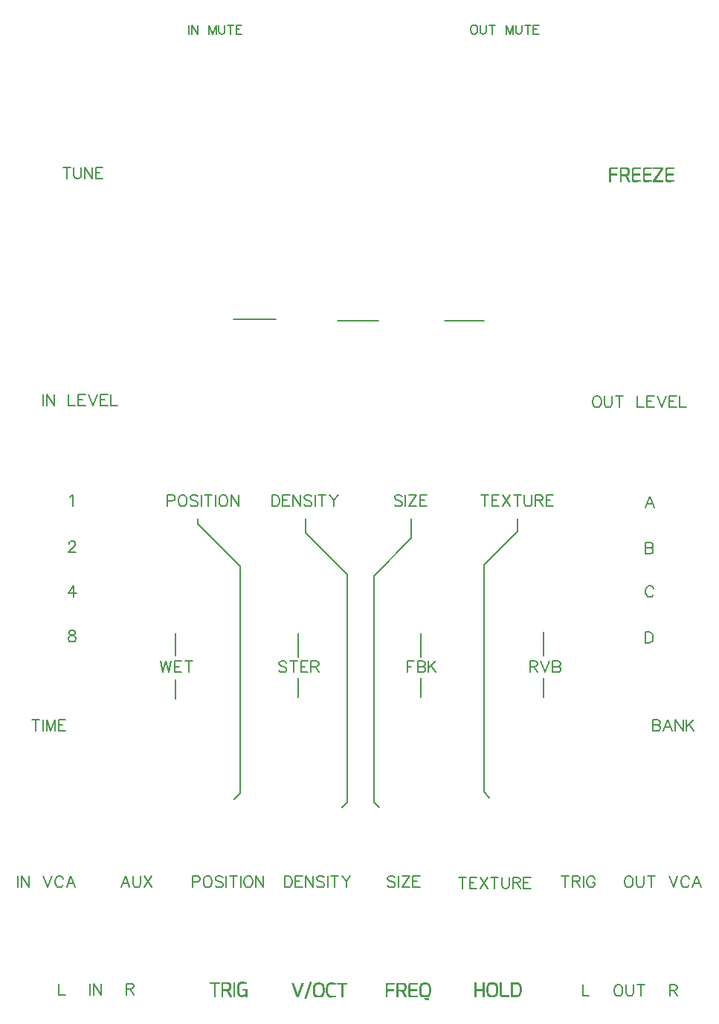
<source format=gto>
G04 DipTrace 3.3.0.0*
G04 typhoon_panel.GTO*
%MOIN*%
G04 #@! TF.FileFunction,Legend,Top*
G04 #@! TF.Part,Single*
%ADD12C,0.001*%
%ADD19C,0.006*%
%ADD53C,0.00772*%
%ADD54C,0.006176*%
%FSLAX26Y26*%
G04*
G70*
G90*
G75*
G01*
G04 TopSilk*
%LPD*%
X1416871Y3819928D2*
D19*
X1605117D1*
X1880726Y3812003D2*
X2066748D1*
X2363083Y3812883D2*
X2538526D1*
X2044251Y1656500D2*
X2069251Y1631500D1*
X1925500Y1656500D2*
X1900500Y1631500D1*
X1925500Y1656500D2*
Y2675249D1*
X1738000Y2862749D1*
Y2925249D1*
X2213000D2*
Y2837749D1*
X2044251Y2669000D1*
Y1656500D2*
Y2669000D1*
X2563000Y1675249D2*
X2538000Y1700249D1*
Y2719000D1*
X2688000Y2869000D1*
Y2925249D1*
X1706751Y2412749D2*
Y2306500D1*
Y2212749D2*
Y2125249D1*
X2256751Y2306500D2*
Y2412749D1*
Y2212749D2*
Y2125249D1*
X1156751Y2206500D2*
Y2119000D1*
Y2312749D2*
Y2412749D1*
X2806751Y2312749D2*
Y2419000D1*
Y2212749D2*
Y2125249D1*
X1444251Y1694000D2*
X1419249Y1669000D1*
X1444251Y1694000D2*
Y2712749D1*
X1256751Y2900249D1*
Y2925249D1*
X1757567Y850604D2*
D12*
X1763567D1*
X1757067Y849604D2*
X1763067D1*
X1756652Y848604D2*
X1762652D1*
X1756263Y847604D2*
X1762263D1*
X1789567D2*
X1802567D1*
X1844567D2*
X1861567D1*
X1676567Y846604D2*
X1682567D1*
X1721567D2*
X1727567D1*
X1755907D2*
X1761907D1*
X1786224D2*
X1805910D1*
X1842147D2*
X1865824D1*
X1879567D2*
X1923567D1*
X1676721Y845604D2*
X1682913D1*
X1720951D2*
X1727067D1*
X1755579D2*
X1761579D1*
X1783530D2*
X1808604D1*
X1840031D2*
X1869219D1*
X1879567D2*
X1923567D1*
X1676973Y844604D2*
X1683245D1*
X1720412D2*
X1726652D1*
X1755233D2*
X1761233D1*
X1781500D2*
X1810634D1*
X1838327D2*
X1870646D1*
X1879567D2*
X1923567D1*
X1677267Y843604D2*
X1683562D1*
X1719972D2*
X1726263D1*
X1754895D2*
X1760895D1*
X1779973D2*
X1812165D1*
X1837053D2*
X1871143D1*
X1879567D2*
X1923567D1*
X1677570Y842604D2*
X1683904D1*
X1719605D2*
X1725907D1*
X1754575D2*
X1760575D1*
X1778767D2*
X1813402D1*
X1836107D2*
X1871406D1*
X1879567D2*
X1923567D1*
X1677906Y841604D2*
X1684240D1*
X1719243D2*
X1725579D1*
X1754231D2*
X1760231D1*
X1777798D2*
X1814467D1*
X1835318D2*
X1848002D1*
X1857567D2*
X1871567D1*
X1879567D2*
X1923567D1*
X1678240Y840604D2*
X1684559D1*
X1718899D2*
X1725233D1*
X1753895D2*
X1759895D1*
X1777034D2*
X1786609D1*
X1805174D2*
X1815375D1*
X1834592D2*
X1845000D1*
X1898567D2*
X1904567D1*
X1678560Y839604D2*
X1684903D1*
X1718576D2*
X1724895D1*
X1753575D2*
X1759575D1*
X1776407D2*
X1784780D1*
X1807340D2*
X1816110D1*
X1833952D2*
X1842740D1*
X1898567D2*
X1904567D1*
X1678903Y838604D2*
X1685239D1*
X1718232D2*
X1724571D1*
X1753231D2*
X1759231D1*
X1775851D2*
X1783221D1*
X1808974D2*
X1816696D1*
X1833409D2*
X1841113D1*
X1898567D2*
X1904567D1*
X1679239Y837604D2*
X1685559D1*
X1717895D2*
X1724196D1*
X1752895D2*
X1758895D1*
X1775330D2*
X1782015D1*
X1810168D2*
X1817153D1*
X1832970D2*
X1839940D1*
X1898567D2*
X1904567D1*
X1679559Y836604D2*
X1685902D1*
X1717571D2*
X1723767D1*
X1752575D2*
X1758575D1*
X1774825D2*
X1781127D1*
X1811034D2*
X1817526D1*
X1832604D2*
X1839092D1*
X1898567D2*
X1904567D1*
X1679902Y835604D2*
X1686239D1*
X1717196D2*
X1723331D1*
X1752231D2*
X1758231D1*
X1774354D2*
X1780444D1*
X1811702D2*
X1817886D1*
X1832246D2*
X1838462D1*
X1898567D2*
X1904567D1*
X1680239Y834604D2*
X1686559D1*
X1716767D2*
X1722940D1*
X1751895D2*
X1757895D1*
X1773948D2*
X1779869D1*
X1812270D2*
X1818199D1*
X1831934D2*
X1837990D1*
X1898567D2*
X1904567D1*
X1680559Y833604D2*
X1686902D1*
X1716331D2*
X1722593D1*
X1751575D2*
X1757575D1*
X1773596D2*
X1779374D1*
X1812762D2*
X1818430D1*
X1831703D2*
X1837611D1*
X1898567D2*
X1904567D1*
X1680902Y832604D2*
X1687239D1*
X1715940D2*
X1722238D1*
X1751231D2*
X1757231D1*
X1773243D2*
X1778993D1*
X1813141D2*
X1818659D1*
X1831475D2*
X1837249D1*
X1898567D2*
X1904567D1*
X1681239Y831604D2*
X1687559D1*
X1715593D2*
X1721897D1*
X1750895D2*
X1756895D1*
X1772937D2*
X1778761D1*
X1813374D2*
X1818943D1*
X1831190D2*
X1836935D1*
X1898567D2*
X1904567D1*
X1681563Y830604D2*
X1687902D1*
X1715238D2*
X1721572D1*
X1750575D2*
X1756575D1*
X1772742D2*
X1778611D1*
X1813523D2*
X1819218D1*
X1830916D2*
X1836704D1*
X1898567D2*
X1904567D1*
X1681938Y829604D2*
X1688239D1*
X1714897D2*
X1721197D1*
X1750231D2*
X1756231D1*
X1772638D2*
X1778433D1*
X1813701D2*
X1819400D1*
X1830734D2*
X1836475D1*
X1898567D2*
X1904567D1*
X1682366Y828604D2*
X1688559D1*
X1714575D2*
X1720768D1*
X1749895D2*
X1755895D1*
X1772557D2*
X1778173D1*
X1813961D2*
X1819499D1*
X1830635D2*
X1836190D1*
X1898567D2*
X1904567D1*
X1682803Y827604D2*
X1688902D1*
X1714232D2*
X1720331D1*
X1749575D2*
X1755575D1*
X1772411D2*
X1777909D1*
X1814225D2*
X1819578D1*
X1830556D2*
X1835916D1*
X1898567D2*
X1904567D1*
X1683194Y826604D2*
X1689239D1*
X1713895D2*
X1719940D1*
X1749231D2*
X1755231D1*
X1772165D2*
X1777732D1*
X1814402D2*
X1819723D1*
X1830411D2*
X1835734D1*
X1898567D2*
X1904567D1*
X1683541Y825604D2*
X1689563D1*
X1713571D2*
X1719593D1*
X1748895D2*
X1754895D1*
X1771906D2*
X1777638D1*
X1814496D2*
X1819969D1*
X1830165D2*
X1835639D1*
X1898567D2*
X1904567D1*
X1683895Y824604D2*
X1689938D1*
X1713196D2*
X1719238D1*
X1748575D2*
X1754575D1*
X1771731D2*
X1777595D1*
X1814539D2*
X1820228D1*
X1829906D2*
X1835595D1*
X1898567D2*
X1904567D1*
X1684236Y823604D2*
X1690366D1*
X1712767D2*
X1718897D1*
X1748231D2*
X1754231D1*
X1771638D2*
X1777577D1*
X1814556D2*
X1820403D1*
X1829731D2*
X1835578D1*
X1898567D2*
X1904567D1*
X1684558Y822604D2*
X1690803D1*
X1712331D2*
X1718575D1*
X1747895D2*
X1753895D1*
X1771595D2*
X1777571D1*
X1814563D2*
X1820496D1*
X1829638D2*
X1835571D1*
X1898567D2*
X1904567D1*
X1684902Y821604D2*
X1691194D1*
X1711940D2*
X1718232D1*
X1747575D2*
X1753575D1*
X1771577D2*
X1777568D1*
X1814566D2*
X1820539D1*
X1829595D2*
X1835568D1*
X1898567D2*
X1904567D1*
X1685239Y820604D2*
X1691541D1*
X1711593D2*
X1717895D1*
X1747231D2*
X1753231D1*
X1771571D2*
X1777567D1*
X1814566D2*
X1820556D1*
X1829577D2*
X1835567D1*
X1898567D2*
X1904567D1*
X1685559Y819604D2*
X1691895D1*
X1711238D2*
X1717571D1*
X1746895D2*
X1752895D1*
X1771568D2*
X1777567D1*
X1814567D2*
X1820563D1*
X1829571D2*
X1835567D1*
X1898567D2*
X1904567D1*
X1685902Y818604D2*
X1692236D1*
X1710897D2*
X1717196D1*
X1746575D2*
X1752575D1*
X1771567D2*
X1777567D1*
X1814567D2*
X1820566D1*
X1829568D2*
X1835567D1*
X1898567D2*
X1904567D1*
X1686239Y817604D2*
X1692558D1*
X1710575D2*
X1716767D1*
X1746231D2*
X1752231D1*
X1771567D2*
X1777567D1*
X1814567D2*
X1820566D1*
X1829567D2*
X1835567D1*
X1898567D2*
X1904567D1*
X1686559Y816604D2*
X1692902D1*
X1710232D2*
X1716331D1*
X1745895D2*
X1751895D1*
X1771567D2*
X1777567D1*
X1814567D2*
X1820567D1*
X1829567D2*
X1835567D1*
X1898567D2*
X1904567D1*
X1686902Y815604D2*
X1693239D1*
X1709895D2*
X1715940D1*
X1745575D2*
X1751575D1*
X1771567D2*
X1777567D1*
X1814567D2*
X1820567D1*
X1829567D2*
X1835567D1*
X1898567D2*
X1904567D1*
X1687239Y814604D2*
X1693559D1*
X1709571D2*
X1715593D1*
X1745231D2*
X1751231D1*
X1771567D2*
X1777567D1*
X1814567D2*
X1820567D1*
X1829567D2*
X1835567D1*
X1898567D2*
X1904567D1*
X1687563Y813604D2*
X1693902D1*
X1709196D2*
X1715238D1*
X1744895D2*
X1750895D1*
X1771567D2*
X1777567D1*
X1814567D2*
X1820567D1*
X1829567D2*
X1835567D1*
X1898567D2*
X1904567D1*
X1687938Y812604D2*
X1694239D1*
X1708767D2*
X1714897D1*
X1744575D2*
X1750575D1*
X1771567D2*
X1777567D1*
X1814567D2*
X1820567D1*
X1829567D2*
X1835567D1*
X1898567D2*
X1904567D1*
X1688366Y811604D2*
X1694559D1*
X1708331D2*
X1714575D1*
X1744231D2*
X1750231D1*
X1771567D2*
X1777567D1*
X1814567D2*
X1820567D1*
X1829567D2*
X1835567D1*
X1898567D2*
X1904567D1*
X1688803Y810604D2*
X1694902D1*
X1707940D2*
X1714232D1*
X1743895D2*
X1749895D1*
X1771567D2*
X1777567D1*
X1814567D2*
X1820567D1*
X1829571D2*
X1835567D1*
X1898567D2*
X1904567D1*
X1689194Y809604D2*
X1695239D1*
X1707593D2*
X1713895D1*
X1743575D2*
X1749575D1*
X1771567D2*
X1777567D1*
X1814567D2*
X1820567D1*
X1829606D2*
X1835567D1*
X1898567D2*
X1904567D1*
X1689541Y808604D2*
X1695559D1*
X1707238D2*
X1713571D1*
X1743231D2*
X1749231D1*
X1771567D2*
X1777567D1*
X1814567D2*
X1820563D1*
X1829733D2*
X1835571D1*
X1898567D2*
X1904567D1*
X1689895Y807604D2*
X1695902D1*
X1706897D2*
X1713196D1*
X1742895D2*
X1748895D1*
X1771571D2*
X1777567D1*
X1814567D2*
X1820528D1*
X1829973D2*
X1835606D1*
X1898567D2*
X1904567D1*
X1690236Y806604D2*
X1696239D1*
X1706572D2*
X1712767D1*
X1742575D2*
X1748575D1*
X1771606D2*
X1777567D1*
X1814563D2*
X1820400D1*
X1830229D2*
X1835733D1*
X1898567D2*
X1904567D1*
X1690558Y805604D2*
X1696563D1*
X1706197D2*
X1712331D1*
X1742231D2*
X1748231D1*
X1771733D2*
X1777567D1*
X1814528D2*
X1820161D1*
X1830404D2*
X1835973D1*
X1898567D2*
X1904567D1*
X1690902Y804604D2*
X1696938D1*
X1705768D2*
X1711940D1*
X1741895D2*
X1747895D1*
X1771973D2*
X1777571D1*
X1814400D2*
X1819905D1*
X1830500D2*
X1836229D1*
X1898567D2*
X1904567D1*
X1691239Y803604D2*
X1697366D1*
X1705331D2*
X1711593D1*
X1741575D2*
X1747575D1*
X1772229D2*
X1777606D1*
X1814161D2*
X1819730D1*
X1830578D2*
X1836408D1*
X1898567D2*
X1904567D1*
X1691559Y802604D2*
X1697803D1*
X1704940D2*
X1711238D1*
X1741231D2*
X1747231D1*
X1772404D2*
X1777733D1*
X1813905D2*
X1819633D1*
X1830723D2*
X1836536D1*
X1898567D2*
X1904567D1*
X1691902Y801604D2*
X1698194D1*
X1704593D2*
X1710897D1*
X1740895D2*
X1746895D1*
X1772500D2*
X1777973D1*
X1813726D2*
X1819556D1*
X1830969D2*
X1836709D1*
X1898567D2*
X1904567D1*
X1692239Y800604D2*
X1698541D1*
X1704238D2*
X1710572D1*
X1740575D2*
X1746575D1*
X1772578D2*
X1778233D1*
X1813598D2*
X1819411D1*
X1831232D2*
X1837001D1*
X1898567D2*
X1904567D1*
X1692559Y799604D2*
X1698895D1*
X1703897D2*
X1710197D1*
X1740231D2*
X1746231D1*
X1772723D2*
X1778443D1*
X1813425D2*
X1819165D1*
X1831442D2*
X1837396D1*
X1898567D2*
X1904567D1*
X1692902Y798604D2*
X1699236D1*
X1703575D2*
X1709768D1*
X1739895D2*
X1745895D1*
X1772969D2*
X1778667D1*
X1813132D2*
X1818902D1*
X1831663D2*
X1837848D1*
X1898567D2*
X1904567D1*
X1693239Y797604D2*
X1699562D1*
X1703232D2*
X1709331D1*
X1739575D2*
X1745575D1*
X1773232D2*
X1778988D1*
X1812738D2*
X1818691D1*
X1831949D2*
X1838329D1*
X1898567D2*
X1904567D1*
X1693559Y796604D2*
X1699940D1*
X1702892D2*
X1708940D1*
X1739231D2*
X1745231D1*
X1773442D2*
X1779428D1*
X1812282D2*
X1818467D1*
X1832258D2*
X1838825D1*
X1898567D2*
X1904567D1*
X1693902Y795604D2*
X1700399D1*
X1702544D2*
X1708593D1*
X1738895D2*
X1744895D1*
X1773667D2*
X1780015D1*
X1811766D2*
X1818150D1*
X1832570D2*
X1839358D1*
X1898567D2*
X1904567D1*
X1694239Y794604D2*
X1700950D1*
X1702097D2*
X1708238D1*
X1738575D2*
X1744575D1*
X1773984D2*
X1780777D1*
X1811139D2*
X1817745D1*
X1832944D2*
X1839987D1*
X1898567D2*
X1904567D1*
X1694563Y793604D2*
X1707897D1*
X1738231D2*
X1744231D1*
X1774389D2*
X1781704D1*
X1810319D2*
X1817289D1*
X1833406D2*
X1840770D1*
X1898567D2*
X1904567D1*
X1694938Y792604D2*
X1707575D1*
X1737895D2*
X1743895D1*
X1774849D2*
X1782896D1*
X1809189D2*
X1816806D1*
X1833970D2*
X1841735D1*
X1898567D2*
X1904567D1*
X1695366Y791604D2*
X1707232D1*
X1737575D2*
X1743575D1*
X1775367D2*
X1784613D1*
X1807501D2*
X1816310D1*
X1834604D2*
X1843018D1*
X1898567D2*
X1904567D1*
X1695803Y790604D2*
X1706895D1*
X1737231D2*
X1743231D1*
X1775991D2*
X1787071D1*
X1805055D2*
X1815776D1*
X1835246D2*
X1844802D1*
X1898567D2*
X1904567D1*
X1696194Y789604D2*
X1706571D1*
X1736895D2*
X1742895D1*
X1776764D2*
X1790177D1*
X1801955D2*
X1815143D1*
X1835942D2*
X1847073D1*
X1869567D2*
X1871567D1*
X1898567D2*
X1904567D1*
X1696541Y788604D2*
X1706196D1*
X1736575D2*
X1742575D1*
X1777654D2*
X1814328D1*
X1836781D2*
X1871567D1*
X1898567D2*
X1904567D1*
X1696895Y787604D2*
X1705767D1*
X1736231D2*
X1742231D1*
X1778650D2*
X1813271D1*
X1837816D2*
X1871567D1*
X1898567D2*
X1904567D1*
X1697239Y786604D2*
X1705335D1*
X1735895D2*
X1741895D1*
X1779872D2*
X1811877D1*
X1839096D2*
X1871567D1*
X1898567D2*
X1904567D1*
X1697589Y785604D2*
X1704976D1*
X1735575D2*
X1741575D1*
X1781576D2*
X1810082D1*
X1840743D2*
X1871567D1*
X1898567D2*
X1904567D1*
X1698037Y784604D2*
X1704740D1*
X1735231D2*
X1741231D1*
X1783896D2*
X1807919D1*
X1843025D2*
X1871567D1*
X1898567D2*
X1904567D1*
X1698567Y783604D2*
X1704567D1*
X1734895D2*
X1740895D1*
X1786567D2*
X1805567D1*
X1846083D2*
X1866567D1*
X1898567D2*
X1904567D1*
X1734575Y782604D2*
X1740575D1*
X1849567D2*
X1853567D1*
X1734231Y781604D2*
X1740231D1*
X1733892Y780604D2*
X1739892D1*
X1733544Y779604D2*
X1739544D1*
X1733097Y778604D2*
X1739097D1*
X1732567Y777604D2*
X1738567D1*
X1446115Y850337D2*
X1460115D1*
X1308115Y849337D2*
X1352115D1*
X1361115D2*
X1393115D1*
X1414115D2*
X1420115D1*
X1443696D2*
X1466772D1*
X1308115Y848337D2*
X1352115D1*
X1361115D2*
X1394694D1*
X1414115D2*
X1420115D1*
X1441580D2*
X1473115D1*
X1308115Y847337D2*
X1352115D1*
X1361115D2*
X1396101D1*
X1414115D2*
X1420115D1*
X1439876D2*
X1473115D1*
X1308115Y846337D2*
X1352115D1*
X1361115D2*
X1397261D1*
X1414115D2*
X1420115D1*
X1438601D2*
X1473115D1*
X1308115Y845337D2*
X1352115D1*
X1361115D2*
X1398205D1*
X1414115D2*
X1420115D1*
X1437655D2*
X1473115D1*
X1308115Y844337D2*
X1352115D1*
X1361115D2*
X1398987D1*
X1414115D2*
X1420115D1*
X1436867D2*
X1449551D1*
X1457115D2*
X1473115D1*
X1327115Y843337D2*
X1333115D1*
X1361115D2*
X1366115D1*
X1389719D2*
X1399576D1*
X1414115D2*
X1420115D1*
X1436141D2*
X1446548D1*
X1327115Y842337D2*
X1333115D1*
X1361115D2*
X1366115D1*
X1391849D2*
X1400020D1*
X1414115D2*
X1420115D1*
X1435500D2*
X1444288D1*
X1327115Y841337D2*
X1333115D1*
X1361115D2*
X1366115D1*
X1393356D2*
X1400417D1*
X1414115D2*
X1420115D1*
X1434958D2*
X1442661D1*
X1327115Y840337D2*
X1333115D1*
X1361115D2*
X1366115D1*
X1394456D2*
X1400775D1*
X1414115D2*
X1420115D1*
X1434519D2*
X1441489D1*
X1327115Y839337D2*
X1333115D1*
X1361115D2*
X1366115D1*
X1394952D2*
X1401103D1*
X1414115D2*
X1420115D1*
X1434153D2*
X1440641D1*
X1327115Y838337D2*
X1333115D1*
X1361115D2*
X1366115D1*
X1395384D2*
X1401446D1*
X1414115D2*
X1420115D1*
X1433795D2*
X1440011D1*
X1327115Y837337D2*
X1333115D1*
X1361115D2*
X1366115D1*
X1395725D2*
X1401748D1*
X1414115D2*
X1420115D1*
X1433482D2*
X1439538D1*
X1327115Y836337D2*
X1333115D1*
X1361115D2*
X1366115D1*
X1395933D2*
X1401941D1*
X1414115D2*
X1420115D1*
X1433252D2*
X1439160D1*
X1327115Y835337D2*
X1333115D1*
X1361115D2*
X1366115D1*
X1396038D2*
X1402041D1*
X1414115D2*
X1420115D1*
X1433024D2*
X1438797D1*
X1327115Y834337D2*
X1333115D1*
X1361115D2*
X1366115D1*
X1396085D2*
X1402086D1*
X1414115D2*
X1420115D1*
X1432739D2*
X1438483D1*
X1327115Y833337D2*
X1333115D1*
X1361115D2*
X1366115D1*
X1396104D2*
X1402105D1*
X1414115D2*
X1420115D1*
X1432464D2*
X1438252D1*
X1327115Y832337D2*
X1333115D1*
X1361115D2*
X1366115D1*
X1396111D2*
X1402112D1*
X1414115D2*
X1420115D1*
X1432283D2*
X1438024D1*
X1327115Y831337D2*
X1333115D1*
X1361115D2*
X1366115D1*
X1396114D2*
X1402114D1*
X1414115D2*
X1420115D1*
X1432183D2*
X1437739D1*
X1327115Y830337D2*
X1333115D1*
X1361115D2*
X1366115D1*
X1396115D2*
X1402115D1*
X1414115D2*
X1420115D1*
X1432105D2*
X1437464D1*
X1327115Y829337D2*
X1333115D1*
X1361115D2*
X1366115D1*
X1396115D2*
X1402115D1*
X1414115D2*
X1420115D1*
X1431960D2*
X1437283D1*
X1327115Y828337D2*
X1333115D1*
X1361115D2*
X1366115D1*
X1396115D2*
X1402115D1*
X1414115D2*
X1420115D1*
X1431713D2*
X1437187D1*
X1327115Y827337D2*
X1333115D1*
X1361115D2*
X1366115D1*
X1396112D2*
X1402112D1*
X1414115D2*
X1420115D1*
X1431454D2*
X1437144D1*
X1327115Y826337D2*
X1333115D1*
X1361115D2*
X1366115D1*
X1396076D2*
X1402076D1*
X1414115D2*
X1420115D1*
X1431279D2*
X1437126D1*
X1327115Y825337D2*
X1333115D1*
X1361115D2*
X1366115D1*
X1395945D2*
X1401949D1*
X1414115D2*
X1420115D1*
X1431186D2*
X1437119D1*
X1327115Y824337D2*
X1333115D1*
X1361115D2*
X1366115D1*
X1395667D2*
X1401706D1*
X1414115D2*
X1420115D1*
X1431144D2*
X1437117D1*
X1327115Y823337D2*
X1333115D1*
X1361115D2*
X1366119D1*
X1395240D2*
X1401414D1*
X1414115D2*
X1420115D1*
X1431126D2*
X1437116D1*
X1327115Y822337D2*
X1333115D1*
X1361115D2*
X1366158D1*
X1394620D2*
X1401112D1*
X1414115D2*
X1420115D1*
X1431119D2*
X1437116D1*
X1327115Y821337D2*
X1333115D1*
X1361115D2*
X1366325D1*
X1393699D2*
X1400776D1*
X1414115D2*
X1420115D1*
X1431117D2*
X1437116D1*
X1327115Y820337D2*
X1333115D1*
X1361115D2*
X1366727D1*
X1392417D2*
X1400438D1*
X1414115D2*
X1420115D1*
X1431116D2*
X1437115D1*
X1327115Y819337D2*
X1333115D1*
X1361115D2*
X1367367D1*
X1390833D2*
X1400080D1*
X1414115D2*
X1420115D1*
X1431116D2*
X1437115D1*
X1461115D2*
X1475115D1*
X1327115Y818337D2*
X1333115D1*
X1361115D2*
X1399574D1*
X1414115D2*
X1420115D1*
X1431116D2*
X1437115D1*
X1458124D2*
X1475115D1*
X1327115Y817337D2*
X1333115D1*
X1361115D2*
X1398863D1*
X1414115D2*
X1420115D1*
X1431115D2*
X1437115D1*
X1455746D2*
X1475115D1*
X1327115Y816337D2*
X1333115D1*
X1361115D2*
X1397965D1*
X1414115D2*
X1420115D1*
X1431115D2*
X1437115D1*
X1454753D2*
X1475115D1*
X1327115Y815337D2*
X1333115D1*
X1361115D2*
X1396834D1*
X1414115D2*
X1420115D1*
X1431115D2*
X1437115D1*
X1454385D2*
X1475115D1*
X1327115Y814337D2*
X1333115D1*
X1361115D2*
X1395402D1*
X1414115D2*
X1420115D1*
X1431115D2*
X1437115D1*
X1454115D2*
X1475115D1*
X1327115Y813337D2*
X1333115D1*
X1361115D2*
X1393811D1*
X1414115D2*
X1420115D1*
X1431115D2*
X1437115D1*
X1469115D2*
X1475115D1*
X1327115Y812337D2*
X1333115D1*
X1361115D2*
X1366115D1*
X1381684D2*
X1392372D1*
X1414115D2*
X1420115D1*
X1431115D2*
X1437115D1*
X1469115D2*
X1475115D1*
X1327115Y811337D2*
X1333115D1*
X1361115D2*
X1366115D1*
X1383722D2*
X1391115D1*
X1414115D2*
X1420115D1*
X1431119D2*
X1437115D1*
X1469115D2*
X1475115D1*
X1327115Y810337D2*
X1333115D1*
X1361115D2*
X1366115D1*
X1385117D2*
X1391736D1*
X1414115D2*
X1420115D1*
X1431155D2*
X1437115D1*
X1469115D2*
X1475115D1*
X1327115Y809337D2*
X1333115D1*
X1361115D2*
X1366115D1*
X1386054D2*
X1392306D1*
X1414115D2*
X1420115D1*
X1431282D2*
X1437119D1*
X1469115D2*
X1475115D1*
X1327115Y808337D2*
X1333115D1*
X1361115D2*
X1366115D1*
X1386745D2*
X1392841D1*
X1414115D2*
X1420115D1*
X1431521D2*
X1437155D1*
X1469115D2*
X1475115D1*
X1327115Y807337D2*
X1333115D1*
X1361115D2*
X1366115D1*
X1387321D2*
X1393356D1*
X1414115D2*
X1420115D1*
X1431778D2*
X1437282D1*
X1469115D2*
X1475115D1*
X1327115Y806337D2*
X1333115D1*
X1361115D2*
X1366115D1*
X1387850D2*
X1393862D1*
X1414115D2*
X1420115D1*
X1431952D2*
X1437521D1*
X1469115D2*
X1475115D1*
X1327115Y805337D2*
X1333115D1*
X1361115D2*
X1366115D1*
X1388360D2*
X1394368D1*
X1414115D2*
X1420115D1*
X1432049D2*
X1437782D1*
X1469115D2*
X1475115D1*
X1327115Y804337D2*
X1333115D1*
X1361115D2*
X1366115D1*
X1388864D2*
X1394901D1*
X1414115D2*
X1420115D1*
X1432127D2*
X1437991D1*
X1469115D2*
X1475115D1*
X1327115Y803337D2*
X1333115D1*
X1361115D2*
X1366115D1*
X1389365D2*
X1395496D1*
X1414115D2*
X1420115D1*
X1432271D2*
X1438212D1*
X1469115D2*
X1475115D1*
X1327115Y802337D2*
X1333115D1*
X1361115D2*
X1366115D1*
X1389866D2*
X1396141D1*
X1414115D2*
X1420115D1*
X1432518D2*
X1438497D1*
X1469115D2*
X1475115D1*
X1327115Y801337D2*
X1333115D1*
X1361115D2*
X1366115D1*
X1390365D2*
X1396753D1*
X1414115D2*
X1420115D1*
X1432781D2*
X1438806D1*
X1469115D2*
X1475115D1*
X1327115Y800337D2*
X1333115D1*
X1361115D2*
X1366115D1*
X1390866D2*
X1397315D1*
X1414115D2*
X1420115D1*
X1432991D2*
X1439119D1*
X1469115D2*
X1475115D1*
X1327115Y799337D2*
X1333115D1*
X1361115D2*
X1366115D1*
X1391365D2*
X1397846D1*
X1414115D2*
X1420115D1*
X1433211D2*
X1439493D1*
X1469112D2*
X1475115D1*
X1327115Y798337D2*
X1333115D1*
X1361115D2*
X1366115D1*
X1391866D2*
X1398357D1*
X1414115D2*
X1420115D1*
X1433497D2*
X1439959D1*
X1469065D2*
X1475115D1*
X1327115Y797337D2*
X1333115D1*
X1361115D2*
X1366115D1*
X1392365D2*
X1398863D1*
X1414115D2*
X1420115D1*
X1433806D2*
X1440557D1*
X1468948D2*
X1475115D1*
X1327115Y796337D2*
X1333115D1*
X1361115D2*
X1366115D1*
X1392866D2*
X1399364D1*
X1414115D2*
X1420115D1*
X1434119D2*
X1441327D1*
X1468305D2*
X1475115D1*
X1327115Y795337D2*
X1333115D1*
X1361115D2*
X1366115D1*
X1393365D2*
X1399866D1*
X1414115D2*
X1420115D1*
X1434493D2*
X1442322D1*
X1466429D2*
X1475115D1*
X1327115Y794337D2*
X1333115D1*
X1361115D2*
X1366115D1*
X1393866D2*
X1400365D1*
X1414115D2*
X1420115D1*
X1434959D2*
X1443550D1*
X1463468D2*
X1475115D1*
X1327115Y793337D2*
X1333115D1*
X1361115D2*
X1366115D1*
X1394365D2*
X1400866D1*
X1414115D2*
X1420115D1*
X1435557D2*
X1447021D1*
X1458801D2*
X1475115D1*
X1327115Y792337D2*
X1333115D1*
X1361115D2*
X1366115D1*
X1394866D2*
X1401365D1*
X1414115D2*
X1420115D1*
X1436319D2*
X1452443D1*
X1452067D2*
X1475115D1*
X1327115Y791337D2*
X1333115D1*
X1361115D2*
X1366115D1*
X1395365D2*
X1401866D1*
X1414115D2*
X1420115D1*
X1437205D2*
X1475115D1*
X1327115Y790337D2*
X1333115D1*
X1361115D2*
X1366115D1*
X1395866D2*
X1402365D1*
X1414115D2*
X1420115D1*
X1438196D2*
X1475115D1*
X1327115Y789337D2*
X1333115D1*
X1361115D2*
X1366115D1*
X1396368D2*
X1402863D1*
X1414115D2*
X1420115D1*
X1439379D2*
X1466919D1*
X1468919D2*
X1475115D1*
X1327115Y788337D2*
X1333115D1*
X1361115D2*
X1366115D1*
X1396895D2*
X1403336D1*
X1414115D2*
X1420115D1*
X1440928D2*
X1464508D1*
X1469508D2*
X1475115D1*
X1327115Y787337D2*
X1333115D1*
X1361115D2*
X1366115D1*
X1397478D2*
X1403753D1*
X1414115D2*
X1420115D1*
X1442906D2*
X1461865D1*
X1469865D2*
X1475115D1*
X1327115Y786337D2*
X1333115D1*
X1361115D2*
X1366115D1*
X1398115D2*
X1404115D1*
X1414115D2*
X1420115D1*
X1445115D2*
X1459115D1*
X1470115D2*
X1475115D1*
X2567538Y848919D2*
X2580538D1*
X2494538Y847919D2*
X2500538D1*
X2532538D2*
X2537538D1*
X2564195D2*
X2583881D1*
X2609538D2*
X2615538D1*
X2658538D2*
X2688538D1*
X2494538Y846919D2*
X2500538D1*
X2532538D2*
X2537538D1*
X2561501D2*
X2586575D1*
X2609538D2*
X2615538D1*
X2658538D2*
X2690841D1*
X2494538Y845919D2*
X2500538D1*
X2532538D2*
X2537538D1*
X2559471D2*
X2588605D1*
X2609538D2*
X2615538D1*
X2658538D2*
X2692841D1*
X2494538Y844919D2*
X2500538D1*
X2532538D2*
X2537538D1*
X2557944D2*
X2590136D1*
X2609538D2*
X2615538D1*
X2658538D2*
X2694557D1*
X2494538Y843919D2*
X2500538D1*
X2532538D2*
X2537538D1*
X2556738D2*
X2591374D1*
X2609538D2*
X2615538D1*
X2658538D2*
X2696006D1*
X2494538Y842919D2*
X2500538D1*
X2532538D2*
X2537538D1*
X2555769D2*
X2592439D1*
X2609538D2*
X2615538D1*
X2658538D2*
X2697149D1*
X2494538Y841919D2*
X2500538D1*
X2532538D2*
X2537538D1*
X2555005D2*
X2564580D1*
X2583145D2*
X2593346D1*
X2609538D2*
X2615538D1*
X2658538D2*
X2664538D1*
X2686300D2*
X2698036D1*
X2494538Y840919D2*
X2500538D1*
X2532538D2*
X2537538D1*
X2554378D2*
X2562751D1*
X2585311D2*
X2594082D1*
X2609538D2*
X2615538D1*
X2658538D2*
X2664538D1*
X2688717D2*
X2698801D1*
X2494538Y839919D2*
X2500538D1*
X2532538D2*
X2537538D1*
X2553822D2*
X2561193D1*
X2586945D2*
X2594668D1*
X2609538D2*
X2615538D1*
X2658538D2*
X2664538D1*
X2690646D2*
X2699518D1*
X2494538Y838919D2*
X2500538D1*
X2532538D2*
X2537538D1*
X2553301D2*
X2559986D1*
X2588139D2*
X2595124D1*
X2609538D2*
X2615538D1*
X2658538D2*
X2664538D1*
X2692142D2*
X2700155D1*
X2494538Y837919D2*
X2500538D1*
X2532538D2*
X2537538D1*
X2552796D2*
X2559098D1*
X2589005D2*
X2595497D1*
X2609538D2*
X2615538D1*
X2658538D2*
X2664538D1*
X2693340D2*
X2700697D1*
X2494538Y836919D2*
X2500538D1*
X2532538D2*
X2537538D1*
X2552325D2*
X2558415D1*
X2589673D2*
X2595857D1*
X2609538D2*
X2615538D1*
X2658538D2*
X2664538D1*
X2694307D2*
X2701135D1*
X2494538Y835919D2*
X2500538D1*
X2532538D2*
X2537538D1*
X2551920D2*
X2557840D1*
X2590241D2*
X2596171D1*
X2609538D2*
X2615538D1*
X2658538D2*
X2664538D1*
X2695071D2*
X2701501D1*
X2494538Y834919D2*
X2500538D1*
X2532538D2*
X2537538D1*
X2551567D2*
X2557345D1*
X2590733D2*
X2596401D1*
X2609538D2*
X2615538D1*
X2658538D2*
X2664538D1*
X2695698D2*
X2701863D1*
X2494538Y833919D2*
X2500538D1*
X2532538D2*
X2537538D1*
X2551215D2*
X2556964D1*
X2591113D2*
X2596630D1*
X2609538D2*
X2615538D1*
X2658538D2*
X2664538D1*
X2696250D2*
X2702206D1*
X2494538Y832919D2*
X2500538D1*
X2532538D2*
X2537538D1*
X2550908D2*
X2556732D1*
X2591345D2*
X2596915D1*
X2609538D2*
X2615538D1*
X2658538D2*
X2664538D1*
X2696736D2*
X2702529D1*
X2494538Y831919D2*
X2500538D1*
X2532538D2*
X2537538D1*
X2550713D2*
X2556582D1*
X2591494D2*
X2597189D1*
X2609538D2*
X2615538D1*
X2658538D2*
X2664538D1*
X2697117D2*
X2702869D1*
X2494538Y830919D2*
X2500538D1*
X2532538D2*
X2537538D1*
X2550609D2*
X2556404D1*
X2591672D2*
X2597371D1*
X2609538D2*
X2615538D1*
X2658538D2*
X2664538D1*
X2697380D2*
X2703175D1*
X2494538Y829919D2*
X2500538D1*
X2532538D2*
X2537538D1*
X2550528D2*
X2556144D1*
X2591932D2*
X2597470D1*
X2609538D2*
X2615538D1*
X2658538D2*
X2664538D1*
X2697622D2*
X2703403D1*
X2494538Y828919D2*
X2500538D1*
X2532538D2*
X2537538D1*
X2550383D2*
X2555880D1*
X2592196D2*
X2597549D1*
X2609538D2*
X2615538D1*
X2658538D2*
X2664538D1*
X2697912D2*
X2703630D1*
X2494538Y827919D2*
X2500538D1*
X2532538D2*
X2537538D1*
X2550136D2*
X2555703D1*
X2592373D2*
X2597694D1*
X2609538D2*
X2615538D1*
X2658538D2*
X2664538D1*
X2698188D2*
X2703915D1*
X2494538Y826919D2*
X2500538D1*
X2532538D2*
X2537538D1*
X2549877D2*
X2555609D1*
X2592467D2*
X2597940D1*
X2609538D2*
X2615538D1*
X2658538D2*
X2664538D1*
X2698371D2*
X2704190D1*
X2494538Y825919D2*
X2500538D1*
X2532538D2*
X2537538D1*
X2549702D2*
X2555566D1*
X2592510D2*
X2598199D1*
X2609538D2*
X2615538D1*
X2658538D2*
X2664538D1*
X2698466D2*
X2704371D1*
X2494538Y824919D2*
X2500538D1*
X2532538D2*
X2537538D1*
X2549609D2*
X2555549D1*
X2592528D2*
X2598374D1*
X2609538D2*
X2615538D1*
X2658538D2*
X2664538D1*
X2698510D2*
X2704466D1*
X2494538Y823919D2*
X2500538D1*
X2532538D2*
X2537538D1*
X2549566D2*
X2555542D1*
X2592534D2*
X2598467D1*
X2609538D2*
X2615538D1*
X2658538D2*
X2664538D1*
X2698531D2*
X2704510D1*
X2494538Y822919D2*
X2500538D1*
X2532534D2*
X2537538D1*
X2549549D2*
X2555539D1*
X2592537D2*
X2598510D1*
X2609538D2*
X2615538D1*
X2658538D2*
X2664538D1*
X2698573D2*
X2704527D1*
X2494538Y821919D2*
X2500538D1*
X2532495D2*
X2537538D1*
X2549542D2*
X2555538D1*
X2592538D2*
X2598528D1*
X2609538D2*
X2615538D1*
X2658538D2*
X2664538D1*
X2698703D2*
X2704534D1*
X2494538Y820919D2*
X2500538D1*
X2532329D2*
X2537538D1*
X2549539D2*
X2555538D1*
X2592538D2*
X2598534D1*
X2609538D2*
X2615538D1*
X2658538D2*
X2664538D1*
X2698944D2*
X2704537D1*
X2494538Y819919D2*
X2500538D1*
X2531926D2*
X2537538D1*
X2549538D2*
X2555538D1*
X2592538D2*
X2598537D1*
X2609538D2*
X2615538D1*
X2658538D2*
X2664538D1*
X2699200D2*
X2704538D1*
X2494538Y818919D2*
X2500538D1*
X2531287D2*
X2537538D1*
X2549538D2*
X2555538D1*
X2592538D2*
X2598538D1*
X2609538D2*
X2615538D1*
X2658538D2*
X2664538D1*
X2699375D2*
X2704538D1*
X2494538Y817919D2*
X2537538D1*
X2549538D2*
X2555538D1*
X2592538D2*
X2598538D1*
X2609538D2*
X2615538D1*
X2658538D2*
X2664538D1*
X2699468D2*
X2704538D1*
X2494538Y816919D2*
X2537538D1*
X2549538D2*
X2555538D1*
X2592538D2*
X2598538D1*
X2609538D2*
X2615538D1*
X2658538D2*
X2664538D1*
X2699506D2*
X2704538D1*
X2494538Y815919D2*
X2537538D1*
X2549538D2*
X2555538D1*
X2592538D2*
X2598538D1*
X2609538D2*
X2615538D1*
X2658538D2*
X2664538D1*
X2699488D2*
X2704538D1*
X2494538Y814919D2*
X2537538D1*
X2549538D2*
X2555538D1*
X2592538D2*
X2598538D1*
X2609538D2*
X2615538D1*
X2658538D2*
X2664538D1*
X2699368D2*
X2704538D1*
X2494538Y813919D2*
X2537538D1*
X2549538D2*
X2555538D1*
X2592538D2*
X2598538D1*
X2609538D2*
X2615538D1*
X2658538D2*
X2664538D1*
X2699131D2*
X2704538D1*
X2494538Y812919D2*
X2537538D1*
X2549538D2*
X2555538D1*
X2592538D2*
X2598538D1*
X2609538D2*
X2615538D1*
X2658538D2*
X2664538D1*
X2698875D2*
X2704538D1*
X2494538Y811919D2*
X2500538D1*
X2532538D2*
X2537538D1*
X2549538D2*
X2555538D1*
X2592538D2*
X2598538D1*
X2609538D2*
X2615538D1*
X2658538D2*
X2664538D1*
X2698701D2*
X2704538D1*
X2494538Y810919D2*
X2500538D1*
X2532538D2*
X2537538D1*
X2549538D2*
X2555538D1*
X2592538D2*
X2598538D1*
X2609538D2*
X2615538D1*
X2658538D2*
X2664538D1*
X2698608D2*
X2704534D1*
X2494538Y809919D2*
X2500538D1*
X2532538D2*
X2537538D1*
X2549538D2*
X2555538D1*
X2592538D2*
X2598534D1*
X2609538D2*
X2615538D1*
X2658538D2*
X2664538D1*
X2698566D2*
X2704499D1*
X2494538Y808919D2*
X2500538D1*
X2532538D2*
X2537538D1*
X2549542D2*
X2555538D1*
X2592538D2*
X2598499D1*
X2609538D2*
X2615538D1*
X2658538D2*
X2664538D1*
X2698545D2*
X2704372D1*
X2494538Y807919D2*
X2500538D1*
X2532538D2*
X2537538D1*
X2549577D2*
X2555538D1*
X2592534D2*
X2598372D1*
X2609538D2*
X2615538D1*
X2658538D2*
X2664538D1*
X2698503D2*
X2704132D1*
X2494538Y806919D2*
X2500538D1*
X2532538D2*
X2537538D1*
X2549705D2*
X2555538D1*
X2592499D2*
X2598132D1*
X2609538D2*
X2615538D1*
X2658538D2*
X2664538D1*
X2698373D2*
X2703872D1*
X2494538Y805919D2*
X2500538D1*
X2532538D2*
X2537538D1*
X2549944D2*
X2555542D1*
X2592372D2*
X2597876D1*
X2609538D2*
X2615538D1*
X2658538D2*
X2664538D1*
X2698129D2*
X2703662D1*
X2494538Y804919D2*
X2500538D1*
X2532538D2*
X2537538D1*
X2550200D2*
X2555577D1*
X2592132D2*
X2597701D1*
X2609538D2*
X2615538D1*
X2658538D2*
X2664538D1*
X2697837D2*
X2703442D1*
X2494538Y803919D2*
X2500538D1*
X2532538D2*
X2537538D1*
X2550375D2*
X2555705D1*
X2591876D2*
X2597605D1*
X2609538D2*
X2615538D1*
X2658538D2*
X2664538D1*
X2697531D2*
X2703156D1*
X2494538Y802919D2*
X2500538D1*
X2532538D2*
X2537538D1*
X2550472D2*
X2555944D1*
X2591697D2*
X2597527D1*
X2609538D2*
X2615538D1*
X2658538D2*
X2664538D1*
X2697163D2*
X2702847D1*
X2494538Y801919D2*
X2500538D1*
X2532538D2*
X2537538D1*
X2550549D2*
X2556204D1*
X2591569D2*
X2597382D1*
X2609538D2*
X2615538D1*
X2658538D2*
X2664538D1*
X2696733D2*
X2702538D1*
X2494538Y800919D2*
X2500538D1*
X2532538D2*
X2537538D1*
X2550694D2*
X2556414D1*
X2591396D2*
X2597136D1*
X2609538D2*
X2615538D1*
X2658538D2*
X2664538D1*
X2696267D2*
X2702200D1*
X2494538Y799919D2*
X2500538D1*
X2532538D2*
X2537538D1*
X2550940D2*
X2556638D1*
X2591103D2*
X2596873D1*
X2609538D2*
X2615538D1*
X2658538D2*
X2664538D1*
X2695779D2*
X2701865D1*
X2494538Y798919D2*
X2500538D1*
X2532538D2*
X2537538D1*
X2551203D2*
X2556959D1*
X2590709D2*
X2596663D1*
X2609538D2*
X2615538D1*
X2658538D2*
X2664538D1*
X2695282D2*
X2701541D1*
X2494538Y797919D2*
X2500538D1*
X2532538D2*
X2537538D1*
X2551413D2*
X2557399D1*
X2590254D2*
X2596438D1*
X2609538D2*
X2615538D1*
X2658538D2*
X2664538D1*
X2694748D2*
X2701167D1*
X2494538Y796919D2*
X2500538D1*
X2532538D2*
X2537538D1*
X2551638D2*
X2557987D1*
X2589737D2*
X2596121D1*
X2609538D2*
X2615538D1*
X2658538D2*
X2664538D1*
X2694114D2*
X2700735D1*
X2494538Y795919D2*
X2500538D1*
X2532538D2*
X2537538D1*
X2551955D2*
X2558748D1*
X2589110D2*
X2595716D1*
X2609542D2*
X2615542D1*
X2658538D2*
X2664538D1*
X2693300D2*
X2700263D1*
X2494538Y794919D2*
X2500538D1*
X2532538D2*
X2537538D1*
X2552360D2*
X2559675D1*
X2588290D2*
X2595260D1*
X2609577D2*
X2615581D1*
X2658538D2*
X2664538D1*
X2692246D2*
X2699741D1*
X2494538Y793919D2*
X2500538D1*
X2532538D2*
X2537538D1*
X2552820D2*
X2560867D1*
X2587160D2*
X2594777D1*
X2609705D2*
X2615747D1*
X2658538D2*
X2664538D1*
X2690890D2*
X2699115D1*
X2494538Y792919D2*
X2500538D1*
X2532538D2*
X2537538D1*
X2553338D2*
X2562584D1*
X2585472D2*
X2594281D1*
X2609948D2*
X2616150D1*
X2658538D2*
X2664538D1*
X2689249D2*
X2698342D1*
X2494538Y791919D2*
X2500538D1*
X2532538D2*
X2537538D1*
X2553962D2*
X2565043D1*
X2583026D2*
X2593747D1*
X2610240D2*
X2616789D1*
X2658538D2*
X2664538D1*
X2687428D2*
X2697455D1*
X2494538Y790919D2*
X2500538D1*
X2532538D2*
X2537538D1*
X2554735D2*
X2568148D1*
X2579926D2*
X2593114D1*
X2610545D2*
X2647538D1*
X2658538D2*
X2696502D1*
X2494538Y789919D2*
X2500538D1*
X2532538D2*
X2537538D1*
X2555625D2*
X2592299D1*
X2610920D2*
X2647538D1*
X2658538D2*
X2695483D1*
X2494538Y788919D2*
X2500538D1*
X2532538D2*
X2537538D1*
X2556621D2*
X2591242D1*
X2611425D2*
X2647538D1*
X2658538D2*
X2694320D1*
X2494538Y787919D2*
X2500538D1*
X2532538D2*
X2537538D1*
X2557843D2*
X2589848D1*
X2612189D2*
X2647538D1*
X2658538D2*
X2692879D1*
X2494538Y786919D2*
X2500538D1*
X2532538D2*
X2537538D1*
X2559547D2*
X2588053D1*
X2613353D2*
X2647538D1*
X2658538D2*
X2691064D1*
X2494538Y785919D2*
X2500538D1*
X2532538D2*
X2537538D1*
X2561867D2*
X2585890D1*
X2614868D2*
X2647538D1*
X2658538D2*
X2688894D1*
X2494538Y784919D2*
X2500538D1*
X2532538D2*
X2537538D1*
X2564538D2*
X2583538D1*
X2616538D2*
X2647538D1*
X2658538D2*
X2686538D1*
X2265318Y847604D2*
X2279318D1*
X2103318Y846604D2*
X2126318D1*
X2146318D2*
X2178318D1*
X2205318D2*
X2228318D1*
X2262432D2*
X2282660D1*
X2101894Y845604D2*
X2135318D1*
X2146318D2*
X2179896D1*
X2203894D2*
X2237318D1*
X2259994D2*
X2285355D1*
X2100739Y844604D2*
X2135318D1*
X2146318D2*
X2181303D1*
X2202739D2*
X2237318D1*
X2258017D2*
X2287385D1*
X2099872Y843604D2*
X2135318D1*
X2146318D2*
X2182463D1*
X2201872D2*
X2237318D1*
X2256439D2*
X2288912D1*
X2099227Y842604D2*
X2135318D1*
X2146318D2*
X2183407D1*
X2201227D2*
X2237318D1*
X2255210D2*
X2290118D1*
X2098746Y841604D2*
X2135318D1*
X2146318D2*
X2184189D1*
X2200746D2*
X2237318D1*
X2254237D2*
X2291087D1*
X2098364Y840604D2*
X2105360D1*
X2146318D2*
X2151318D1*
X2174921D2*
X2184778D1*
X2200364D2*
X2207360D1*
X2253415D2*
X2263711D1*
X2282276D2*
X2291851D1*
X2098000Y839604D2*
X2104527D1*
X2146318D2*
X2151318D1*
X2177051D2*
X2185222D1*
X2200000D2*
X2206527D1*
X2252731D2*
X2261545D1*
X2284104D2*
X2292477D1*
X2097690Y838604D2*
X2103933D1*
X2146318D2*
X2151318D1*
X2178558D2*
X2185619D1*
X2199690D2*
X2205933D1*
X2252170D2*
X2259910D1*
X2285663D2*
X2293033D1*
X2097493Y837604D2*
X2103595D1*
X2146318D2*
X2151318D1*
X2179658D2*
X2185977D1*
X2199493D2*
X2205595D1*
X2251725D2*
X2258717D1*
X2286869D2*
X2293554D1*
X2097392Y836604D2*
X2103432D1*
X2146318D2*
X2151318D1*
X2180154D2*
X2186306D1*
X2199392D2*
X2205432D1*
X2251356D2*
X2257851D1*
X2287754D2*
X2294060D1*
X2097347Y835604D2*
X2103362D1*
X2146318D2*
X2151318D1*
X2180586D2*
X2186648D1*
X2199347D2*
X2205362D1*
X2250997D2*
X2257183D1*
X2288405D2*
X2294530D1*
X2097329Y834604D2*
X2103334D1*
X2146318D2*
X2151318D1*
X2180927D2*
X2186950D1*
X2199329D2*
X2205334D1*
X2250685D2*
X2256615D1*
X2288888D2*
X2294936D1*
X2097321Y833604D2*
X2103323D1*
X2146318D2*
X2151318D1*
X2181135D2*
X2187143D1*
X2199321D2*
X2205323D1*
X2250454D2*
X2256123D1*
X2289271D2*
X2295288D1*
X2097319Y832604D2*
X2103320D1*
X2146318D2*
X2151318D1*
X2181240D2*
X2187243D1*
X2199319D2*
X2205320D1*
X2250226D2*
X2255743D1*
X2289635D2*
X2295641D1*
X2097318Y831604D2*
X2103318D1*
X2146318D2*
X2151318D1*
X2181287D2*
X2187288D1*
X2199318D2*
X2205318D1*
X2249941D2*
X2255511D1*
X2289950D2*
X2295948D1*
X2097318Y830604D2*
X2103318D1*
X2146318D2*
X2151318D1*
X2181306D2*
X2187307D1*
X2199318D2*
X2205318D1*
X2249666D2*
X2255362D1*
X2290181D2*
X2296142D1*
X2097318Y829604D2*
X2103318D1*
X2146318D2*
X2151318D1*
X2181314D2*
X2187314D1*
X2199318D2*
X2205318D1*
X2249485D2*
X2255184D1*
X2290409D2*
X2296243D1*
X2097318Y828604D2*
X2103318D1*
X2146318D2*
X2151318D1*
X2181316D2*
X2187316D1*
X2199318D2*
X2205318D1*
X2249385D2*
X2254924D1*
X2290694D2*
X2296292D1*
X2097318Y827604D2*
X2103318D1*
X2146318D2*
X2151318D1*
X2181317D2*
X2187317D1*
X2199318D2*
X2205318D1*
X2249307D2*
X2254659D1*
X2290969D2*
X2296346D1*
X2097318Y826604D2*
X2103318D1*
X2146318D2*
X2151318D1*
X2181317D2*
X2187317D1*
X2199318D2*
X2205318D1*
X2249162D2*
X2254482D1*
X2291150D2*
X2296480D1*
X2097318Y825604D2*
X2103318D1*
X2146318D2*
X2151318D1*
X2181318D2*
X2187318D1*
X2199318D2*
X2205318D1*
X2248915D2*
X2254389D1*
X2291246D2*
X2296722D1*
X2097318Y824604D2*
X2103318D1*
X2146318D2*
X2151318D1*
X2181314D2*
X2187314D1*
X2199318D2*
X2205318D1*
X2248656D2*
X2254346D1*
X2291289D2*
X2296980D1*
X2097318Y823604D2*
X2103318D1*
X2146318D2*
X2151318D1*
X2181279D2*
X2187279D1*
X2199318D2*
X2205318D1*
X2248481D2*
X2254328D1*
X2291307D2*
X2297154D1*
X2097318Y822604D2*
X2103318D1*
X2146318D2*
X2151318D1*
X2181147D2*
X2187151D1*
X2199318D2*
X2205318D1*
X2248388D2*
X2254321D1*
X2291314D2*
X2297247D1*
X2097318Y821604D2*
X2103318D1*
X2146318D2*
X2151318D1*
X2180869D2*
X2186908D1*
X2199318D2*
X2205318D1*
X2248346D2*
X2254319D1*
X2291316D2*
X2297290D1*
X2097318Y820604D2*
X2103318D1*
X2146318D2*
X2151321D1*
X2180442D2*
X2186616D1*
X2199318D2*
X2205318D1*
X2248328D2*
X2254318D1*
X2291317D2*
X2297307D1*
X2097318Y819604D2*
X2103318D1*
X2146318D2*
X2151361D1*
X2179822D2*
X2186314D1*
X2199318D2*
X2205318D1*
X2248321D2*
X2254318D1*
X2291317D2*
X2297314D1*
X2097318Y818604D2*
X2103318D1*
X2146318D2*
X2151527D1*
X2178901D2*
X2185978D1*
X2199318D2*
X2205318D1*
X2248319D2*
X2254318D1*
X2291318D2*
X2297316D1*
X2097318Y817604D2*
X2132318D1*
X2146318D2*
X2151929D1*
X2177619D2*
X2185640D1*
X2199318D2*
X2234318D1*
X2248318D2*
X2254318D1*
X2291318D2*
X2297317D1*
X2097318Y816604D2*
X2132318D1*
X2146318D2*
X2152569D1*
X2176035D2*
X2185282D1*
X2199318D2*
X2234318D1*
X2248318D2*
X2254318D1*
X2291318D2*
X2297317D1*
X2097318Y815604D2*
X2132318D1*
X2146318D2*
X2184776D1*
X2199318D2*
X2234318D1*
X2248318D2*
X2254318D1*
X2291318D2*
X2297318D1*
X2097318Y814604D2*
X2132318D1*
X2146318D2*
X2184065D1*
X2199318D2*
X2234318D1*
X2248318D2*
X2254318D1*
X2291318D2*
X2297318D1*
X2097318Y813604D2*
X2132318D1*
X2146318D2*
X2183167D1*
X2199318D2*
X2234318D1*
X2248318D2*
X2254318D1*
X2291318D2*
X2297318D1*
X2097318Y812604D2*
X2132318D1*
X2146318D2*
X2182037D1*
X2199318D2*
X2234318D1*
X2248318D2*
X2254318D1*
X2291318D2*
X2297318D1*
X2097318Y811604D2*
X2106907D1*
X2146318D2*
X2180604D1*
X2199318D2*
X2208907D1*
X2248318D2*
X2254318D1*
X2291318D2*
X2297318D1*
X2097318Y810604D2*
X2104879D1*
X2146318D2*
X2179013D1*
X2199318D2*
X2206879D1*
X2248318D2*
X2254318D1*
X2291318D2*
X2297318D1*
X2097318Y809604D2*
X2103945D1*
X2146318D2*
X2151318D1*
X2166886D2*
X2177574D1*
X2199318D2*
X2205945D1*
X2248318D2*
X2254318D1*
X2291318D2*
X2297318D1*
X2097318Y808604D2*
X2103610D1*
X2146318D2*
X2151318D1*
X2168924D2*
X2176318D1*
X2199318D2*
X2205610D1*
X2248318D2*
X2254318D1*
X2291318D2*
X2297314D1*
X2097318Y807604D2*
X2103437D1*
X2146318D2*
X2151318D1*
X2170319D2*
X2176938D1*
X2199318D2*
X2205437D1*
X2248321D2*
X2254318D1*
X2291318D2*
X2297279D1*
X2097318Y806604D2*
X2103363D1*
X2146318D2*
X2151318D1*
X2171256D2*
X2177508D1*
X2199318D2*
X2205363D1*
X2248357D2*
X2254318D1*
X2291318D2*
X2297151D1*
X2097318Y805604D2*
X2103334D1*
X2146318D2*
X2151318D1*
X2171947D2*
X2178044D1*
X2199318D2*
X2205334D1*
X2248484D2*
X2254318D1*
X2291314D2*
X2296912D1*
X2097318Y804604D2*
X2103323D1*
X2146318D2*
X2151318D1*
X2172523D2*
X2178558D1*
X2199318D2*
X2205323D1*
X2248724D2*
X2254321D1*
X2291279D2*
X2296655D1*
X2097318Y803604D2*
X2103319D1*
X2146318D2*
X2151318D1*
X2173052D2*
X2179065D1*
X2199318D2*
X2205319D1*
X2248980D2*
X2254357D1*
X2291151D2*
X2296481D1*
X2097318Y802604D2*
X2103318D1*
X2146318D2*
X2151318D1*
X2173562D2*
X2179570D1*
X2199318D2*
X2205318D1*
X2249154D2*
X2254484D1*
X2290912D2*
X2296384D1*
X2097318Y801604D2*
X2103318D1*
X2146318D2*
X2151318D1*
X2174066D2*
X2180103D1*
X2199318D2*
X2205318D1*
X2249251D2*
X2254724D1*
X2290651D2*
X2296307D1*
X2097318Y800604D2*
X2103318D1*
X2146318D2*
X2151318D1*
X2174567D2*
X2180698D1*
X2199318D2*
X2205318D1*
X2249329D2*
X2254984D1*
X2290442D2*
X2296162D1*
X2097318Y799604D2*
X2103318D1*
X2146318D2*
X2151318D1*
X2175068D2*
X2181343D1*
X2199318D2*
X2205318D1*
X2249474D2*
X2255193D1*
X2290218D2*
X2295915D1*
X2097318Y798604D2*
X2103318D1*
X2146318D2*
X2151318D1*
X2175567D2*
X2181955D1*
X2199318D2*
X2205318D1*
X2249720D2*
X2255418D1*
X2289901D2*
X2295653D1*
X2097318Y797604D2*
X2103318D1*
X2146318D2*
X2151318D1*
X2176068D2*
X2182517D1*
X2199318D2*
X2205318D1*
X2249983D2*
X2255739D1*
X2289495D2*
X2295442D1*
X2097318Y796604D2*
X2103318D1*
X2146318D2*
X2151318D1*
X2176567D2*
X2183048D1*
X2199318D2*
X2205318D1*
X2250193D2*
X2256179D1*
X2289036D2*
X2295218D1*
X2097318Y795604D2*
X2103318D1*
X2146318D2*
X2151318D1*
X2177068D2*
X2183559D1*
X2199318D2*
X2205318D1*
X2250417D2*
X2256766D1*
X2288517D2*
X2294901D1*
X2097318Y794604D2*
X2103318D1*
X2146318D2*
X2151318D1*
X2177567D2*
X2184065D1*
X2199321D2*
X2205321D1*
X2250735D2*
X2257528D1*
X2287890D2*
X2294495D1*
X2097318Y793604D2*
X2103318D1*
X2146318D2*
X2151318D1*
X2178068D2*
X2184566D1*
X2199357D2*
X2205364D1*
X2251140D2*
X2258455D1*
X2287066D2*
X2294039D1*
X2097318Y792604D2*
X2103318D1*
X2146318D2*
X2151318D1*
X2178567D2*
X2185068D1*
X2199484D2*
X2205470D1*
X2251600D2*
X2259690D1*
X2285853D2*
X2293557D1*
X2097318Y791604D2*
X2103318D1*
X2146318D2*
X2151318D1*
X2179068D2*
X2185567D1*
X2199727D2*
X2205976D1*
X2252118D2*
X2261826D1*
X2283580D2*
X2293060D1*
X2097318Y790604D2*
X2103318D1*
X2146318D2*
X2151318D1*
X2179567D2*
X2186068D1*
X2200019D2*
X2207164D1*
X2252741D2*
X2265984D1*
X2279032D2*
X2292527D1*
X2097318Y789604D2*
X2103318D1*
X2146318D2*
X2151318D1*
X2180068D2*
X2186567D1*
X2200325D2*
X2208664D1*
X2253514D2*
X2272850D1*
X2271532D2*
X2291893D1*
X2097318Y788604D2*
X2103318D1*
X2146318D2*
X2151318D1*
X2180567D2*
X2187068D1*
X2200696D2*
X2237318D1*
X2254404D2*
X2291079D1*
X2097318Y787604D2*
X2103318D1*
X2146318D2*
X2151318D1*
X2181068D2*
X2187567D1*
X2201165D2*
X2237318D1*
X2255397D2*
X2290022D1*
X2097318Y786604D2*
X2103318D1*
X2146318D2*
X2151318D1*
X2181570D2*
X2188065D1*
X2201801D2*
X2237318D1*
X2256581D2*
X2288628D1*
X2097318Y785604D2*
X2103318D1*
X2146318D2*
X2151318D1*
X2182097D2*
X2188538D1*
X2202717D2*
X2237318D1*
X2258130D2*
X2286832D1*
X2097318Y784604D2*
X2103318D1*
X2146318D2*
X2151318D1*
X2182681D2*
X2188955D1*
X2203934D2*
X2237318D1*
X2260109D2*
X2284669D1*
X2097318Y783604D2*
X2103318D1*
X2146318D2*
X2151318D1*
X2183318D2*
X2189318D1*
X2205318D2*
X2224318D1*
X2262318D2*
X2282318D1*
X2270318Y779604D2*
X2275318D1*
X2270821Y778604D2*
X2278604D1*
X2271276Y777604D2*
X2283061D1*
X2287318D2*
X2289318D1*
X2271831Y776604D2*
X2289318D1*
X2272597Y775604D2*
X2289318D1*
X2273626Y774604D2*
X2289318D1*
X2274968Y773604D2*
X2289318D1*
X2276582Y772604D2*
X2289318D1*
X2278318Y771604D2*
X2289318D1*
X3104615Y4499337D2*
X3127615D1*
X3147615D2*
X3179615D1*
X3206615D2*
X3229615D1*
X3256615D2*
X3279615D1*
X3296615D2*
X3339615D1*
X3356615D2*
X3379615D1*
X3103192Y4498337D2*
X3136615D1*
X3147615D2*
X3181194D1*
X3205192D2*
X3238615D1*
X3255192D2*
X3288615D1*
X3296615D2*
X3339615D1*
X3355192D2*
X3388615D1*
X3102037Y4497337D2*
X3136615D1*
X3147615D2*
X3182601D1*
X3204037D2*
X3238615D1*
X3254037D2*
X3288615D1*
X3296615D2*
X3339615D1*
X3354037D2*
X3388615D1*
X3101170Y4496337D2*
X3136615D1*
X3147615D2*
X3183761D1*
X3203170D2*
X3238615D1*
X3253170D2*
X3288615D1*
X3296615D2*
X3339612D1*
X3353170D2*
X3388615D1*
X3100525Y4495337D2*
X3136615D1*
X3147615D2*
X3184705D1*
X3202525D2*
X3238615D1*
X3252525D2*
X3288615D1*
X3296615D2*
X3339573D1*
X3352525D2*
X3388615D1*
X3100044Y4494337D2*
X3136615D1*
X3147615D2*
X3185487D1*
X3202044D2*
X3238615D1*
X3252044D2*
X3288615D1*
X3296615D2*
X3339410D1*
X3352044D2*
X3388615D1*
X3099662Y4493337D2*
X3106657D1*
X3147615D2*
X3152615D1*
X3176219D2*
X3186076D1*
X3201662D2*
X3208657D1*
X3251662D2*
X3258657D1*
X3331770D2*
X3339039D1*
X3351662D2*
X3358657D1*
X3099298Y4492337D2*
X3105825D1*
X3147615D2*
X3152615D1*
X3178349D2*
X3186520D1*
X3201298D2*
X3207825D1*
X3251298D2*
X3257825D1*
X3331022D2*
X3338504D1*
X3351298D2*
X3357825D1*
X3098987Y4491337D2*
X3105231D1*
X3147615D2*
X3152615D1*
X3179856D2*
X3186917D1*
X3200987D2*
X3207231D1*
X3250987D2*
X3257231D1*
X3330316D2*
X3337911D1*
X3350987D2*
X3357231D1*
X3098791Y4490337D2*
X3104893D1*
X3147615D2*
X3152615D1*
X3180956D2*
X3187275D1*
X3200791D2*
X3206893D1*
X3250791D2*
X3256893D1*
X3329619D2*
X3337273D1*
X3350791D2*
X3356893D1*
X3098690Y4489337D2*
X3104730D1*
X3147615D2*
X3152615D1*
X3181452D2*
X3187603D1*
X3200690D2*
X3206730D1*
X3250690D2*
X3256730D1*
X3328951D2*
X3336603D1*
X3350690D2*
X3356730D1*
X3098645Y4488337D2*
X3104660D1*
X3147615D2*
X3152615D1*
X3181884D2*
X3187946D1*
X3200645D2*
X3206660D1*
X3250645D2*
X3256660D1*
X3328254D2*
X3335949D1*
X3350645D2*
X3356660D1*
X3098626Y4487337D2*
X3104632D1*
X3147615D2*
X3152615D1*
X3182225D2*
X3188248D1*
X3200626D2*
X3206632D1*
X3250626D2*
X3256632D1*
X3327481D2*
X3335287D1*
X3350626D2*
X3356632D1*
X3098619Y4486337D2*
X3104621D1*
X3147615D2*
X3152615D1*
X3182433D2*
X3188441D1*
X3200619D2*
X3206621D1*
X3250619D2*
X3256621D1*
X3326708D2*
X3334608D1*
X3350619D2*
X3356621D1*
X3098617Y4485337D2*
X3104617D1*
X3147615D2*
X3152615D1*
X3182538D2*
X3188541D1*
X3200617D2*
X3206617D1*
X3250617D2*
X3256617D1*
X3325996D2*
X3333947D1*
X3350617D2*
X3356617D1*
X3098616Y4484337D2*
X3104616D1*
X3147615D2*
X3152615D1*
X3182585D2*
X3188586D1*
X3200616D2*
X3206616D1*
X3250616D2*
X3256616D1*
X3325306D2*
X3333252D1*
X3350616D2*
X3356616D1*
X3098616Y4483337D2*
X3104616D1*
X3147615D2*
X3152615D1*
X3182604D2*
X3188605D1*
X3200616D2*
X3206616D1*
X3250616D2*
X3256616D1*
X3324615D2*
X3332480D1*
X3350616D2*
X3356616D1*
X3098616Y4482337D2*
X3104616D1*
X3147615D2*
X3152615D1*
X3182611D2*
X3188612D1*
X3200616D2*
X3206616D1*
X3250616D2*
X3256616D1*
X3323954D2*
X3331708D1*
X3350616D2*
X3356616D1*
X3098615Y4481337D2*
X3104616D1*
X3147615D2*
X3152615D1*
X3182614D2*
X3188614D1*
X3200615D2*
X3206616D1*
X3250615D2*
X3256616D1*
X3323288D2*
X3330996D1*
X3350615D2*
X3356616D1*
X3098615Y4480337D2*
X3104615D1*
X3147615D2*
X3152615D1*
X3182615D2*
X3188615D1*
X3200615D2*
X3206615D1*
X3250615D2*
X3256615D1*
X3322608D2*
X3330306D1*
X3350615D2*
X3356615D1*
X3098615Y4479337D2*
X3104615D1*
X3147615D2*
X3152615D1*
X3182615D2*
X3188615D1*
X3200615D2*
X3206615D1*
X3250615D2*
X3256615D1*
X3321951D2*
X3329615D1*
X3350615D2*
X3356615D1*
X3098615Y4478337D2*
X3104615D1*
X3147615D2*
X3152615D1*
X3182615D2*
X3188615D1*
X3200615D2*
X3206615D1*
X3250615D2*
X3256615D1*
X3321288D2*
X3328954D1*
X3350615D2*
X3356615D1*
X3098615Y4477337D2*
X3104615D1*
X3147615D2*
X3152615D1*
X3182612D2*
X3188612D1*
X3200615D2*
X3206615D1*
X3250615D2*
X3256615D1*
X3320608D2*
X3328288D1*
X3350615D2*
X3356615D1*
X3098615Y4476337D2*
X3104615D1*
X3147615D2*
X3152615D1*
X3182576D2*
X3188576D1*
X3200615D2*
X3206615D1*
X3250615D2*
X3256615D1*
X3319951D2*
X3327608D1*
X3350615D2*
X3356615D1*
X3098615Y4475337D2*
X3104615D1*
X3147615D2*
X3152615D1*
X3182445D2*
X3188449D1*
X3200615D2*
X3206615D1*
X3250615D2*
X3256615D1*
X3319288D2*
X3326951D1*
X3350615D2*
X3356615D1*
X3098615Y4474337D2*
X3104615D1*
X3147615D2*
X3152615D1*
X3182167D2*
X3188206D1*
X3200615D2*
X3206615D1*
X3250615D2*
X3256615D1*
X3318608D2*
X3326288D1*
X3350615D2*
X3356615D1*
X3098615Y4473337D2*
X3104615D1*
X3147615D2*
X3152619D1*
X3181740D2*
X3187914D1*
X3200615D2*
X3206615D1*
X3250615D2*
X3256615D1*
X3317951D2*
X3325608D1*
X3350615D2*
X3356615D1*
X3098615Y4472337D2*
X3104615D1*
X3147615D2*
X3152658D1*
X3181120D2*
X3187612D1*
X3200615D2*
X3206615D1*
X3250615D2*
X3256615D1*
X3317288D2*
X3324951D1*
X3350615D2*
X3356615D1*
X3098615Y4471337D2*
X3104615D1*
X3147615D2*
X3152825D1*
X3180199D2*
X3187276D1*
X3200615D2*
X3206615D1*
X3250615D2*
X3256615D1*
X3316608D2*
X3324288D1*
X3350615D2*
X3356615D1*
X3098615Y4470337D2*
X3133615D1*
X3147615D2*
X3153227D1*
X3178917D2*
X3186938D1*
X3200615D2*
X3235615D1*
X3250615D2*
X3285615D1*
X3315951D2*
X3323608D1*
X3350615D2*
X3385615D1*
X3098615Y4469337D2*
X3133615D1*
X3147615D2*
X3153867D1*
X3177333D2*
X3186580D1*
X3200615D2*
X3235615D1*
X3250615D2*
X3285615D1*
X3315288D2*
X3322951D1*
X3350615D2*
X3385615D1*
X3098615Y4468337D2*
X3133615D1*
X3147615D2*
X3186074D1*
X3200615D2*
X3235615D1*
X3250615D2*
X3285615D1*
X3314608D2*
X3322288D1*
X3350615D2*
X3385615D1*
X3098615Y4467337D2*
X3133615D1*
X3147615D2*
X3185363D1*
X3200615D2*
X3235615D1*
X3250615D2*
X3285615D1*
X3313951D2*
X3321608D1*
X3350615D2*
X3385615D1*
X3098615Y4466337D2*
X3133615D1*
X3147615D2*
X3184465D1*
X3200615D2*
X3235615D1*
X3250615D2*
X3285615D1*
X3313288D2*
X3320951D1*
X3350615D2*
X3385615D1*
X3098615Y4465337D2*
X3133615D1*
X3147615D2*
X3183334D1*
X3200615D2*
X3235615D1*
X3250615D2*
X3285615D1*
X3312608D2*
X3320288D1*
X3350615D2*
X3385615D1*
X3098615Y4464337D2*
X3108205D1*
X3147615D2*
X3181902D1*
X3200615D2*
X3210205D1*
X3250615D2*
X3260205D1*
X3311951D2*
X3319608D1*
X3350615D2*
X3360205D1*
X3098615Y4463337D2*
X3106177D1*
X3147615D2*
X3180311D1*
X3200615D2*
X3208177D1*
X3250615D2*
X3258177D1*
X3311288D2*
X3318951D1*
X3350615D2*
X3358177D1*
X3098615Y4462337D2*
X3105243D1*
X3147615D2*
X3152615D1*
X3168184D2*
X3178872D1*
X3200615D2*
X3207243D1*
X3250615D2*
X3257243D1*
X3310608D2*
X3318288D1*
X3350615D2*
X3357243D1*
X3098615Y4461337D2*
X3104908D1*
X3147615D2*
X3152615D1*
X3170222D2*
X3177615D1*
X3200615D2*
X3206908D1*
X3250615D2*
X3256908D1*
X3309947D2*
X3317608D1*
X3350615D2*
X3356908D1*
X3098615Y4460337D2*
X3104735D1*
X3147615D2*
X3152615D1*
X3171617D2*
X3178236D1*
X3200615D2*
X3206735D1*
X3250615D2*
X3256735D1*
X3309252D2*
X3316951D1*
X3350615D2*
X3356735D1*
X3098615Y4459337D2*
X3104661D1*
X3147615D2*
X3152615D1*
X3172554D2*
X3178806D1*
X3200615D2*
X3206661D1*
X3250615D2*
X3256661D1*
X3308480D2*
X3316288D1*
X3350615D2*
X3356661D1*
X3098615Y4458337D2*
X3104632D1*
X3147615D2*
X3152615D1*
X3173245D2*
X3179341D1*
X3200615D2*
X3206632D1*
X3250615D2*
X3256632D1*
X3307708D2*
X3315608D1*
X3350615D2*
X3356632D1*
X3098615Y4457337D2*
X3104621D1*
X3147615D2*
X3152615D1*
X3173821D2*
X3179856D1*
X3200615D2*
X3206621D1*
X3250615D2*
X3256621D1*
X3306996D2*
X3314947D1*
X3350615D2*
X3356621D1*
X3098615Y4456337D2*
X3104617D1*
X3147615D2*
X3152615D1*
X3174350D2*
X3180362D1*
X3200615D2*
X3206617D1*
X3250615D2*
X3256617D1*
X3306306D2*
X3314252D1*
X3350615D2*
X3356617D1*
X3098615Y4455337D2*
X3104616D1*
X3147615D2*
X3152615D1*
X3174860D2*
X3180868D1*
X3200615D2*
X3206616D1*
X3250615D2*
X3256616D1*
X3305615D2*
X3313480D1*
X3350615D2*
X3356616D1*
X3098615Y4454337D2*
X3104616D1*
X3147615D2*
X3152615D1*
X3175364D2*
X3181401D1*
X3200615D2*
X3206616D1*
X3250615D2*
X3256616D1*
X3304954D2*
X3312708D1*
X3350615D2*
X3356616D1*
X3098615Y4453337D2*
X3104616D1*
X3147615D2*
X3152615D1*
X3175865D2*
X3181996D1*
X3200615D2*
X3206616D1*
X3250615D2*
X3256616D1*
X3304288D2*
X3311996D1*
X3350615D2*
X3356616D1*
X3098615Y4452337D2*
X3104616D1*
X3147615D2*
X3152615D1*
X3176366D2*
X3182641D1*
X3200615D2*
X3206616D1*
X3250615D2*
X3256616D1*
X3303608D2*
X3311306D1*
X3350615D2*
X3356616D1*
X3098615Y4451337D2*
X3104615D1*
X3147615D2*
X3152615D1*
X3176865D2*
X3183253D1*
X3200615D2*
X3206615D1*
X3250615D2*
X3256615D1*
X3302951D2*
X3310615D1*
X3350615D2*
X3356615D1*
X3098615Y4450337D2*
X3104615D1*
X3147615D2*
X3152615D1*
X3177366D2*
X3183815D1*
X3200615D2*
X3206615D1*
X3250615D2*
X3256615D1*
X3302288D2*
X3309954D1*
X3350615D2*
X3356615D1*
X3098615Y4449337D2*
X3104615D1*
X3147615D2*
X3152615D1*
X3177865D2*
X3184346D1*
X3200615D2*
X3206615D1*
X3250615D2*
X3256615D1*
X3301608D2*
X3309288D1*
X3350615D2*
X3356615D1*
X3098615Y4448337D2*
X3104615D1*
X3147615D2*
X3152615D1*
X3178366D2*
X3184857D1*
X3200615D2*
X3206615D1*
X3250615D2*
X3256615D1*
X3300951D2*
X3308608D1*
X3350615D2*
X3356615D1*
X3098615Y4447337D2*
X3104615D1*
X3147615D2*
X3152615D1*
X3178865D2*
X3185363D1*
X3200619D2*
X3206619D1*
X3250619D2*
X3256619D1*
X3300288D2*
X3307951D1*
X3350619D2*
X3356619D1*
X3098615Y4446337D2*
X3104615D1*
X3147615D2*
X3152615D1*
X3179366D2*
X3185864D1*
X3200655D2*
X3206662D1*
X3250655D2*
X3256662D1*
X3299608D2*
X3307292D1*
X3350655D2*
X3356662D1*
X3098615Y4445337D2*
X3104615D1*
X3147615D2*
X3152615D1*
X3179865D2*
X3186366D1*
X3200782D2*
X3206768D1*
X3250782D2*
X3256768D1*
X3298951D2*
X3306651D1*
X3350782D2*
X3356768D1*
X3098615Y4444337D2*
X3104615D1*
X3147615D2*
X3152615D1*
X3180366D2*
X3186865D1*
X3201025D2*
X3207274D1*
X3251025D2*
X3257274D1*
X3298291D2*
X3306153D1*
X3351025D2*
X3357274D1*
X3098615Y4443337D2*
X3104615D1*
X3147615D2*
X3152615D1*
X3180865D2*
X3187366D1*
X3201317D2*
X3208462D1*
X3251317D2*
X3258462D1*
X3297651D2*
X3305839D1*
X3351317D2*
X3358462D1*
X3098615Y4442337D2*
X3104615D1*
X3147615D2*
X3152615D1*
X3181366D2*
X3187865D1*
X3201623D2*
X3209962D1*
X3251623D2*
X3259962D1*
X3297157D2*
X3339615D1*
X3351623D2*
X3359962D1*
X3098615Y4441337D2*
X3104615D1*
X3147615D2*
X3152615D1*
X3181865D2*
X3188366D1*
X3201994D2*
X3238615D1*
X3251994D2*
X3288615D1*
X3296864D2*
X3339615D1*
X3351994D2*
X3388615D1*
X3098615Y4440337D2*
X3104615D1*
X3147615D2*
X3152615D1*
X3182366D2*
X3188865D1*
X3202463D2*
X3238615D1*
X3252463D2*
X3288615D1*
X3296719D2*
X3339615D1*
X3352463D2*
X3388615D1*
X3098615Y4439337D2*
X3104615D1*
X3147615D2*
X3152615D1*
X3182868D2*
X3189363D1*
X3203099D2*
X3238615D1*
X3253099D2*
X3288615D1*
X3296656D2*
X3339615D1*
X3353099D2*
X3388615D1*
X3098615Y4438337D2*
X3104615D1*
X3147615D2*
X3152615D1*
X3183395D2*
X3189836D1*
X3204015D2*
X3238615D1*
X3254015D2*
X3288615D1*
X3296630D2*
X3339615D1*
X3354015D2*
X3388615D1*
X3098615Y4437337D2*
X3104615D1*
X3147615D2*
X3152615D1*
X3183978D2*
X3190253D1*
X3205232D2*
X3238615D1*
X3255232D2*
X3288615D1*
X3296620D2*
X3339615D1*
X3355232D2*
X3388615D1*
X3098615Y4436337D2*
X3104615D1*
X3147615D2*
X3152615D1*
X3184615D2*
X3190615D1*
X3206615D2*
X3225615D1*
X3256615D2*
X3275615D1*
X3296615D2*
X3339615D1*
X3356615D2*
X3375615D1*
X1757567Y850604D2*
X1757067Y849604D1*
X1756652Y848604D1*
X1756263Y847604D1*
X1755907Y846604D1*
X1755579Y845604D1*
X1755233Y844604D1*
X1754895Y843604D1*
X1754575Y842604D1*
X1754231Y841604D1*
X1753895Y840604D1*
X1753575Y839604D1*
X1753231Y838604D1*
X1752895Y837604D1*
X1752575Y836604D1*
X1752231Y835604D1*
X1751895Y834604D1*
X1751575Y833604D1*
X1751231Y832604D1*
X1750895Y831604D1*
X1750575Y830604D1*
X1750231Y829604D1*
X1749895Y828604D1*
X1749575Y827604D1*
X1749231Y826604D1*
X1748895Y825604D1*
X1748575Y824604D1*
X1748231Y823604D1*
X1747895Y822604D1*
X1747575Y821604D1*
X1747231Y820604D1*
X1746895Y819604D1*
X1746575Y818604D1*
X1746231Y817604D1*
X1745895Y816604D1*
X1745575Y815604D1*
X1745231Y814604D1*
X1744895Y813604D1*
X1744575Y812604D1*
X1744231Y811604D1*
X1743895Y810604D1*
X1743575Y809604D1*
X1743231Y808604D1*
X1742895Y807604D1*
X1742575Y806604D1*
X1742231Y805604D1*
X1741895Y804604D1*
X1741575Y803604D1*
X1741231Y802604D1*
X1740895Y801604D1*
X1740575Y800604D1*
X1740231Y799604D1*
X1739895Y798604D1*
X1739575Y797604D1*
X1739231Y796604D1*
X1738895Y795604D1*
X1738575Y794604D1*
X1738231Y793604D1*
X1737895Y792604D1*
X1737575Y791604D1*
X1737231Y790604D1*
X1736895Y789604D1*
X1736575Y788604D1*
X1736231Y787604D1*
X1735895Y786604D1*
X1735575Y785604D1*
X1735231Y784604D1*
X1734895Y783604D1*
X1734575Y782604D1*
X1734231Y781604D1*
X1733892Y780604D1*
X1733544Y779604D1*
X1733097Y778604D1*
X1732567Y777604D1*
X1763567Y850604D2*
X1763067Y849604D1*
X1762652Y848604D1*
X1762263Y847604D1*
X1761907Y846604D1*
X1761579Y845604D1*
X1761233Y844604D1*
X1760895Y843604D1*
X1760575Y842604D1*
X1760231Y841604D1*
X1759895Y840604D1*
X1759575Y839604D1*
X1759231Y838604D1*
X1758895Y837604D1*
X1758575Y836604D1*
X1758231Y835604D1*
X1757895Y834604D1*
X1757575Y833604D1*
X1757231Y832604D1*
X1756895Y831604D1*
X1756575Y830604D1*
X1756231Y829604D1*
X1755895Y828604D1*
X1755575Y827604D1*
X1755231Y826604D1*
X1754895Y825604D1*
X1754575Y824604D1*
X1754231Y823604D1*
X1753895Y822604D1*
X1753575Y821604D1*
X1753231Y820604D1*
X1752895Y819604D1*
X1752575Y818604D1*
X1752231Y817604D1*
X1751895Y816604D1*
X1751575Y815604D1*
X1751231Y814604D1*
X1750895Y813604D1*
X1750575Y812604D1*
X1750231Y811604D1*
X1749895Y810604D1*
X1749575Y809604D1*
X1749231Y808604D1*
X1748895Y807604D1*
X1748575Y806604D1*
X1748231Y805604D1*
X1747895Y804604D1*
X1747575Y803604D1*
X1747231Y802604D1*
X1746895Y801604D1*
X1746575Y800604D1*
X1746231Y799604D1*
X1745895Y798604D1*
X1745575Y797604D1*
X1745231Y796604D1*
X1744895Y795604D1*
X1744575Y794604D1*
X1744231Y793604D1*
X1743895Y792604D1*
X1743575Y791604D1*
X1743231Y790604D1*
X1742895Y789604D1*
X1742575Y788604D1*
X1742231Y787604D1*
X1741895Y786604D1*
X1741575Y785604D1*
X1741231Y784604D1*
X1740895Y783604D1*
X1740575Y782604D1*
X1740231Y781604D1*
X1739892Y780604D1*
X1739544Y779604D1*
X1739097Y778604D1*
X1738567Y777604D1*
X1789567Y847604D2*
X1786224Y846604D1*
X1783530Y845604D1*
X1781500Y844604D1*
X1779973Y843604D1*
X1778767Y842604D1*
X1777798Y841604D1*
X1777034Y840604D1*
X1776407Y839604D1*
X1775851Y838604D1*
X1775330Y837604D1*
X1774825Y836604D1*
X1774354Y835604D1*
X1773948Y834604D1*
X1773596Y833604D1*
X1773243Y832604D1*
X1772937Y831604D1*
X1772742Y830604D1*
X1772638Y829604D1*
X1772557Y828604D1*
X1772411Y827604D1*
X1772165Y826604D1*
X1771906Y825604D1*
X1771731Y824604D1*
X1771638Y823604D1*
X1771595Y822604D1*
X1771577Y821604D1*
X1771571Y820604D1*
X1771568Y819604D1*
X1771567Y818604D1*
Y817604D1*
Y816604D1*
Y815604D1*
Y814604D1*
Y813604D1*
Y812604D1*
Y811604D1*
Y810604D1*
Y809604D1*
Y808604D1*
X1771571Y807604D1*
X1771606Y806604D1*
X1771733Y805604D1*
X1771973Y804604D1*
X1772229Y803604D1*
X1772404Y802604D1*
X1772500Y801604D1*
X1772578Y800604D1*
X1772723Y799604D1*
X1772969Y798604D1*
X1773232Y797604D1*
X1773442Y796604D1*
X1773667Y795604D1*
X1773984Y794604D1*
X1774389Y793604D1*
X1774849Y792604D1*
X1775367Y791604D1*
X1775991Y790604D1*
X1776764Y789604D1*
X1777654Y788604D1*
X1778650Y787604D1*
X1779872Y786604D1*
X1781576Y785604D1*
X1783896Y784604D1*
X1786567Y783604D1*
X1802567Y847604D2*
X1805910Y846604D1*
X1808604Y845604D1*
X1810634Y844604D1*
X1812165Y843604D1*
X1813402Y842604D1*
X1814467Y841604D1*
X1815375Y840604D1*
X1816110Y839604D1*
X1816696Y838604D1*
X1817153Y837604D1*
X1817526Y836604D1*
X1817886Y835604D1*
X1818199Y834604D1*
X1818430Y833604D1*
X1818659Y832604D1*
X1818943Y831604D1*
X1819218Y830604D1*
X1819400Y829604D1*
X1819499Y828604D1*
X1819578Y827604D1*
X1819723Y826604D1*
X1819969Y825604D1*
X1820228Y824604D1*
X1820403Y823604D1*
X1820496Y822604D1*
X1820539Y821604D1*
X1820556Y820604D1*
X1820563Y819604D1*
X1820566Y818604D1*
Y817604D1*
X1820567Y816604D1*
Y815604D1*
Y814604D1*
Y813604D1*
Y812604D1*
Y811604D1*
Y810604D1*
Y809604D1*
X1820563Y808604D1*
X1820528Y807604D1*
X1820400Y806604D1*
X1820161Y805604D1*
X1819905Y804604D1*
X1819730Y803604D1*
X1819633Y802604D1*
X1819556Y801604D1*
X1819411Y800604D1*
X1819165Y799604D1*
X1818902Y798604D1*
X1818691Y797604D1*
X1818467Y796604D1*
X1818150Y795604D1*
X1817745Y794604D1*
X1817289Y793604D1*
X1816806Y792604D1*
X1816310Y791604D1*
X1815776Y790604D1*
X1815143Y789604D1*
X1814328Y788604D1*
X1813271Y787604D1*
X1811877Y786604D1*
X1810082Y785604D1*
X1807919Y784604D1*
X1805567Y783604D1*
X1844567Y847604D2*
X1842147Y846604D1*
X1840031Y845604D1*
X1838327Y844604D1*
X1837053Y843604D1*
X1836107Y842604D1*
X1835318Y841604D1*
X1834592Y840604D1*
X1833952Y839604D1*
X1833409Y838604D1*
X1832970Y837604D1*
X1832604Y836604D1*
X1832246Y835604D1*
X1831934Y834604D1*
X1831703Y833604D1*
X1831475Y832604D1*
X1831190Y831604D1*
X1830916Y830604D1*
X1830734Y829604D1*
X1830635Y828604D1*
X1830556Y827604D1*
X1830411Y826604D1*
X1830165Y825604D1*
X1829906Y824604D1*
X1829731Y823604D1*
X1829638Y822604D1*
X1829595Y821604D1*
X1829577Y820604D1*
X1829571Y819604D1*
X1829568Y818604D1*
X1829567Y817604D1*
Y816604D1*
Y815604D1*
Y814604D1*
Y813604D1*
Y812604D1*
Y811604D1*
X1829571Y810604D1*
X1829606Y809604D1*
X1829733Y808604D1*
X1829973Y807604D1*
X1830229Y806604D1*
X1830404Y805604D1*
X1830500Y804604D1*
X1830578Y803604D1*
X1830723Y802604D1*
X1830969Y801604D1*
X1831232Y800604D1*
X1831442Y799604D1*
X1831663Y798604D1*
X1831949Y797604D1*
X1832258Y796604D1*
X1832570Y795604D1*
X1832944Y794604D1*
X1833406Y793604D1*
X1833970Y792604D1*
X1834604Y791604D1*
X1835246Y790604D1*
X1835942Y789604D1*
X1836781Y788604D1*
X1837816Y787604D1*
X1839096Y786604D1*
X1840743Y785604D1*
X1843025Y784604D1*
X1846083Y783604D1*
X1849567Y782604D1*
X1861567Y847604D2*
X1865824Y846604D1*
X1869219Y845604D1*
X1870646Y844604D1*
X1871143Y843604D1*
X1871406Y842604D1*
X1871567Y841604D1*
X1676567Y846604D2*
X1676721Y845604D1*
X1676973Y844604D1*
X1677267Y843604D1*
X1677570Y842604D1*
X1677906Y841604D1*
X1678240Y840604D1*
X1678560Y839604D1*
X1678903Y838604D1*
X1679239Y837604D1*
X1679559Y836604D1*
X1679902Y835604D1*
X1680239Y834604D1*
X1680559Y833604D1*
X1680902Y832604D1*
X1681239Y831604D1*
X1681563Y830604D1*
X1681938Y829604D1*
X1682366Y828604D1*
X1682803Y827604D1*
X1683194Y826604D1*
X1683541Y825604D1*
X1683895Y824604D1*
X1684236Y823604D1*
X1684558Y822604D1*
X1684902Y821604D1*
X1685239Y820604D1*
X1685559Y819604D1*
X1685902Y818604D1*
X1686239Y817604D1*
X1686559Y816604D1*
X1686902Y815604D1*
X1687239Y814604D1*
X1687563Y813604D1*
X1687938Y812604D1*
X1688366Y811604D1*
X1688803Y810604D1*
X1689194Y809604D1*
X1689541Y808604D1*
X1689895Y807604D1*
X1690236Y806604D1*
X1690558Y805604D1*
X1690902Y804604D1*
X1691239Y803604D1*
X1691559Y802604D1*
X1691902Y801604D1*
X1692239Y800604D1*
X1692559Y799604D1*
X1692902Y798604D1*
X1693239Y797604D1*
X1693559Y796604D1*
X1693902Y795604D1*
X1694239Y794604D1*
X1694563Y793604D1*
X1694938Y792604D1*
X1695366Y791604D1*
X1695803Y790604D1*
X1696194Y789604D1*
X1696541Y788604D1*
X1696895Y787604D1*
X1697239Y786604D1*
X1697589Y785604D1*
X1698037Y784604D1*
X1698567Y783604D1*
X1682567Y846604D2*
X1682913Y845604D1*
X1683245Y844604D1*
X1683562Y843604D1*
X1683904Y842604D1*
X1684240Y841604D1*
X1684559Y840604D1*
X1684903Y839604D1*
X1685239Y838604D1*
X1685559Y837604D1*
X1685902Y836604D1*
X1686239Y835604D1*
X1686559Y834604D1*
X1686902Y833604D1*
X1687239Y832604D1*
X1687559Y831604D1*
X1687902Y830604D1*
X1688239Y829604D1*
X1688559Y828604D1*
X1688902Y827604D1*
X1689239Y826604D1*
X1689563Y825604D1*
X1689938Y824604D1*
X1690366Y823604D1*
X1690803Y822604D1*
X1691194Y821604D1*
X1691541Y820604D1*
X1691895Y819604D1*
X1692236Y818604D1*
X1692558Y817604D1*
X1692902Y816604D1*
X1693239Y815604D1*
X1693559Y814604D1*
X1693902Y813604D1*
X1694239Y812604D1*
X1694559Y811604D1*
X1694902Y810604D1*
X1695239Y809604D1*
X1695559Y808604D1*
X1695902Y807604D1*
X1696239Y806604D1*
X1696563Y805604D1*
X1696938Y804604D1*
X1697366Y803604D1*
X1697803Y802604D1*
X1698194Y801604D1*
X1698541Y800604D1*
X1698895Y799604D1*
X1699236Y798604D1*
X1699562Y797604D1*
X1699940Y796604D1*
X1700399Y795604D1*
X1700950Y794604D1*
X1701567Y793604D1*
X1721567Y846604D2*
X1720951Y845604D1*
X1720412Y844604D1*
X1719972Y843604D1*
X1719605Y842604D1*
X1719243Y841604D1*
X1718899Y840604D1*
X1718576Y839604D1*
X1718232Y838604D1*
X1717895Y837604D1*
X1717571Y836604D1*
X1717196Y835604D1*
X1716767Y834604D1*
X1716331Y833604D1*
X1715940Y832604D1*
X1715593Y831604D1*
X1715238Y830604D1*
X1714897Y829604D1*
X1714575Y828604D1*
X1714232Y827604D1*
X1713895Y826604D1*
X1713571Y825604D1*
X1713196Y824604D1*
X1712767Y823604D1*
X1712331Y822604D1*
X1711940Y821604D1*
X1711593Y820604D1*
X1711238Y819604D1*
X1710897Y818604D1*
X1710575Y817604D1*
X1710232Y816604D1*
X1709895Y815604D1*
X1709571Y814604D1*
X1709196Y813604D1*
X1708767Y812604D1*
X1708331Y811604D1*
X1707940Y810604D1*
X1707593Y809604D1*
X1707238Y808604D1*
X1706897Y807604D1*
X1706572Y806604D1*
X1706197Y805604D1*
X1705768Y804604D1*
X1705331Y803604D1*
X1704940Y802604D1*
X1704593Y801604D1*
X1704238Y800604D1*
X1703897Y799604D1*
X1703575Y798604D1*
X1703232Y797604D1*
X1702892Y796604D1*
X1702544Y795604D1*
X1702097Y794604D1*
X1701567Y793604D1*
X1727567Y846604D2*
X1727067Y845604D1*
X1726652Y844604D1*
X1726263Y843604D1*
X1725907Y842604D1*
X1725579Y841604D1*
X1725233Y840604D1*
X1724895Y839604D1*
X1724571Y838604D1*
X1724196Y837604D1*
X1723767Y836604D1*
X1723331Y835604D1*
X1722940Y834604D1*
X1722593Y833604D1*
X1722238Y832604D1*
X1721897Y831604D1*
X1721572Y830604D1*
X1721197Y829604D1*
X1720768Y828604D1*
X1720331Y827604D1*
X1719940Y826604D1*
X1719593Y825604D1*
X1719238Y824604D1*
X1718897Y823604D1*
X1718575Y822604D1*
X1718232Y821604D1*
X1717895Y820604D1*
X1717571Y819604D1*
X1717196Y818604D1*
X1716767Y817604D1*
X1716331Y816604D1*
X1715940Y815604D1*
X1715593Y814604D1*
X1715238Y813604D1*
X1714897Y812604D1*
X1714575Y811604D1*
X1714232Y810604D1*
X1713895Y809604D1*
X1713571Y808604D1*
X1713196Y807604D1*
X1712767Y806604D1*
X1712331Y805604D1*
X1711940Y804604D1*
X1711593Y803604D1*
X1711238Y802604D1*
X1710897Y801604D1*
X1710572Y800604D1*
X1710197Y799604D1*
X1709768Y798604D1*
X1709331Y797604D1*
X1708940Y796604D1*
X1708593Y795604D1*
X1708238Y794604D1*
X1707897Y793604D1*
X1707575Y792604D1*
X1707232Y791604D1*
X1706895Y790604D1*
X1706571Y789604D1*
X1706196Y788604D1*
X1705767Y787604D1*
X1705335Y786604D1*
X1704976Y785604D1*
X1704740Y784604D1*
X1704567Y783604D1*
X1879567Y846604D2*
Y845604D1*
Y844604D1*
Y843604D1*
Y842604D1*
Y841604D1*
X1923567Y846604D2*
Y845604D1*
Y844604D1*
Y843604D1*
Y842604D1*
Y841604D1*
X1851567Y842604D2*
X1848002Y841604D1*
X1845000Y840604D1*
X1842740Y839604D1*
X1841113Y838604D1*
X1839940Y837604D1*
X1839092Y836604D1*
X1838462Y835604D1*
X1837990Y834604D1*
X1837611Y833604D1*
X1837249Y832604D1*
X1836935Y831604D1*
X1836704Y830604D1*
X1836475Y829604D1*
X1836190Y828604D1*
X1835916Y827604D1*
X1835734Y826604D1*
X1835639Y825604D1*
X1835595Y824604D1*
X1835578Y823604D1*
X1835571Y822604D1*
X1835568Y821604D1*
X1835567Y820604D1*
Y819604D1*
Y818604D1*
Y817604D1*
Y816604D1*
Y815604D1*
Y814604D1*
Y813604D1*
Y812604D1*
Y811604D1*
Y810604D1*
Y809604D1*
X1835571Y808604D1*
X1835606Y807604D1*
X1835733Y806604D1*
X1835973Y805604D1*
X1836229Y804604D1*
X1836408Y803604D1*
X1836536Y802604D1*
X1836709Y801604D1*
X1837001Y800604D1*
X1837396Y799604D1*
X1837848Y798604D1*
X1838329Y797604D1*
X1838825Y796604D1*
X1839358Y795604D1*
X1839987Y794604D1*
X1840770Y793604D1*
X1841735Y792604D1*
X1843018Y791604D1*
X1844802Y790604D1*
X1847073Y789604D1*
X1849567Y788604D1*
X1856567Y842604D2*
X1857567Y841604D1*
X1788567D2*
X1786609Y840604D1*
X1784780Y839604D1*
X1783221Y838604D1*
X1782015Y837604D1*
X1781127Y836604D1*
X1780444Y835604D1*
X1779869Y834604D1*
X1779374Y833604D1*
X1778993Y832604D1*
X1778761Y831604D1*
X1778611Y830604D1*
X1778433Y829604D1*
X1778173Y828604D1*
X1777909Y827604D1*
X1777732Y826604D1*
X1777638Y825604D1*
X1777595Y824604D1*
X1777577Y823604D1*
X1777571Y822604D1*
X1777568Y821604D1*
X1777567Y820604D1*
Y819604D1*
Y818604D1*
Y817604D1*
Y816604D1*
Y815604D1*
Y814604D1*
Y813604D1*
Y812604D1*
Y811604D1*
Y810604D1*
Y809604D1*
Y808604D1*
Y807604D1*
Y806604D1*
Y805604D1*
X1777571Y804604D1*
X1777606Y803604D1*
X1777733Y802604D1*
X1777973Y801604D1*
X1778233Y800604D1*
X1778443Y799604D1*
X1778667Y798604D1*
X1778988Y797604D1*
X1779428Y796604D1*
X1780015Y795604D1*
X1780777Y794604D1*
X1781704Y793604D1*
X1782896Y792604D1*
X1784613Y791604D1*
X1787071Y790604D1*
X1790177Y789604D1*
X1793567Y788604D1*
X1802567Y841604D2*
X1805174Y840604D1*
X1807340Y839604D1*
X1808974Y838604D1*
X1810168Y837604D1*
X1811034Y836604D1*
X1811702Y835604D1*
X1812270Y834604D1*
X1812762Y833604D1*
X1813141Y832604D1*
X1813374Y831604D1*
X1813523Y830604D1*
X1813701Y829604D1*
X1813961Y828604D1*
X1814225Y827604D1*
X1814402Y826604D1*
X1814496Y825604D1*
X1814539Y824604D1*
X1814556Y823604D1*
X1814563Y822604D1*
X1814566Y821604D1*
Y820604D1*
X1814567Y819604D1*
Y818604D1*
Y817604D1*
Y816604D1*
Y815604D1*
Y814604D1*
Y813604D1*
Y812604D1*
Y811604D1*
Y810604D1*
Y809604D1*
Y808604D1*
Y807604D1*
X1814563Y806604D1*
X1814528Y805604D1*
X1814400Y804604D1*
X1814161Y803604D1*
X1813905Y802604D1*
X1813726Y801604D1*
X1813598Y800604D1*
X1813425Y799604D1*
X1813132Y798604D1*
X1812738Y797604D1*
X1812282Y796604D1*
X1811766Y795604D1*
X1811139Y794604D1*
X1810319Y793604D1*
X1809189Y792604D1*
X1807501Y791604D1*
X1805055Y790604D1*
X1801955Y789604D1*
X1798567Y788604D1*
X1898567Y841604D2*
Y840604D1*
Y839604D1*
Y838604D1*
Y837604D1*
Y836604D1*
Y835604D1*
Y834604D1*
Y833604D1*
Y832604D1*
Y831604D1*
Y830604D1*
Y829604D1*
Y828604D1*
Y827604D1*
Y826604D1*
Y825604D1*
Y824604D1*
Y823604D1*
Y822604D1*
Y821604D1*
Y820604D1*
Y819604D1*
Y818604D1*
Y817604D1*
Y816604D1*
Y815604D1*
Y814604D1*
Y813604D1*
Y812604D1*
Y811604D1*
Y810604D1*
Y809604D1*
Y808604D1*
Y807604D1*
Y806604D1*
Y805604D1*
Y804604D1*
Y803604D1*
Y802604D1*
Y801604D1*
Y800604D1*
Y799604D1*
Y798604D1*
Y797604D1*
Y796604D1*
Y795604D1*
Y794604D1*
Y793604D1*
Y792604D1*
Y791604D1*
Y790604D1*
Y789604D1*
Y788604D1*
Y787604D1*
Y786604D1*
Y785604D1*
Y784604D1*
Y783604D1*
X1904567Y841604D2*
Y840604D1*
Y839604D1*
Y838604D1*
Y837604D1*
Y836604D1*
Y835604D1*
Y834604D1*
Y833604D1*
Y832604D1*
Y831604D1*
Y830604D1*
Y829604D1*
Y828604D1*
Y827604D1*
Y826604D1*
Y825604D1*
Y824604D1*
Y823604D1*
Y822604D1*
Y821604D1*
Y820604D1*
Y819604D1*
Y818604D1*
Y817604D1*
Y816604D1*
Y815604D1*
Y814604D1*
Y813604D1*
Y812604D1*
Y811604D1*
Y810604D1*
Y809604D1*
Y808604D1*
Y807604D1*
Y806604D1*
Y805604D1*
Y804604D1*
Y803604D1*
Y802604D1*
Y801604D1*
Y800604D1*
Y799604D1*
Y798604D1*
Y797604D1*
Y796604D1*
Y795604D1*
Y794604D1*
Y793604D1*
Y792604D1*
Y791604D1*
Y790604D1*
Y789604D1*
Y788604D1*
Y787604D1*
Y786604D1*
Y785604D1*
Y784604D1*
Y783604D1*
X1869567Y789604D2*
Y788604D1*
X1871567Y789604D2*
Y788604D1*
Y787604D1*
Y786604D1*
Y785604D1*
Y784604D1*
X1866567Y783604D1*
X1854567D2*
X1853567Y782604D1*
X1446115Y850337D2*
X1443696Y849337D1*
X1441580Y848337D1*
X1439876Y847337D1*
X1438601Y846337D1*
X1437655Y845337D1*
X1436867Y844337D1*
X1436141Y843337D1*
X1435500Y842337D1*
X1434958Y841337D1*
X1434519Y840337D1*
X1434153Y839337D1*
X1433795Y838337D1*
X1433482Y837337D1*
X1433252Y836337D1*
X1433024Y835337D1*
X1432739Y834337D1*
X1432464Y833337D1*
X1432283Y832337D1*
X1432183Y831337D1*
X1432105Y830337D1*
X1431960Y829337D1*
X1431713Y828337D1*
X1431454Y827337D1*
X1431279Y826337D1*
X1431186Y825337D1*
X1431144Y824337D1*
X1431126Y823337D1*
X1431119Y822337D1*
X1431117Y821337D1*
X1431116Y820337D1*
Y819337D1*
Y818337D1*
X1431115Y817337D1*
Y816337D1*
Y815337D1*
Y814337D1*
Y813337D1*
Y812337D1*
X1431119Y811337D1*
X1431155Y810337D1*
X1431282Y809337D1*
X1431521Y808337D1*
X1431778Y807337D1*
X1431952Y806337D1*
X1432049Y805337D1*
X1432127Y804337D1*
X1432271Y803337D1*
X1432518Y802337D1*
X1432781Y801337D1*
X1432991Y800337D1*
X1433211Y799337D1*
X1433497Y798337D1*
X1433806Y797337D1*
X1434119Y796337D1*
X1434493Y795337D1*
X1434959Y794337D1*
X1435557Y793337D1*
X1436319Y792337D1*
X1437205Y791337D1*
X1438196Y790337D1*
X1439379Y789337D1*
X1440928Y788337D1*
X1442906Y787337D1*
X1445115Y786337D1*
X1460115Y850337D2*
X1466772Y849337D1*
X1473115Y848337D1*
Y847337D1*
Y846337D1*
Y845337D1*
Y844337D1*
X1308115Y849337D2*
Y848337D1*
Y847337D1*
Y846337D1*
Y845337D1*
Y844337D1*
X1352115Y849337D2*
Y848337D1*
Y847337D1*
Y846337D1*
Y845337D1*
Y844337D1*
X1361115Y849337D2*
Y848337D1*
Y847337D1*
Y846337D1*
Y845337D1*
Y844337D1*
Y843337D1*
Y842337D1*
Y841337D1*
Y840337D1*
Y839337D1*
Y838337D1*
Y837337D1*
Y836337D1*
Y835337D1*
Y834337D1*
Y833337D1*
Y832337D1*
Y831337D1*
Y830337D1*
Y829337D1*
Y828337D1*
Y827337D1*
Y826337D1*
Y825337D1*
Y824337D1*
Y823337D1*
Y822337D1*
Y821337D1*
Y820337D1*
Y819337D1*
Y818337D1*
Y817337D1*
Y816337D1*
Y815337D1*
Y814337D1*
Y813337D1*
Y812337D1*
Y811337D1*
Y810337D1*
Y809337D1*
Y808337D1*
Y807337D1*
Y806337D1*
Y805337D1*
Y804337D1*
Y803337D1*
Y802337D1*
Y801337D1*
Y800337D1*
Y799337D1*
Y798337D1*
Y797337D1*
Y796337D1*
Y795337D1*
Y794337D1*
Y793337D1*
Y792337D1*
Y791337D1*
Y790337D1*
Y789337D1*
Y788337D1*
Y787337D1*
Y786337D1*
X1393115Y849337D2*
X1394694Y848337D1*
X1396101Y847337D1*
X1397261Y846337D1*
X1398205Y845337D1*
X1398987Y844337D1*
X1399576Y843337D1*
X1400020Y842337D1*
X1400417Y841337D1*
X1400775Y840337D1*
X1401103Y839337D1*
X1401446Y838337D1*
X1401748Y837337D1*
X1401941Y836337D1*
X1402041Y835337D1*
X1402086Y834337D1*
X1402105Y833337D1*
X1402112Y832337D1*
X1402114Y831337D1*
X1402115Y830337D1*
Y829337D1*
Y828337D1*
X1402112Y827337D1*
X1402076Y826337D1*
X1401949Y825337D1*
X1401706Y824337D1*
X1401414Y823337D1*
X1401112Y822337D1*
X1400776Y821337D1*
X1400438Y820337D1*
X1400080Y819337D1*
X1399574Y818337D1*
X1398863Y817337D1*
X1397965Y816337D1*
X1396834Y815337D1*
X1395402Y814337D1*
X1393811Y813337D1*
X1392372Y812337D1*
X1391115Y811337D1*
X1391736Y810337D1*
X1392306Y809337D1*
X1392841Y808337D1*
X1393356Y807337D1*
X1393862Y806337D1*
X1394368Y805337D1*
X1394901Y804337D1*
X1395496Y803337D1*
X1396141Y802337D1*
X1396753Y801337D1*
X1397315Y800337D1*
X1397846Y799337D1*
X1398357Y798337D1*
X1398863Y797337D1*
X1399364Y796337D1*
X1399866Y795337D1*
X1400365Y794337D1*
X1400866Y793337D1*
X1401365Y792337D1*
X1401866Y791337D1*
X1402365Y790337D1*
X1402863Y789337D1*
X1403336Y788337D1*
X1403753Y787337D1*
X1404115Y786337D1*
X1414115Y849337D2*
Y848337D1*
Y847337D1*
Y846337D1*
Y845337D1*
Y844337D1*
Y843337D1*
Y842337D1*
Y841337D1*
Y840337D1*
Y839337D1*
Y838337D1*
Y837337D1*
Y836337D1*
Y835337D1*
Y834337D1*
Y833337D1*
Y832337D1*
Y831337D1*
Y830337D1*
Y829337D1*
Y828337D1*
Y827337D1*
Y826337D1*
Y825337D1*
Y824337D1*
Y823337D1*
Y822337D1*
Y821337D1*
Y820337D1*
Y819337D1*
Y818337D1*
Y817337D1*
Y816337D1*
Y815337D1*
Y814337D1*
Y813337D1*
Y812337D1*
Y811337D1*
Y810337D1*
Y809337D1*
Y808337D1*
Y807337D1*
Y806337D1*
Y805337D1*
Y804337D1*
Y803337D1*
Y802337D1*
Y801337D1*
Y800337D1*
Y799337D1*
Y798337D1*
Y797337D1*
Y796337D1*
Y795337D1*
Y794337D1*
Y793337D1*
Y792337D1*
Y791337D1*
Y790337D1*
Y789337D1*
Y788337D1*
Y787337D1*
Y786337D1*
X1420115Y849337D2*
Y848337D1*
Y847337D1*
Y846337D1*
Y845337D1*
Y844337D1*
Y843337D1*
Y842337D1*
Y841337D1*
Y840337D1*
Y839337D1*
Y838337D1*
Y837337D1*
Y836337D1*
Y835337D1*
Y834337D1*
Y833337D1*
Y832337D1*
Y831337D1*
Y830337D1*
Y829337D1*
Y828337D1*
Y827337D1*
Y826337D1*
Y825337D1*
Y824337D1*
Y823337D1*
Y822337D1*
Y821337D1*
Y820337D1*
Y819337D1*
Y818337D1*
Y817337D1*
Y816337D1*
Y815337D1*
Y814337D1*
Y813337D1*
Y812337D1*
Y811337D1*
Y810337D1*
Y809337D1*
Y808337D1*
Y807337D1*
Y806337D1*
Y805337D1*
Y804337D1*
Y803337D1*
Y802337D1*
Y801337D1*
Y800337D1*
Y799337D1*
Y798337D1*
Y797337D1*
Y796337D1*
Y795337D1*
Y794337D1*
Y793337D1*
Y792337D1*
Y791337D1*
Y790337D1*
Y789337D1*
Y788337D1*
Y787337D1*
Y786337D1*
X1453115Y845337D2*
X1449551Y844337D1*
X1446548Y843337D1*
X1444288Y842337D1*
X1442661Y841337D1*
X1441489Y840337D1*
X1440641Y839337D1*
X1440011Y838337D1*
X1439538Y837337D1*
X1439160Y836337D1*
X1438797Y835337D1*
X1438483Y834337D1*
X1438252Y833337D1*
X1438024Y832337D1*
X1437739Y831337D1*
X1437464Y830337D1*
X1437283Y829337D1*
X1437187Y828337D1*
X1437144Y827337D1*
X1437126Y826337D1*
X1437119Y825337D1*
X1437117Y824337D1*
X1437116Y823337D1*
Y822337D1*
Y821337D1*
X1437115Y820337D1*
Y819337D1*
Y818337D1*
Y817337D1*
Y816337D1*
Y815337D1*
Y814337D1*
Y813337D1*
Y812337D1*
Y811337D1*
Y810337D1*
X1437119Y809337D1*
X1437155Y808337D1*
X1437282Y807337D1*
X1437521Y806337D1*
X1437782Y805337D1*
X1437991Y804337D1*
X1438212Y803337D1*
X1438497Y802337D1*
X1438806Y801337D1*
X1439119Y800337D1*
X1439493Y799337D1*
X1439959Y798337D1*
X1440557Y797337D1*
X1441327Y796337D1*
X1442322Y795337D1*
X1443550Y794337D1*
X1447021Y793337D1*
X1452443Y792337D1*
X1459115Y791337D1*
X1456115Y845337D2*
X1457115Y844337D1*
X1327115D2*
Y843337D1*
Y842337D1*
Y841337D1*
Y840337D1*
Y839337D1*
Y838337D1*
Y837337D1*
Y836337D1*
Y835337D1*
Y834337D1*
Y833337D1*
Y832337D1*
Y831337D1*
Y830337D1*
Y829337D1*
Y828337D1*
Y827337D1*
Y826337D1*
Y825337D1*
Y824337D1*
Y823337D1*
Y822337D1*
Y821337D1*
Y820337D1*
Y819337D1*
Y818337D1*
Y817337D1*
Y816337D1*
Y815337D1*
Y814337D1*
Y813337D1*
Y812337D1*
Y811337D1*
Y810337D1*
Y809337D1*
Y808337D1*
Y807337D1*
Y806337D1*
Y805337D1*
Y804337D1*
Y803337D1*
Y802337D1*
Y801337D1*
Y800337D1*
Y799337D1*
Y798337D1*
Y797337D1*
Y796337D1*
Y795337D1*
Y794337D1*
Y793337D1*
Y792337D1*
Y791337D1*
Y790337D1*
Y789337D1*
Y788337D1*
Y787337D1*
Y786337D1*
X1333115Y844337D2*
Y843337D1*
Y842337D1*
Y841337D1*
Y840337D1*
Y839337D1*
Y838337D1*
Y837337D1*
Y836337D1*
Y835337D1*
Y834337D1*
Y833337D1*
Y832337D1*
Y831337D1*
Y830337D1*
Y829337D1*
Y828337D1*
Y827337D1*
Y826337D1*
Y825337D1*
Y824337D1*
Y823337D1*
Y822337D1*
Y821337D1*
Y820337D1*
Y819337D1*
Y818337D1*
Y817337D1*
Y816337D1*
Y815337D1*
Y814337D1*
Y813337D1*
Y812337D1*
Y811337D1*
Y810337D1*
Y809337D1*
Y808337D1*
Y807337D1*
Y806337D1*
Y805337D1*
Y804337D1*
Y803337D1*
Y802337D1*
Y801337D1*
Y800337D1*
Y799337D1*
Y798337D1*
Y797337D1*
Y796337D1*
Y795337D1*
Y794337D1*
Y793337D1*
Y792337D1*
Y791337D1*
Y790337D1*
Y789337D1*
Y788337D1*
Y787337D1*
Y786337D1*
X1366115Y844337D2*
Y843337D1*
Y842337D1*
Y841337D1*
Y840337D1*
Y839337D1*
Y838337D1*
Y837337D1*
Y836337D1*
Y835337D1*
Y834337D1*
Y833337D1*
Y832337D1*
Y831337D1*
Y830337D1*
Y829337D1*
Y828337D1*
Y827337D1*
Y826337D1*
Y825337D1*
Y824337D1*
X1366119Y823337D1*
X1366158Y822337D1*
X1366325Y821337D1*
X1366727Y820337D1*
X1367367Y819337D1*
X1368115Y818337D1*
X1387115Y844337D2*
X1389719Y843337D1*
X1391849Y842337D1*
X1393356Y841337D1*
X1394456Y840337D1*
X1394952Y839337D1*
X1395384Y838337D1*
X1395725Y837337D1*
X1395933Y836337D1*
X1396038Y835337D1*
X1396085Y834337D1*
X1396104Y833337D1*
X1396111Y832337D1*
X1396114Y831337D1*
X1396115Y830337D1*
Y829337D1*
Y828337D1*
X1396112Y827337D1*
X1396076Y826337D1*
X1395945Y825337D1*
X1395667Y824337D1*
X1395240Y823337D1*
X1394620Y822337D1*
X1393699Y821337D1*
X1392417Y820337D1*
X1390833Y819337D1*
X1389115Y818337D1*
X1461115Y819337D2*
X1458124Y818337D1*
X1455746Y817337D1*
X1454753Y816337D1*
X1454385Y815337D1*
X1454115Y814337D1*
X1475115Y819337D2*
Y818337D1*
Y817337D1*
Y816337D1*
Y815337D1*
Y814337D1*
Y813337D1*
Y812337D1*
Y811337D1*
Y810337D1*
Y809337D1*
Y808337D1*
Y807337D1*
Y806337D1*
Y805337D1*
Y804337D1*
Y803337D1*
Y802337D1*
Y801337D1*
Y800337D1*
Y799337D1*
Y798337D1*
Y797337D1*
Y796337D1*
Y795337D1*
Y794337D1*
Y793337D1*
Y792337D1*
Y791337D1*
Y790337D1*
Y789337D1*
Y788337D1*
Y787337D1*
Y786337D1*
X1469115Y814337D2*
Y813337D1*
Y812337D1*
Y811337D1*
Y810337D1*
Y809337D1*
Y808337D1*
Y807337D1*
Y806337D1*
Y805337D1*
Y804337D1*
Y803337D1*
Y802337D1*
Y801337D1*
Y800337D1*
X1469112Y799337D1*
X1469065Y798337D1*
X1468948Y797337D1*
X1468305Y796337D1*
X1466429Y795337D1*
X1463468Y794337D1*
X1458801Y793337D1*
X1452067Y792337D1*
X1444115Y791337D1*
X1366115Y813337D2*
Y812337D1*
Y811337D1*
Y810337D1*
Y809337D1*
Y808337D1*
Y807337D1*
Y806337D1*
Y805337D1*
Y804337D1*
Y803337D1*
Y802337D1*
Y801337D1*
Y800337D1*
Y799337D1*
Y798337D1*
Y797337D1*
Y796337D1*
Y795337D1*
Y794337D1*
Y793337D1*
Y792337D1*
Y791337D1*
Y790337D1*
Y789337D1*
Y788337D1*
Y787337D1*
Y786337D1*
X1379115Y813337D2*
X1381684Y812337D1*
X1383722Y811337D1*
X1385117Y810337D1*
X1386054Y809337D1*
X1386745Y808337D1*
X1387321Y807337D1*
X1387850Y806337D1*
X1388360Y805337D1*
X1388864Y804337D1*
X1389365Y803337D1*
X1389866Y802337D1*
X1390365Y801337D1*
X1390866Y800337D1*
X1391365Y799337D1*
X1391866Y798337D1*
X1392365Y797337D1*
X1392866Y796337D1*
X1393365Y795337D1*
X1393866Y794337D1*
X1394365Y793337D1*
X1394866Y792337D1*
X1395365Y791337D1*
X1395866Y790337D1*
X1396368Y789337D1*
X1396895Y788337D1*
X1397478Y787337D1*
X1398115Y786337D1*
X1469115Y790337D2*
X1466919Y789337D1*
X1464508Y788337D1*
X1461865Y787337D1*
X1459115Y786337D1*
X1468115Y790337D2*
X1468919Y789337D1*
X1469508Y788337D1*
X1469865Y787337D1*
X1470115Y786337D1*
X2567538Y848919D2*
X2564195Y847919D1*
X2561501Y846919D1*
X2559471Y845919D1*
X2557944Y844919D1*
X2556738Y843919D1*
X2555769Y842919D1*
X2555005Y841919D1*
X2554378Y840919D1*
X2553822Y839919D1*
X2553301Y838919D1*
X2552796Y837919D1*
X2552325Y836919D1*
X2551920Y835919D1*
X2551567Y834919D1*
X2551215Y833919D1*
X2550908Y832919D1*
X2550713Y831919D1*
X2550609Y830919D1*
X2550528Y829919D1*
X2550383Y828919D1*
X2550136Y827919D1*
X2549877Y826919D1*
X2549702Y825919D1*
X2549609Y824919D1*
X2549566Y823919D1*
X2549549Y822919D1*
X2549542Y821919D1*
X2549539Y820919D1*
X2549538Y819919D1*
Y818919D1*
Y817919D1*
Y816919D1*
Y815919D1*
Y814919D1*
Y813919D1*
Y812919D1*
Y811919D1*
Y810919D1*
Y809919D1*
X2549542Y808919D1*
X2549577Y807919D1*
X2549705Y806919D1*
X2549944Y805919D1*
X2550200Y804919D1*
X2550375Y803919D1*
X2550472Y802919D1*
X2550549Y801919D1*
X2550694Y800919D1*
X2550940Y799919D1*
X2551203Y798919D1*
X2551413Y797919D1*
X2551638Y796919D1*
X2551955Y795919D1*
X2552360Y794919D1*
X2552820Y793919D1*
X2553338Y792919D1*
X2553962Y791919D1*
X2554735Y790919D1*
X2555625Y789919D1*
X2556621Y788919D1*
X2557843Y787919D1*
X2559547Y786919D1*
X2561867Y785919D1*
X2564538Y784919D1*
X2580538Y848919D2*
X2583881Y847919D1*
X2586575Y846919D1*
X2588605Y845919D1*
X2590136Y844919D1*
X2591374Y843919D1*
X2592439Y842919D1*
X2593346Y841919D1*
X2594082Y840919D1*
X2594668Y839919D1*
X2595124Y838919D1*
X2595497Y837919D1*
X2595857Y836919D1*
X2596171Y835919D1*
X2596401Y834919D1*
X2596630Y833919D1*
X2596915Y832919D1*
X2597189Y831919D1*
X2597371Y830919D1*
X2597470Y829919D1*
X2597549Y828919D1*
X2597694Y827919D1*
X2597940Y826919D1*
X2598199Y825919D1*
X2598374Y824919D1*
X2598467Y823919D1*
X2598510Y822919D1*
X2598528Y821919D1*
X2598534Y820919D1*
X2598537Y819919D1*
X2598538Y818919D1*
Y817919D1*
Y816919D1*
Y815919D1*
Y814919D1*
Y813919D1*
Y812919D1*
Y811919D1*
Y810919D1*
X2598534Y809919D1*
X2598499Y808919D1*
X2598372Y807919D1*
X2598132Y806919D1*
X2597876Y805919D1*
X2597701Y804919D1*
X2597605Y803919D1*
X2597527Y802919D1*
X2597382Y801919D1*
X2597136Y800919D1*
X2596873Y799919D1*
X2596663Y798919D1*
X2596438Y797919D1*
X2596121Y796919D1*
X2595716Y795919D1*
X2595260Y794919D1*
X2594777Y793919D1*
X2594281Y792919D1*
X2593747Y791919D1*
X2593114Y790919D1*
X2592299Y789919D1*
X2591242Y788919D1*
X2589848Y787919D1*
X2588053Y786919D1*
X2585890Y785919D1*
X2583538Y784919D1*
X2494538Y847919D2*
Y846919D1*
Y845919D1*
Y844919D1*
Y843919D1*
Y842919D1*
Y841919D1*
Y840919D1*
Y839919D1*
Y838919D1*
Y837919D1*
Y836919D1*
Y835919D1*
Y834919D1*
Y833919D1*
Y832919D1*
Y831919D1*
Y830919D1*
Y829919D1*
Y828919D1*
Y827919D1*
Y826919D1*
Y825919D1*
Y824919D1*
Y823919D1*
Y822919D1*
Y821919D1*
Y820919D1*
Y819919D1*
Y818919D1*
Y817919D1*
Y816919D1*
Y815919D1*
Y814919D1*
Y813919D1*
Y812919D1*
Y811919D1*
Y810919D1*
Y809919D1*
Y808919D1*
Y807919D1*
Y806919D1*
Y805919D1*
Y804919D1*
Y803919D1*
Y802919D1*
Y801919D1*
Y800919D1*
Y799919D1*
Y798919D1*
Y797919D1*
Y796919D1*
Y795919D1*
Y794919D1*
Y793919D1*
Y792919D1*
Y791919D1*
Y790919D1*
Y789919D1*
Y788919D1*
Y787919D1*
Y786919D1*
Y785919D1*
Y784919D1*
X2500538Y847919D2*
Y846919D1*
Y845919D1*
Y844919D1*
Y843919D1*
Y842919D1*
Y841919D1*
Y840919D1*
Y839919D1*
Y838919D1*
Y837919D1*
Y836919D1*
Y835919D1*
Y834919D1*
Y833919D1*
Y832919D1*
Y831919D1*
Y830919D1*
Y829919D1*
Y828919D1*
Y827919D1*
Y826919D1*
Y825919D1*
Y824919D1*
Y823919D1*
Y822919D1*
Y821919D1*
Y820919D1*
Y819919D1*
Y818919D1*
Y817919D1*
X2532538Y847919D2*
Y846919D1*
Y845919D1*
Y844919D1*
Y843919D1*
Y842919D1*
Y841919D1*
Y840919D1*
Y839919D1*
Y838919D1*
Y837919D1*
Y836919D1*
Y835919D1*
Y834919D1*
Y833919D1*
Y832919D1*
Y831919D1*
Y830919D1*
Y829919D1*
Y828919D1*
Y827919D1*
Y826919D1*
Y825919D1*
Y824919D1*
Y823919D1*
X2532534Y822919D1*
X2532495Y821919D1*
X2532329Y820919D1*
X2531926Y819919D1*
X2531287Y818919D1*
X2530538Y817919D1*
X2537538Y847919D2*
Y846919D1*
Y845919D1*
Y844919D1*
Y843919D1*
Y842919D1*
Y841919D1*
Y840919D1*
Y839919D1*
Y838919D1*
Y837919D1*
Y836919D1*
Y835919D1*
Y834919D1*
Y833919D1*
Y832919D1*
Y831919D1*
Y830919D1*
Y829919D1*
Y828919D1*
Y827919D1*
Y826919D1*
Y825919D1*
Y824919D1*
Y823919D1*
Y822919D1*
Y821919D1*
Y820919D1*
Y819919D1*
Y818919D1*
Y817919D1*
Y816919D1*
Y815919D1*
Y814919D1*
Y813919D1*
Y812919D1*
Y811919D1*
Y810919D1*
Y809919D1*
Y808919D1*
Y807919D1*
Y806919D1*
Y805919D1*
Y804919D1*
Y803919D1*
Y802919D1*
Y801919D1*
Y800919D1*
Y799919D1*
Y798919D1*
Y797919D1*
Y796919D1*
Y795919D1*
Y794919D1*
Y793919D1*
Y792919D1*
Y791919D1*
Y790919D1*
Y789919D1*
Y788919D1*
Y787919D1*
Y786919D1*
Y785919D1*
Y784919D1*
X2609538Y847919D2*
Y846919D1*
Y845919D1*
Y844919D1*
Y843919D1*
Y842919D1*
Y841919D1*
Y840919D1*
Y839919D1*
Y838919D1*
Y837919D1*
Y836919D1*
Y835919D1*
Y834919D1*
Y833919D1*
Y832919D1*
Y831919D1*
Y830919D1*
Y829919D1*
Y828919D1*
Y827919D1*
Y826919D1*
Y825919D1*
Y824919D1*
Y823919D1*
Y822919D1*
Y821919D1*
Y820919D1*
Y819919D1*
Y818919D1*
Y817919D1*
Y816919D1*
Y815919D1*
Y814919D1*
Y813919D1*
Y812919D1*
Y811919D1*
Y810919D1*
Y809919D1*
Y808919D1*
Y807919D1*
Y806919D1*
Y805919D1*
Y804919D1*
Y803919D1*
Y802919D1*
Y801919D1*
Y800919D1*
Y799919D1*
Y798919D1*
Y797919D1*
Y796919D1*
X2609542Y795919D1*
X2609577Y794919D1*
X2609705Y793919D1*
X2609948Y792919D1*
X2610240Y791919D1*
X2610545Y790919D1*
X2610920Y789919D1*
X2611425Y788919D1*
X2612189Y787919D1*
X2613353Y786919D1*
X2614868Y785919D1*
X2616538Y784919D1*
X2615538Y847919D2*
Y846919D1*
Y845919D1*
Y844919D1*
Y843919D1*
Y842919D1*
Y841919D1*
Y840919D1*
Y839919D1*
Y838919D1*
Y837919D1*
Y836919D1*
Y835919D1*
Y834919D1*
Y833919D1*
Y832919D1*
Y831919D1*
Y830919D1*
Y829919D1*
Y828919D1*
Y827919D1*
Y826919D1*
Y825919D1*
Y824919D1*
Y823919D1*
Y822919D1*
Y821919D1*
Y820919D1*
Y819919D1*
Y818919D1*
Y817919D1*
Y816919D1*
Y815919D1*
Y814919D1*
Y813919D1*
Y812919D1*
Y811919D1*
Y810919D1*
Y809919D1*
Y808919D1*
Y807919D1*
Y806919D1*
Y805919D1*
Y804919D1*
Y803919D1*
Y802919D1*
Y801919D1*
Y800919D1*
Y799919D1*
Y798919D1*
Y797919D1*
Y796919D1*
X2615542Y795919D1*
X2615581Y794919D1*
X2615747Y793919D1*
X2616150Y792919D1*
X2616789Y791919D1*
X2617538Y790919D1*
X2658538Y847919D2*
Y846919D1*
Y845919D1*
Y844919D1*
Y843919D1*
Y842919D1*
Y841919D1*
Y840919D1*
Y839919D1*
Y838919D1*
Y837919D1*
Y836919D1*
Y835919D1*
Y834919D1*
Y833919D1*
Y832919D1*
Y831919D1*
Y830919D1*
Y829919D1*
Y828919D1*
Y827919D1*
Y826919D1*
Y825919D1*
Y824919D1*
Y823919D1*
Y822919D1*
Y821919D1*
Y820919D1*
Y819919D1*
Y818919D1*
Y817919D1*
Y816919D1*
Y815919D1*
Y814919D1*
Y813919D1*
Y812919D1*
Y811919D1*
Y810919D1*
Y809919D1*
Y808919D1*
Y807919D1*
Y806919D1*
Y805919D1*
Y804919D1*
Y803919D1*
Y802919D1*
Y801919D1*
Y800919D1*
Y799919D1*
Y798919D1*
Y797919D1*
Y796919D1*
Y795919D1*
Y794919D1*
Y793919D1*
Y792919D1*
Y791919D1*
Y790919D1*
Y789919D1*
Y788919D1*
Y787919D1*
Y786919D1*
Y785919D1*
Y784919D1*
X2688538Y847919D2*
X2690841Y846919D1*
X2692841Y845919D1*
X2694557Y844919D1*
X2696006Y843919D1*
X2697149Y842919D1*
X2698036Y841919D1*
X2698801Y840919D1*
X2699518Y839919D1*
X2700155Y838919D1*
X2700697Y837919D1*
X2701135Y836919D1*
X2701501Y835919D1*
X2701863Y834919D1*
X2702206Y833919D1*
X2702529Y832919D1*
X2702869Y831919D1*
X2703175Y830919D1*
X2703403Y829919D1*
X2703630Y828919D1*
X2703915Y827919D1*
X2704190Y826919D1*
X2704371Y825919D1*
X2704466Y824919D1*
X2704510Y823919D1*
X2704527Y822919D1*
X2704534Y821919D1*
X2704537Y820919D1*
X2704538Y819919D1*
Y818919D1*
Y817919D1*
Y816919D1*
Y815919D1*
Y814919D1*
Y813919D1*
Y812919D1*
Y811919D1*
X2704534Y810919D1*
X2704499Y809919D1*
X2704372Y808919D1*
X2704132Y807919D1*
X2703872Y806919D1*
X2703662Y805919D1*
X2703442Y804919D1*
X2703156Y803919D1*
X2702847Y802919D1*
X2702538Y801919D1*
X2702200Y800919D1*
X2701865Y799919D1*
X2701541Y798919D1*
X2701167Y797919D1*
X2700735Y796919D1*
X2700263Y795919D1*
X2699741Y794919D1*
X2699115Y793919D1*
X2698342Y792919D1*
X2697455Y791919D1*
X2696502Y790919D1*
X2695483Y789919D1*
X2694320Y788919D1*
X2692879Y787919D1*
X2691064Y786919D1*
X2688894Y785919D1*
X2686538Y784919D1*
X2566538Y842919D2*
X2564580Y841919D1*
X2562751Y840919D1*
X2561193Y839919D1*
X2559986Y838919D1*
X2559098Y837919D1*
X2558415Y836919D1*
X2557840Y835919D1*
X2557345Y834919D1*
X2556964Y833919D1*
X2556732Y832919D1*
X2556582Y831919D1*
X2556404Y830919D1*
X2556144Y829919D1*
X2555880Y828919D1*
X2555703Y827919D1*
X2555609Y826919D1*
X2555566Y825919D1*
X2555549Y824919D1*
X2555542Y823919D1*
X2555539Y822919D1*
X2555538Y821919D1*
Y820919D1*
Y819919D1*
Y818919D1*
Y817919D1*
Y816919D1*
Y815919D1*
Y814919D1*
Y813919D1*
Y812919D1*
Y811919D1*
Y810919D1*
Y809919D1*
Y808919D1*
Y807919D1*
Y806919D1*
X2555542Y805919D1*
X2555577Y804919D1*
X2555705Y803919D1*
X2555944Y802919D1*
X2556204Y801919D1*
X2556414Y800919D1*
X2556638Y799919D1*
X2556959Y798919D1*
X2557399Y797919D1*
X2557987Y796919D1*
X2558748Y795919D1*
X2559675Y794919D1*
X2560867Y793919D1*
X2562584Y792919D1*
X2565043Y791919D1*
X2568148Y790919D1*
X2571538Y789919D1*
X2580538Y842919D2*
X2583145Y841919D1*
X2585311Y840919D1*
X2586945Y839919D1*
X2588139Y838919D1*
X2589005Y837919D1*
X2589673Y836919D1*
X2590241Y835919D1*
X2590733Y834919D1*
X2591113Y833919D1*
X2591345Y832919D1*
X2591494Y831919D1*
X2591672Y830919D1*
X2591932Y829919D1*
X2592196Y828919D1*
X2592373Y827919D1*
X2592467Y826919D1*
X2592510Y825919D1*
X2592528Y824919D1*
X2592534Y823919D1*
X2592537Y822919D1*
X2592538Y821919D1*
Y820919D1*
Y819919D1*
Y818919D1*
Y817919D1*
Y816919D1*
Y815919D1*
Y814919D1*
Y813919D1*
Y812919D1*
Y811919D1*
Y810919D1*
Y809919D1*
Y808919D1*
X2592534Y807919D1*
X2592499Y806919D1*
X2592372Y805919D1*
X2592132Y804919D1*
X2591876Y803919D1*
X2591697Y802919D1*
X2591569Y801919D1*
X2591396Y800919D1*
X2591103Y799919D1*
X2590709Y798919D1*
X2590254Y797919D1*
X2589737Y796919D1*
X2589110Y795919D1*
X2588290Y794919D1*
X2587160Y793919D1*
X2585472Y792919D1*
X2583026Y791919D1*
X2579926Y790919D1*
X2576538Y789919D1*
X2664538Y842919D2*
Y841919D1*
Y840919D1*
Y839919D1*
Y838919D1*
Y837919D1*
Y836919D1*
Y835919D1*
Y834919D1*
Y833919D1*
Y832919D1*
Y831919D1*
Y830919D1*
Y829919D1*
Y828919D1*
Y827919D1*
Y826919D1*
Y825919D1*
Y824919D1*
Y823919D1*
Y822919D1*
Y821919D1*
Y820919D1*
Y819919D1*
Y818919D1*
Y817919D1*
Y816919D1*
Y815919D1*
Y814919D1*
Y813919D1*
Y812919D1*
Y811919D1*
Y810919D1*
Y809919D1*
Y808919D1*
Y807919D1*
Y806919D1*
Y805919D1*
Y804919D1*
Y803919D1*
Y802919D1*
Y801919D1*
Y800919D1*
Y799919D1*
Y798919D1*
Y797919D1*
Y796919D1*
Y795919D1*
Y794919D1*
Y793919D1*
Y792919D1*
Y791919D1*
Y790919D1*
X2683538Y842919D2*
X2686300Y841919D1*
X2688717Y840919D1*
X2690646Y839919D1*
X2692142Y838919D1*
X2693340Y837919D1*
X2694307Y836919D1*
X2695071Y835919D1*
X2695698Y834919D1*
X2696250Y833919D1*
X2696736Y832919D1*
X2697117Y831919D1*
X2697380Y830919D1*
X2697622Y829919D1*
X2697912Y828919D1*
X2698188Y827919D1*
X2698371Y826919D1*
X2698466Y825919D1*
X2698510Y824919D1*
X2698531Y823919D1*
X2698573Y822919D1*
X2698703Y821919D1*
X2698944Y820919D1*
X2699200Y819919D1*
X2699375Y818919D1*
X2699468Y817919D1*
X2699506Y816919D1*
X2699488Y815919D1*
X2699368Y814919D1*
X2699131Y813919D1*
X2698875Y812919D1*
X2698701Y811919D1*
X2698608Y810919D1*
X2698566Y809919D1*
X2698545Y808919D1*
X2698503Y807919D1*
X2698373Y806919D1*
X2698129Y805919D1*
X2697837Y804919D1*
X2697531Y803919D1*
X2697163Y802919D1*
X2696733Y801919D1*
X2696267Y800919D1*
X2695779Y799919D1*
X2695282Y798919D1*
X2694748Y797919D1*
X2694114Y796919D1*
X2693300Y795919D1*
X2692246Y794919D1*
X2690890Y793919D1*
X2689249Y792919D1*
X2687428Y791919D1*
X2685538Y790919D1*
X2500538Y812919D2*
Y811919D1*
Y810919D1*
Y809919D1*
Y808919D1*
Y807919D1*
Y806919D1*
Y805919D1*
Y804919D1*
Y803919D1*
Y802919D1*
Y801919D1*
Y800919D1*
Y799919D1*
Y798919D1*
Y797919D1*
Y796919D1*
Y795919D1*
Y794919D1*
Y793919D1*
Y792919D1*
Y791919D1*
Y790919D1*
Y789919D1*
Y788919D1*
Y787919D1*
Y786919D1*
Y785919D1*
Y784919D1*
X2532538Y812919D2*
Y811919D1*
Y810919D1*
Y809919D1*
Y808919D1*
Y807919D1*
Y806919D1*
Y805919D1*
Y804919D1*
Y803919D1*
Y802919D1*
Y801919D1*
Y800919D1*
Y799919D1*
Y798919D1*
Y797919D1*
Y796919D1*
Y795919D1*
Y794919D1*
Y793919D1*
Y792919D1*
Y791919D1*
Y790919D1*
Y789919D1*
Y788919D1*
Y787919D1*
Y786919D1*
Y785919D1*
Y784919D1*
X2647538Y790919D2*
Y789919D1*
Y788919D1*
Y787919D1*
Y786919D1*
Y785919D1*
Y784919D1*
X2265318Y847604D2*
X2262432Y846604D1*
X2259994Y845604D1*
X2258017Y844604D1*
X2256439Y843604D1*
X2255210Y842604D1*
X2254237Y841604D1*
X2253415Y840604D1*
X2252731Y839604D1*
X2252170Y838604D1*
X2251725Y837604D1*
X2251356Y836604D1*
X2250997Y835604D1*
X2250685Y834604D1*
X2250454Y833604D1*
X2250226Y832604D1*
X2249941Y831604D1*
X2249666Y830604D1*
X2249485Y829604D1*
X2249385Y828604D1*
X2249307Y827604D1*
X2249162Y826604D1*
X2248915Y825604D1*
X2248656Y824604D1*
X2248481Y823604D1*
X2248388Y822604D1*
X2248346Y821604D1*
X2248328Y820604D1*
X2248321Y819604D1*
X2248319Y818604D1*
X2248318Y817604D1*
Y816604D1*
Y815604D1*
Y814604D1*
Y813604D1*
Y812604D1*
Y811604D1*
Y810604D1*
Y809604D1*
Y808604D1*
X2248321Y807604D1*
X2248357Y806604D1*
X2248484Y805604D1*
X2248724Y804604D1*
X2248980Y803604D1*
X2249154Y802604D1*
X2249251Y801604D1*
X2249329Y800604D1*
X2249474Y799604D1*
X2249720Y798604D1*
X2249983Y797604D1*
X2250193Y796604D1*
X2250417Y795604D1*
X2250735Y794604D1*
X2251140Y793604D1*
X2251600Y792604D1*
X2252118Y791604D1*
X2252741Y790604D1*
X2253514Y789604D1*
X2254404Y788604D1*
X2255397Y787604D1*
X2256581Y786604D1*
X2258130Y785604D1*
X2260109Y784604D1*
X2262318Y783604D1*
X2279318Y847604D2*
X2282660Y846604D1*
X2285355Y845604D1*
X2287385Y844604D1*
X2288912Y843604D1*
X2290118Y842604D1*
X2291087Y841604D1*
X2291851Y840604D1*
X2292477Y839604D1*
X2293033Y838604D1*
X2293554Y837604D1*
X2294060Y836604D1*
X2294530Y835604D1*
X2294936Y834604D1*
X2295288Y833604D1*
X2295641Y832604D1*
X2295948Y831604D1*
X2296142Y830604D1*
X2296243Y829604D1*
X2296292Y828604D1*
X2296346Y827604D1*
X2296480Y826604D1*
X2296722Y825604D1*
X2296980Y824604D1*
X2297154Y823604D1*
X2297247Y822604D1*
X2297290Y821604D1*
X2297307Y820604D1*
X2297314Y819604D1*
X2297316Y818604D1*
X2297317Y817604D1*
Y816604D1*
X2297318Y815604D1*
Y814604D1*
Y813604D1*
Y812604D1*
Y811604D1*
Y810604D1*
Y809604D1*
X2297314Y808604D1*
X2297279Y807604D1*
X2297151Y806604D1*
X2296912Y805604D1*
X2296655Y804604D1*
X2296481Y803604D1*
X2296384Y802604D1*
X2296307Y801604D1*
X2296162Y800604D1*
X2295915Y799604D1*
X2295653Y798604D1*
X2295442Y797604D1*
X2295218Y796604D1*
X2294901Y795604D1*
X2294495Y794604D1*
X2294039Y793604D1*
X2293557Y792604D1*
X2293060Y791604D1*
X2292527Y790604D1*
X2291893Y789604D1*
X2291079Y788604D1*
X2290022Y787604D1*
X2288628Y786604D1*
X2286832Y785604D1*
X2284669Y784604D1*
X2282318Y783604D1*
X2103318Y846604D2*
X2101894Y845604D1*
X2100739Y844604D1*
X2099872Y843604D1*
X2099227Y842604D1*
X2098746Y841604D1*
X2098364Y840604D1*
X2098000Y839604D1*
X2097690Y838604D1*
X2097493Y837604D1*
X2097392Y836604D1*
X2097347Y835604D1*
X2097329Y834604D1*
X2097321Y833604D1*
X2097319Y832604D1*
X2097318Y831604D1*
Y830604D1*
Y829604D1*
Y828604D1*
Y827604D1*
Y826604D1*
Y825604D1*
Y824604D1*
Y823604D1*
Y822604D1*
Y821604D1*
Y820604D1*
Y819604D1*
Y818604D1*
Y817604D1*
Y816604D1*
Y815604D1*
Y814604D1*
Y813604D1*
Y812604D1*
Y811604D1*
Y810604D1*
Y809604D1*
Y808604D1*
Y807604D1*
Y806604D1*
Y805604D1*
Y804604D1*
Y803604D1*
Y802604D1*
Y801604D1*
Y800604D1*
Y799604D1*
Y798604D1*
Y797604D1*
Y796604D1*
Y795604D1*
Y794604D1*
Y793604D1*
Y792604D1*
Y791604D1*
Y790604D1*
Y789604D1*
Y788604D1*
Y787604D1*
Y786604D1*
Y785604D1*
Y784604D1*
Y783604D1*
X2126318Y846604D2*
X2135318Y845604D1*
Y844604D1*
Y843604D1*
Y842604D1*
Y841604D1*
X2146318Y846604D2*
Y845604D1*
Y844604D1*
Y843604D1*
Y842604D1*
Y841604D1*
Y840604D1*
Y839604D1*
Y838604D1*
Y837604D1*
Y836604D1*
Y835604D1*
Y834604D1*
Y833604D1*
Y832604D1*
Y831604D1*
Y830604D1*
Y829604D1*
Y828604D1*
Y827604D1*
Y826604D1*
Y825604D1*
Y824604D1*
Y823604D1*
Y822604D1*
Y821604D1*
Y820604D1*
Y819604D1*
Y818604D1*
Y817604D1*
Y816604D1*
Y815604D1*
Y814604D1*
Y813604D1*
Y812604D1*
Y811604D1*
Y810604D1*
Y809604D1*
Y808604D1*
Y807604D1*
Y806604D1*
Y805604D1*
Y804604D1*
Y803604D1*
Y802604D1*
Y801604D1*
Y800604D1*
Y799604D1*
Y798604D1*
Y797604D1*
Y796604D1*
Y795604D1*
Y794604D1*
Y793604D1*
Y792604D1*
Y791604D1*
Y790604D1*
Y789604D1*
Y788604D1*
Y787604D1*
Y786604D1*
Y785604D1*
Y784604D1*
Y783604D1*
X2178318Y846604D2*
X2179896Y845604D1*
X2181303Y844604D1*
X2182463Y843604D1*
X2183407Y842604D1*
X2184189Y841604D1*
X2184778Y840604D1*
X2185222Y839604D1*
X2185619Y838604D1*
X2185977Y837604D1*
X2186306Y836604D1*
X2186648Y835604D1*
X2186950Y834604D1*
X2187143Y833604D1*
X2187243Y832604D1*
X2187288Y831604D1*
X2187307Y830604D1*
X2187314Y829604D1*
X2187316Y828604D1*
X2187317Y827604D1*
Y826604D1*
X2187318Y825604D1*
X2187314Y824604D1*
X2187279Y823604D1*
X2187151Y822604D1*
X2186908Y821604D1*
X2186616Y820604D1*
X2186314Y819604D1*
X2185978Y818604D1*
X2185640Y817604D1*
X2185282Y816604D1*
X2184776Y815604D1*
X2184065Y814604D1*
X2183167Y813604D1*
X2182037Y812604D1*
X2180604Y811604D1*
X2179013Y810604D1*
X2177574Y809604D1*
X2176318Y808604D1*
X2176938Y807604D1*
X2177508Y806604D1*
X2178044Y805604D1*
X2178558Y804604D1*
X2179065Y803604D1*
X2179570Y802604D1*
X2180103Y801604D1*
X2180698Y800604D1*
X2181343Y799604D1*
X2181955Y798604D1*
X2182517Y797604D1*
X2183048Y796604D1*
X2183559Y795604D1*
X2184065Y794604D1*
X2184566Y793604D1*
X2185068Y792604D1*
X2185567Y791604D1*
X2186068Y790604D1*
X2186567Y789604D1*
X2187068Y788604D1*
X2187567Y787604D1*
X2188065Y786604D1*
X2188538Y785604D1*
X2188955Y784604D1*
X2189318Y783604D1*
X2205318Y846604D2*
X2203894Y845604D1*
X2202739Y844604D1*
X2201872Y843604D1*
X2201227Y842604D1*
X2200746Y841604D1*
X2200364Y840604D1*
X2200000Y839604D1*
X2199690Y838604D1*
X2199493Y837604D1*
X2199392Y836604D1*
X2199347Y835604D1*
X2199329Y834604D1*
X2199321Y833604D1*
X2199319Y832604D1*
X2199318Y831604D1*
Y830604D1*
Y829604D1*
Y828604D1*
Y827604D1*
Y826604D1*
Y825604D1*
Y824604D1*
Y823604D1*
Y822604D1*
Y821604D1*
Y820604D1*
Y819604D1*
Y818604D1*
Y817604D1*
Y816604D1*
Y815604D1*
Y814604D1*
Y813604D1*
Y812604D1*
Y811604D1*
Y810604D1*
Y809604D1*
Y808604D1*
Y807604D1*
Y806604D1*
Y805604D1*
Y804604D1*
Y803604D1*
Y802604D1*
Y801604D1*
Y800604D1*
Y799604D1*
Y798604D1*
Y797604D1*
Y796604D1*
Y795604D1*
X2199321Y794604D1*
X2199357Y793604D1*
X2199484Y792604D1*
X2199727Y791604D1*
X2200019Y790604D1*
X2200325Y789604D1*
X2200696Y788604D1*
X2201165Y787604D1*
X2201801Y786604D1*
X2202717Y785604D1*
X2203934Y784604D1*
X2205318Y783604D1*
X2228318Y846604D2*
X2237318Y845604D1*
Y844604D1*
Y843604D1*
Y842604D1*
Y841604D1*
X2106318D2*
X2105360Y840604D1*
X2104527Y839604D1*
X2103933Y838604D1*
X2103595Y837604D1*
X2103432Y836604D1*
X2103362Y835604D1*
X2103334Y834604D1*
X2103323Y833604D1*
X2103320Y832604D1*
X2103318Y831604D1*
Y830604D1*
Y829604D1*
Y828604D1*
Y827604D1*
Y826604D1*
Y825604D1*
Y824604D1*
Y823604D1*
Y822604D1*
Y821604D1*
Y820604D1*
Y819604D1*
Y818604D1*
Y817604D1*
X2151318Y841604D2*
Y840604D1*
Y839604D1*
Y838604D1*
Y837604D1*
Y836604D1*
Y835604D1*
Y834604D1*
Y833604D1*
Y832604D1*
Y831604D1*
Y830604D1*
Y829604D1*
Y828604D1*
Y827604D1*
Y826604D1*
Y825604D1*
Y824604D1*
Y823604D1*
Y822604D1*
Y821604D1*
X2151321Y820604D1*
X2151361Y819604D1*
X2151527Y818604D1*
X2151929Y817604D1*
X2152569Y816604D1*
X2153318Y815604D1*
X2172318Y841604D2*
X2174921Y840604D1*
X2177051Y839604D1*
X2178558Y838604D1*
X2179658Y837604D1*
X2180154Y836604D1*
X2180586Y835604D1*
X2180927Y834604D1*
X2181135Y833604D1*
X2181240Y832604D1*
X2181287Y831604D1*
X2181306Y830604D1*
X2181314Y829604D1*
X2181316Y828604D1*
X2181317Y827604D1*
Y826604D1*
X2181318Y825604D1*
X2181314Y824604D1*
X2181279Y823604D1*
X2181147Y822604D1*
X2180869Y821604D1*
X2180442Y820604D1*
X2179822Y819604D1*
X2178901Y818604D1*
X2177619Y817604D1*
X2176035Y816604D1*
X2174318Y815604D1*
X2208318Y841604D2*
X2207360Y840604D1*
X2206527Y839604D1*
X2205933Y838604D1*
X2205595Y837604D1*
X2205432Y836604D1*
X2205362Y835604D1*
X2205334Y834604D1*
X2205323Y833604D1*
X2205320Y832604D1*
X2205318Y831604D1*
Y830604D1*
Y829604D1*
Y828604D1*
Y827604D1*
Y826604D1*
Y825604D1*
Y824604D1*
Y823604D1*
Y822604D1*
Y821604D1*
Y820604D1*
Y819604D1*
Y818604D1*
Y817604D1*
X2266318Y841604D2*
X2263711Y840604D1*
X2261545Y839604D1*
X2259910Y838604D1*
X2258717Y837604D1*
X2257851Y836604D1*
X2257183Y835604D1*
X2256615Y834604D1*
X2256123Y833604D1*
X2255743Y832604D1*
X2255511Y831604D1*
X2255362Y830604D1*
X2255184Y829604D1*
X2254924Y828604D1*
X2254659Y827604D1*
X2254482Y826604D1*
X2254389Y825604D1*
X2254346Y824604D1*
X2254328Y823604D1*
X2254321Y822604D1*
X2254319Y821604D1*
X2254318Y820604D1*
Y819604D1*
Y818604D1*
Y817604D1*
Y816604D1*
Y815604D1*
Y814604D1*
Y813604D1*
Y812604D1*
Y811604D1*
Y810604D1*
Y809604D1*
Y808604D1*
Y807604D1*
Y806604D1*
Y805604D1*
X2254321Y804604D1*
X2254357Y803604D1*
X2254484Y802604D1*
X2254724Y801604D1*
X2254984Y800604D1*
X2255193Y799604D1*
X2255418Y798604D1*
X2255739Y797604D1*
X2256179Y796604D1*
X2256766Y795604D1*
X2257528Y794604D1*
X2258455Y793604D1*
X2259690Y792604D1*
X2261826Y791604D1*
X2265984Y790604D1*
X2272850Y789604D1*
X2281318Y788604D1*
X2280318Y841604D2*
X2282276Y840604D1*
X2284104Y839604D1*
X2285663Y838604D1*
X2286869Y837604D1*
X2287754Y836604D1*
X2288405Y835604D1*
X2288888Y834604D1*
X2289271Y833604D1*
X2289635Y832604D1*
X2289950Y831604D1*
X2290181Y830604D1*
X2290409Y829604D1*
X2290694Y828604D1*
X2290969Y827604D1*
X2291150Y826604D1*
X2291246Y825604D1*
X2291289Y824604D1*
X2291307Y823604D1*
X2291314Y822604D1*
X2291316Y821604D1*
X2291317Y820604D1*
Y819604D1*
X2291318Y818604D1*
Y817604D1*
Y816604D1*
Y815604D1*
Y814604D1*
Y813604D1*
Y812604D1*
Y811604D1*
Y810604D1*
Y809604D1*
Y808604D1*
Y807604D1*
Y806604D1*
X2291314Y805604D1*
X2291279Y804604D1*
X2291151Y803604D1*
X2290912Y802604D1*
X2290651Y801604D1*
X2290442Y800604D1*
X2290218Y799604D1*
X2289901Y798604D1*
X2289495Y797604D1*
X2289036Y796604D1*
X2288517Y795604D1*
X2287890Y794604D1*
X2287066Y793604D1*
X2285853Y792604D1*
X2283580Y791604D1*
X2279032Y790604D1*
X2271532Y789604D1*
X2262318Y788604D1*
X2132318Y817604D2*
Y816604D1*
Y815604D1*
Y814604D1*
Y813604D1*
Y812604D1*
X2234318Y817604D2*
Y816604D1*
Y815604D1*
Y814604D1*
Y813604D1*
Y812604D1*
X2109318D2*
X2106907Y811604D1*
X2104879Y810604D1*
X2103945Y809604D1*
X2103610Y808604D1*
X2103437Y807604D1*
X2103363Y806604D1*
X2103334Y805604D1*
X2103323Y804604D1*
X2103319Y803604D1*
X2103318Y802604D1*
Y801604D1*
Y800604D1*
Y799604D1*
Y798604D1*
Y797604D1*
Y796604D1*
Y795604D1*
Y794604D1*
Y793604D1*
Y792604D1*
Y791604D1*
Y790604D1*
Y789604D1*
Y788604D1*
Y787604D1*
Y786604D1*
Y785604D1*
Y784604D1*
Y783604D1*
X2211318Y812604D2*
X2208907Y811604D1*
X2206879Y810604D1*
X2205945Y809604D1*
X2205610Y808604D1*
X2205437Y807604D1*
X2205363Y806604D1*
X2205334Y805604D1*
X2205323Y804604D1*
X2205319Y803604D1*
X2205318Y802604D1*
Y801604D1*
Y800604D1*
Y799604D1*
Y798604D1*
Y797604D1*
Y796604D1*
Y795604D1*
X2205321Y794604D1*
X2205364Y793604D1*
X2205470Y792604D1*
X2205976Y791604D1*
X2207164Y790604D1*
X2208664Y789604D1*
X2210318Y788604D1*
X2151318Y810604D2*
Y809604D1*
Y808604D1*
Y807604D1*
Y806604D1*
Y805604D1*
Y804604D1*
Y803604D1*
Y802604D1*
Y801604D1*
Y800604D1*
Y799604D1*
Y798604D1*
Y797604D1*
Y796604D1*
Y795604D1*
Y794604D1*
Y793604D1*
Y792604D1*
Y791604D1*
Y790604D1*
Y789604D1*
Y788604D1*
Y787604D1*
Y786604D1*
Y785604D1*
Y784604D1*
Y783604D1*
X2164318Y810604D2*
X2166886Y809604D1*
X2168924Y808604D1*
X2170319Y807604D1*
X2171256Y806604D1*
X2171947Y805604D1*
X2172523Y804604D1*
X2173052Y803604D1*
X2173562Y802604D1*
X2174066Y801604D1*
X2174567Y800604D1*
X2175068Y799604D1*
X2175567Y798604D1*
X2176068Y797604D1*
X2176567Y796604D1*
X2177068Y795604D1*
X2177567Y794604D1*
X2178068Y793604D1*
X2178567Y792604D1*
X2179068Y791604D1*
X2179567Y790604D1*
X2180068Y789604D1*
X2180567Y788604D1*
X2181068Y787604D1*
X2181570Y786604D1*
X2182097Y785604D1*
X2182681Y784604D1*
X2183318Y783604D1*
X2237318Y788604D2*
Y787604D1*
Y786604D1*
Y785604D1*
Y784604D1*
X2225318D2*
X2224318Y783604D1*
X2270318Y779604D2*
X2270821Y778604D1*
X2271276Y777604D1*
X2271831Y776604D1*
X2272597Y775604D1*
X2273626Y774604D1*
X2274968Y773604D1*
X2276582Y772604D1*
X2278318Y771604D1*
X2275318Y779604D2*
X2278604Y778604D1*
X2283061Y777604D1*
X2288318Y776604D1*
X2287318Y777604D2*
X2286318Y776604D1*
X2289318Y777604D2*
Y776604D1*
Y775604D1*
Y774604D1*
Y773604D1*
Y772604D1*
Y771604D1*
X3104615Y4499337D2*
X3103192Y4498337D1*
X3102037Y4497337D1*
X3101170Y4496337D1*
X3100525Y4495337D1*
X3100044Y4494337D1*
X3099662Y4493337D1*
X3099298Y4492337D1*
X3098987Y4491337D1*
X3098791Y4490337D1*
X3098690Y4489337D1*
X3098645Y4488337D1*
X3098626Y4487337D1*
X3098619Y4486337D1*
X3098617Y4485337D1*
X3098616Y4484337D1*
Y4483337D1*
Y4482337D1*
X3098615Y4481337D1*
Y4480337D1*
Y4479337D1*
Y4478337D1*
Y4477337D1*
Y4476337D1*
Y4475337D1*
Y4474337D1*
Y4473337D1*
Y4472337D1*
Y4471337D1*
Y4470337D1*
Y4469337D1*
Y4468337D1*
Y4467337D1*
Y4466337D1*
Y4465337D1*
Y4464337D1*
Y4463337D1*
Y4462337D1*
Y4461337D1*
Y4460337D1*
Y4459337D1*
Y4458337D1*
Y4457337D1*
Y4456337D1*
Y4455337D1*
Y4454337D1*
Y4453337D1*
Y4452337D1*
Y4451337D1*
Y4450337D1*
Y4449337D1*
Y4448337D1*
Y4447337D1*
Y4446337D1*
Y4445337D1*
Y4444337D1*
Y4443337D1*
Y4442337D1*
Y4441337D1*
Y4440337D1*
Y4439337D1*
Y4438337D1*
Y4437337D1*
Y4436337D1*
X3127615Y4499337D2*
X3136615Y4498337D1*
Y4497337D1*
Y4496337D1*
Y4495337D1*
Y4494337D1*
X3147615Y4499337D2*
Y4498337D1*
Y4497337D1*
Y4496337D1*
Y4495337D1*
Y4494337D1*
Y4493337D1*
Y4492337D1*
Y4491337D1*
Y4490337D1*
Y4489337D1*
Y4488337D1*
Y4487337D1*
Y4486337D1*
Y4485337D1*
Y4484337D1*
Y4483337D1*
Y4482337D1*
Y4481337D1*
Y4480337D1*
Y4479337D1*
Y4478337D1*
Y4477337D1*
Y4476337D1*
Y4475337D1*
Y4474337D1*
Y4473337D1*
Y4472337D1*
Y4471337D1*
Y4470337D1*
Y4469337D1*
Y4468337D1*
Y4467337D1*
Y4466337D1*
Y4465337D1*
Y4464337D1*
Y4463337D1*
Y4462337D1*
Y4461337D1*
Y4460337D1*
Y4459337D1*
Y4458337D1*
Y4457337D1*
Y4456337D1*
Y4455337D1*
Y4454337D1*
Y4453337D1*
Y4452337D1*
Y4451337D1*
Y4450337D1*
Y4449337D1*
Y4448337D1*
Y4447337D1*
Y4446337D1*
Y4445337D1*
Y4444337D1*
Y4443337D1*
Y4442337D1*
Y4441337D1*
Y4440337D1*
Y4439337D1*
Y4438337D1*
Y4437337D1*
Y4436337D1*
X3179615Y4499337D2*
X3181194Y4498337D1*
X3182601Y4497337D1*
X3183761Y4496337D1*
X3184705Y4495337D1*
X3185487Y4494337D1*
X3186076Y4493337D1*
X3186520Y4492337D1*
X3186917Y4491337D1*
X3187275Y4490337D1*
X3187603Y4489337D1*
X3187946Y4488337D1*
X3188248Y4487337D1*
X3188441Y4486337D1*
X3188541Y4485337D1*
X3188586Y4484337D1*
X3188605Y4483337D1*
X3188612Y4482337D1*
X3188614Y4481337D1*
X3188615Y4480337D1*
Y4479337D1*
Y4478337D1*
X3188612Y4477337D1*
X3188576Y4476337D1*
X3188449Y4475337D1*
X3188206Y4474337D1*
X3187914Y4473337D1*
X3187612Y4472337D1*
X3187276Y4471337D1*
X3186938Y4470337D1*
X3186580Y4469337D1*
X3186074Y4468337D1*
X3185363Y4467337D1*
X3184465Y4466337D1*
X3183334Y4465337D1*
X3181902Y4464337D1*
X3180311Y4463337D1*
X3178872Y4462337D1*
X3177615Y4461337D1*
X3178236Y4460337D1*
X3178806Y4459337D1*
X3179341Y4458337D1*
X3179856Y4457337D1*
X3180362Y4456337D1*
X3180868Y4455337D1*
X3181401Y4454337D1*
X3181996Y4453337D1*
X3182641Y4452337D1*
X3183253Y4451337D1*
X3183815Y4450337D1*
X3184346Y4449337D1*
X3184857Y4448337D1*
X3185363Y4447337D1*
X3185864Y4446337D1*
X3186366Y4445337D1*
X3186865Y4444337D1*
X3187366Y4443337D1*
X3187865Y4442337D1*
X3188366Y4441337D1*
X3188865Y4440337D1*
X3189363Y4439337D1*
X3189836Y4438337D1*
X3190253Y4437337D1*
X3190615Y4436337D1*
X3206615Y4499337D2*
X3205192Y4498337D1*
X3204037Y4497337D1*
X3203170Y4496337D1*
X3202525Y4495337D1*
X3202044Y4494337D1*
X3201662Y4493337D1*
X3201298Y4492337D1*
X3200987Y4491337D1*
X3200791Y4490337D1*
X3200690Y4489337D1*
X3200645Y4488337D1*
X3200626Y4487337D1*
X3200619Y4486337D1*
X3200617Y4485337D1*
X3200616Y4484337D1*
Y4483337D1*
Y4482337D1*
X3200615Y4481337D1*
Y4480337D1*
Y4479337D1*
Y4478337D1*
Y4477337D1*
Y4476337D1*
Y4475337D1*
Y4474337D1*
Y4473337D1*
Y4472337D1*
Y4471337D1*
Y4470337D1*
Y4469337D1*
Y4468337D1*
Y4467337D1*
Y4466337D1*
Y4465337D1*
Y4464337D1*
Y4463337D1*
Y4462337D1*
Y4461337D1*
Y4460337D1*
Y4459337D1*
Y4458337D1*
Y4457337D1*
Y4456337D1*
Y4455337D1*
Y4454337D1*
Y4453337D1*
Y4452337D1*
Y4451337D1*
Y4450337D1*
Y4449337D1*
Y4448337D1*
X3200619Y4447337D1*
X3200655Y4446337D1*
X3200782Y4445337D1*
X3201025Y4444337D1*
X3201317Y4443337D1*
X3201623Y4442337D1*
X3201994Y4441337D1*
X3202463Y4440337D1*
X3203099Y4439337D1*
X3204015Y4438337D1*
X3205232Y4437337D1*
X3206615Y4436337D1*
X3229615Y4499337D2*
X3238615Y4498337D1*
Y4497337D1*
Y4496337D1*
Y4495337D1*
Y4494337D1*
X3256615Y4499337D2*
X3255192Y4498337D1*
X3254037Y4497337D1*
X3253170Y4496337D1*
X3252525Y4495337D1*
X3252044Y4494337D1*
X3251662Y4493337D1*
X3251298Y4492337D1*
X3250987Y4491337D1*
X3250791Y4490337D1*
X3250690Y4489337D1*
X3250645Y4488337D1*
X3250626Y4487337D1*
X3250619Y4486337D1*
X3250617Y4485337D1*
X3250616Y4484337D1*
Y4483337D1*
Y4482337D1*
X3250615Y4481337D1*
Y4480337D1*
Y4479337D1*
Y4478337D1*
Y4477337D1*
Y4476337D1*
Y4475337D1*
Y4474337D1*
Y4473337D1*
Y4472337D1*
Y4471337D1*
Y4470337D1*
Y4469337D1*
Y4468337D1*
Y4467337D1*
Y4466337D1*
Y4465337D1*
Y4464337D1*
Y4463337D1*
Y4462337D1*
Y4461337D1*
Y4460337D1*
Y4459337D1*
Y4458337D1*
Y4457337D1*
Y4456337D1*
Y4455337D1*
Y4454337D1*
Y4453337D1*
Y4452337D1*
Y4451337D1*
Y4450337D1*
Y4449337D1*
Y4448337D1*
X3250619Y4447337D1*
X3250655Y4446337D1*
X3250782Y4445337D1*
X3251025Y4444337D1*
X3251317Y4443337D1*
X3251623Y4442337D1*
X3251994Y4441337D1*
X3252463Y4440337D1*
X3253099Y4439337D1*
X3254015Y4438337D1*
X3255232Y4437337D1*
X3256615Y4436337D1*
X3279615Y4499337D2*
X3288615Y4498337D1*
Y4497337D1*
Y4496337D1*
Y4495337D1*
Y4494337D1*
X3296615Y4499337D2*
Y4498337D1*
Y4497337D1*
Y4496337D1*
Y4495337D1*
Y4494337D1*
X3339615Y4499337D2*
Y4498337D1*
Y4497337D1*
X3339612Y4496337D1*
X3339573Y4495337D1*
X3339410Y4494337D1*
X3339039Y4493337D1*
X3338504Y4492337D1*
X3337911Y4491337D1*
X3337273Y4490337D1*
X3336603Y4489337D1*
X3335949Y4488337D1*
X3335287Y4487337D1*
X3334608Y4486337D1*
X3333947Y4485337D1*
X3333252Y4484337D1*
X3332480Y4483337D1*
X3331708Y4482337D1*
X3330996Y4481337D1*
X3330306Y4480337D1*
X3329615Y4479337D1*
X3328954Y4478337D1*
X3328288Y4477337D1*
X3327608Y4476337D1*
X3326951Y4475337D1*
X3326288Y4474337D1*
X3325608Y4473337D1*
X3324951Y4472337D1*
X3324288Y4471337D1*
X3323608Y4470337D1*
X3322951Y4469337D1*
X3322288Y4468337D1*
X3321608Y4467337D1*
X3320951Y4466337D1*
X3320288Y4465337D1*
X3319608Y4464337D1*
X3318951Y4463337D1*
X3318288Y4462337D1*
X3317608Y4461337D1*
X3316951Y4460337D1*
X3316288Y4459337D1*
X3315608Y4458337D1*
X3314947Y4457337D1*
X3314252Y4456337D1*
X3313480Y4455337D1*
X3312708Y4454337D1*
X3311996Y4453337D1*
X3311306Y4452337D1*
X3310615Y4451337D1*
X3309954Y4450337D1*
X3309288Y4449337D1*
X3308608Y4448337D1*
X3307951Y4447337D1*
X3307292Y4446337D1*
X3306651Y4445337D1*
X3306153Y4444337D1*
X3305839Y4443337D1*
X3305615Y4442337D1*
X3356615Y4499337D2*
X3355192Y4498337D1*
X3354037Y4497337D1*
X3353170Y4496337D1*
X3352525Y4495337D1*
X3352044Y4494337D1*
X3351662Y4493337D1*
X3351298Y4492337D1*
X3350987Y4491337D1*
X3350791Y4490337D1*
X3350690Y4489337D1*
X3350645Y4488337D1*
X3350626Y4487337D1*
X3350619Y4486337D1*
X3350617Y4485337D1*
X3350616Y4484337D1*
Y4483337D1*
Y4482337D1*
X3350615Y4481337D1*
Y4480337D1*
Y4479337D1*
Y4478337D1*
Y4477337D1*
Y4476337D1*
Y4475337D1*
Y4474337D1*
Y4473337D1*
Y4472337D1*
Y4471337D1*
Y4470337D1*
Y4469337D1*
Y4468337D1*
Y4467337D1*
Y4466337D1*
Y4465337D1*
Y4464337D1*
Y4463337D1*
Y4462337D1*
Y4461337D1*
Y4460337D1*
Y4459337D1*
Y4458337D1*
Y4457337D1*
Y4456337D1*
Y4455337D1*
Y4454337D1*
Y4453337D1*
Y4452337D1*
Y4451337D1*
Y4450337D1*
Y4449337D1*
Y4448337D1*
X3350619Y4447337D1*
X3350655Y4446337D1*
X3350782Y4445337D1*
X3351025Y4444337D1*
X3351317Y4443337D1*
X3351623Y4442337D1*
X3351994Y4441337D1*
X3352463Y4440337D1*
X3353099Y4439337D1*
X3354015Y4438337D1*
X3355232Y4437337D1*
X3356615Y4436337D1*
X3379615Y4499337D2*
X3388615Y4498337D1*
Y4497337D1*
Y4496337D1*
Y4495337D1*
Y4494337D1*
X3107615D2*
X3106657Y4493337D1*
X3105825Y4492337D1*
X3105231Y4491337D1*
X3104893Y4490337D1*
X3104730Y4489337D1*
X3104660Y4488337D1*
X3104632Y4487337D1*
X3104621Y4486337D1*
X3104617Y4485337D1*
X3104616Y4484337D1*
Y4483337D1*
Y4482337D1*
Y4481337D1*
X3104615Y4480337D1*
Y4479337D1*
Y4478337D1*
Y4477337D1*
Y4476337D1*
Y4475337D1*
Y4474337D1*
Y4473337D1*
Y4472337D1*
Y4471337D1*
Y4470337D1*
X3152615Y4494337D2*
Y4493337D1*
Y4492337D1*
Y4491337D1*
Y4490337D1*
Y4489337D1*
Y4488337D1*
Y4487337D1*
Y4486337D1*
Y4485337D1*
Y4484337D1*
Y4483337D1*
Y4482337D1*
Y4481337D1*
Y4480337D1*
Y4479337D1*
Y4478337D1*
Y4477337D1*
Y4476337D1*
Y4475337D1*
Y4474337D1*
X3152619Y4473337D1*
X3152658Y4472337D1*
X3152825Y4471337D1*
X3153227Y4470337D1*
X3153867Y4469337D1*
X3154615Y4468337D1*
X3173615Y4494337D2*
X3176219Y4493337D1*
X3178349Y4492337D1*
X3179856Y4491337D1*
X3180956Y4490337D1*
X3181452Y4489337D1*
X3181884Y4488337D1*
X3182225Y4487337D1*
X3182433Y4486337D1*
X3182538Y4485337D1*
X3182585Y4484337D1*
X3182604Y4483337D1*
X3182611Y4482337D1*
X3182614Y4481337D1*
X3182615Y4480337D1*
Y4479337D1*
Y4478337D1*
X3182612Y4477337D1*
X3182576Y4476337D1*
X3182445Y4475337D1*
X3182167Y4474337D1*
X3181740Y4473337D1*
X3181120Y4472337D1*
X3180199Y4471337D1*
X3178917Y4470337D1*
X3177333Y4469337D1*
X3175615Y4468337D1*
X3209615Y4494337D2*
X3208657Y4493337D1*
X3207825Y4492337D1*
X3207231Y4491337D1*
X3206893Y4490337D1*
X3206730Y4489337D1*
X3206660Y4488337D1*
X3206632Y4487337D1*
X3206621Y4486337D1*
X3206617Y4485337D1*
X3206616Y4484337D1*
Y4483337D1*
Y4482337D1*
Y4481337D1*
X3206615Y4480337D1*
Y4479337D1*
Y4478337D1*
Y4477337D1*
Y4476337D1*
Y4475337D1*
Y4474337D1*
Y4473337D1*
Y4472337D1*
Y4471337D1*
Y4470337D1*
X3259615Y4494337D2*
X3258657Y4493337D1*
X3257825Y4492337D1*
X3257231Y4491337D1*
X3256893Y4490337D1*
X3256730Y4489337D1*
X3256660Y4488337D1*
X3256632Y4487337D1*
X3256621Y4486337D1*
X3256617Y4485337D1*
X3256616Y4484337D1*
Y4483337D1*
Y4482337D1*
Y4481337D1*
X3256615Y4480337D1*
Y4479337D1*
Y4478337D1*
Y4477337D1*
Y4476337D1*
Y4475337D1*
Y4474337D1*
Y4473337D1*
Y4472337D1*
Y4471337D1*
Y4470337D1*
X3332615Y4494337D2*
X3331770Y4493337D1*
X3331022Y4492337D1*
X3330316Y4491337D1*
X3329619Y4490337D1*
X3328951Y4489337D1*
X3328254Y4488337D1*
X3327481Y4487337D1*
X3326708Y4486337D1*
X3325996Y4485337D1*
X3325306Y4484337D1*
X3324615Y4483337D1*
X3323954Y4482337D1*
X3323288Y4481337D1*
X3322608Y4480337D1*
X3321951Y4479337D1*
X3321288Y4478337D1*
X3320608Y4477337D1*
X3319951Y4476337D1*
X3319288Y4475337D1*
X3318608Y4474337D1*
X3317951Y4473337D1*
X3317288Y4472337D1*
X3316608Y4471337D1*
X3315951Y4470337D1*
X3315288Y4469337D1*
X3314608Y4468337D1*
X3313951Y4467337D1*
X3313288Y4466337D1*
X3312608Y4465337D1*
X3311951Y4464337D1*
X3311288Y4463337D1*
X3310608Y4462337D1*
X3309947Y4461337D1*
X3309252Y4460337D1*
X3308480Y4459337D1*
X3307708Y4458337D1*
X3306996Y4457337D1*
X3306306Y4456337D1*
X3305615Y4455337D1*
X3304954Y4454337D1*
X3304288Y4453337D1*
X3303608Y4452337D1*
X3302951Y4451337D1*
X3302288Y4450337D1*
X3301608Y4449337D1*
X3300951Y4448337D1*
X3300288Y4447337D1*
X3299608Y4446337D1*
X3298951Y4445337D1*
X3298291Y4444337D1*
X3297651Y4443337D1*
X3297157Y4442337D1*
X3296864Y4441337D1*
X3296719Y4440337D1*
X3296656Y4439337D1*
X3296630Y4438337D1*
X3296620Y4437337D1*
X3296615Y4436337D1*
X3359615Y4494337D2*
X3358657Y4493337D1*
X3357825Y4492337D1*
X3357231Y4491337D1*
X3356893Y4490337D1*
X3356730Y4489337D1*
X3356660Y4488337D1*
X3356632Y4487337D1*
X3356621Y4486337D1*
X3356617Y4485337D1*
X3356616Y4484337D1*
Y4483337D1*
Y4482337D1*
Y4481337D1*
X3356615Y4480337D1*
Y4479337D1*
Y4478337D1*
Y4477337D1*
Y4476337D1*
Y4475337D1*
Y4474337D1*
Y4473337D1*
Y4472337D1*
Y4471337D1*
Y4470337D1*
X3133615D2*
Y4469337D1*
Y4468337D1*
Y4467337D1*
Y4466337D1*
Y4465337D1*
X3235615Y4470337D2*
Y4469337D1*
Y4468337D1*
Y4467337D1*
Y4466337D1*
Y4465337D1*
X3285615Y4470337D2*
Y4469337D1*
Y4468337D1*
Y4467337D1*
Y4466337D1*
Y4465337D1*
X3385615Y4470337D2*
Y4469337D1*
Y4468337D1*
Y4467337D1*
Y4466337D1*
Y4465337D1*
X3110615D2*
X3108205Y4464337D1*
X3106177Y4463337D1*
X3105243Y4462337D1*
X3104908Y4461337D1*
X3104735Y4460337D1*
X3104661Y4459337D1*
X3104632Y4458337D1*
X3104621Y4457337D1*
X3104617Y4456337D1*
X3104616Y4455337D1*
Y4454337D1*
Y4453337D1*
Y4452337D1*
X3104615Y4451337D1*
Y4450337D1*
Y4449337D1*
Y4448337D1*
Y4447337D1*
Y4446337D1*
Y4445337D1*
Y4444337D1*
Y4443337D1*
Y4442337D1*
Y4441337D1*
Y4440337D1*
Y4439337D1*
Y4438337D1*
Y4437337D1*
Y4436337D1*
X3212615Y4465337D2*
X3210205Y4464337D1*
X3208177Y4463337D1*
X3207243Y4462337D1*
X3206908Y4461337D1*
X3206735Y4460337D1*
X3206661Y4459337D1*
X3206632Y4458337D1*
X3206621Y4457337D1*
X3206617Y4456337D1*
X3206616Y4455337D1*
Y4454337D1*
Y4453337D1*
Y4452337D1*
X3206615Y4451337D1*
Y4450337D1*
Y4449337D1*
Y4448337D1*
X3206619Y4447337D1*
X3206662Y4446337D1*
X3206768Y4445337D1*
X3207274Y4444337D1*
X3208462Y4443337D1*
X3209962Y4442337D1*
X3211615Y4441337D1*
X3262615Y4465337D2*
X3260205Y4464337D1*
X3258177Y4463337D1*
X3257243Y4462337D1*
X3256908Y4461337D1*
X3256735Y4460337D1*
X3256661Y4459337D1*
X3256632Y4458337D1*
X3256621Y4457337D1*
X3256617Y4456337D1*
X3256616Y4455337D1*
Y4454337D1*
Y4453337D1*
Y4452337D1*
X3256615Y4451337D1*
Y4450337D1*
Y4449337D1*
Y4448337D1*
X3256619Y4447337D1*
X3256662Y4446337D1*
X3256768Y4445337D1*
X3257274Y4444337D1*
X3258462Y4443337D1*
X3259962Y4442337D1*
X3261615Y4441337D1*
X3362615Y4465337D2*
X3360205Y4464337D1*
X3358177Y4463337D1*
X3357243Y4462337D1*
X3356908Y4461337D1*
X3356735Y4460337D1*
X3356661Y4459337D1*
X3356632Y4458337D1*
X3356621Y4457337D1*
X3356617Y4456337D1*
X3356616Y4455337D1*
Y4454337D1*
Y4453337D1*
Y4452337D1*
X3356615Y4451337D1*
Y4450337D1*
Y4449337D1*
Y4448337D1*
X3356619Y4447337D1*
X3356662Y4446337D1*
X3356768Y4445337D1*
X3357274Y4444337D1*
X3358462Y4443337D1*
X3359962Y4442337D1*
X3361615Y4441337D1*
X3152615Y4463337D2*
Y4462337D1*
Y4461337D1*
Y4460337D1*
Y4459337D1*
Y4458337D1*
Y4457337D1*
Y4456337D1*
Y4455337D1*
Y4454337D1*
Y4453337D1*
Y4452337D1*
Y4451337D1*
Y4450337D1*
Y4449337D1*
Y4448337D1*
Y4447337D1*
Y4446337D1*
Y4445337D1*
Y4444337D1*
Y4443337D1*
Y4442337D1*
Y4441337D1*
Y4440337D1*
Y4439337D1*
Y4438337D1*
Y4437337D1*
Y4436337D1*
X3165615Y4463337D2*
X3168184Y4462337D1*
X3170222Y4461337D1*
X3171617Y4460337D1*
X3172554Y4459337D1*
X3173245Y4458337D1*
X3173821Y4457337D1*
X3174350Y4456337D1*
X3174860Y4455337D1*
X3175364Y4454337D1*
X3175865Y4453337D1*
X3176366Y4452337D1*
X3176865Y4451337D1*
X3177366Y4450337D1*
X3177865Y4449337D1*
X3178366Y4448337D1*
X3178865Y4447337D1*
X3179366Y4446337D1*
X3179865Y4445337D1*
X3180366Y4444337D1*
X3180865Y4443337D1*
X3181366Y4442337D1*
X3181865Y4441337D1*
X3182366Y4440337D1*
X3182868Y4439337D1*
X3183395Y4438337D1*
X3183978Y4437337D1*
X3184615Y4436337D1*
X3339615Y4442337D2*
Y4441337D1*
Y4440337D1*
Y4439337D1*
Y4438337D1*
Y4437337D1*
Y4436337D1*
X3238615Y4441337D2*
Y4440337D1*
Y4439337D1*
Y4438337D1*
Y4437337D1*
X3288615Y4441337D2*
Y4440337D1*
Y4439337D1*
Y4438337D1*
Y4437337D1*
X3388615Y4441337D2*
Y4440337D1*
Y4439337D1*
Y4438337D1*
Y4437337D1*
X3226615D2*
X3225615Y4436337D1*
X3276615Y4437337D2*
X3275615Y4436337D1*
X3376615Y4437337D2*
X3375615Y4436337D1*
X529747Y2024652D2*
D53*
Y1974412D1*
X513000Y2024652D2*
X546494D1*
X561933D2*
Y1974412D1*
X615619D2*
Y2024652D1*
X596495Y1974412D1*
X577372Y2024652D1*
Y1974412D1*
X662119Y2024652D2*
X631058D1*
Y1974412D1*
X662119D1*
X631058Y2000720D2*
X650181D1*
X563000Y3480901D2*
Y3430661D1*
X611933Y3480901D2*
Y3430661D1*
X578439Y3480901D1*
Y3430661D1*
X675973Y3480901D2*
Y3430661D1*
X704658D1*
X751159Y3480901D2*
X720097D1*
Y3430661D1*
X751159D1*
X720097Y3456969D2*
X739220D1*
X766598Y3480901D2*
X785721Y3430661D1*
X804844Y3480901D1*
X851345D2*
X820284D1*
Y3430661D1*
X851345D1*
X820284Y3456969D2*
X839407D1*
X866784Y3480901D2*
Y3430661D1*
X895469D1*
X667246Y4499652D2*
Y4449412D1*
X650499Y4499652D2*
X683992D1*
X699432D2*
Y4463782D1*
X701808Y4456597D1*
X706617Y4451843D1*
X713802Y4449412D1*
X718555D1*
X725740Y4451843D1*
X730548Y4456597D1*
X732925Y4463782D1*
Y4499652D1*
X781857D2*
Y4449412D1*
X748364Y4499652D1*
Y4449412D1*
X828358Y4499652D2*
X797297D1*
Y4449412D1*
X828358D1*
X797297Y4475720D2*
X816420D1*
X2542885Y3030900D2*
Y2980660D1*
X2526138Y3030900D2*
X2559631D1*
X2606132D2*
X2575071D1*
Y2980660D1*
X2606132D1*
X2575071Y3006968D2*
X2594194D1*
X2621571Y3030900D2*
X2655065Y2980660D1*
Y3030900D2*
X2621571Y2980660D1*
X2687251Y3030900D2*
Y2980660D1*
X2670504Y3030900D2*
X2703997D1*
X2719437D2*
Y2995030D1*
X2721813Y2987845D1*
X2726622Y2983091D1*
X2733807Y2980660D1*
X2738560D1*
X2745745Y2983091D1*
X2750553Y2987845D1*
X2752930Y2995030D1*
Y3030900D1*
X2768369Y3006968D2*
X2789869D1*
X2797054Y3009400D1*
X2799486Y3011776D1*
X2801862Y3016529D1*
Y3021338D1*
X2799486Y3026091D1*
X2797054Y3028523D1*
X2789869Y3030900D1*
X2768369D1*
Y2980660D1*
X2785116Y3006968D2*
X2801862Y2980660D1*
X2848363Y3030900D2*
X2817302D1*
Y2980660D1*
X2848363D1*
X2817302Y3006968D2*
X2836425D1*
X2140243Y1317467D2*
X2135490Y1322275D1*
X2128305Y1324652D1*
X2118743D1*
X2111558Y1322275D1*
X2106750Y1317467D1*
Y1312713D1*
X2109181Y1307905D1*
X2111558Y1305528D1*
X2116311Y1303152D1*
X2130681Y1298343D1*
X2135490Y1295967D1*
X2137866Y1293535D1*
X2140243Y1288782D1*
Y1281597D1*
X2135490Y1276843D1*
X2128305Y1274412D1*
X2118743D1*
X2111558Y1276843D1*
X2106750Y1281597D1*
X2155682Y1324652D2*
Y1274412D1*
X2171121Y1324652D2*
X2204615D1*
X2171121Y1274412D1*
X2204615D1*
X2251115Y1324652D2*
X2220054D1*
Y1274412D1*
X2251115D1*
X2220054Y1300720D2*
X2239177D1*
X2442247Y1318402D2*
Y1268162D1*
X2425500Y1318402D2*
X2458994D1*
X2505494D2*
X2474433D1*
Y1268162D1*
X2505494D1*
X2474433Y1294470D2*
X2493556D1*
X2520934Y1318402D2*
X2554427Y1268162D1*
Y1318402D2*
X2520934Y1268162D1*
X2586613Y1318402D2*
Y1268162D1*
X2569866Y1318402D2*
X2603359D1*
X2618799D2*
Y1282532D1*
X2621175Y1275347D1*
X2625984Y1270594D1*
X2633169Y1268162D1*
X2637922D1*
X2645107Y1270594D1*
X2649915Y1275347D1*
X2652292Y1282532D1*
Y1318402D1*
X2667731Y1294470D2*
X2689231D1*
X2696416Y1296902D1*
X2698848Y1299279D1*
X2701225Y1304032D1*
Y1308841D1*
X2698848Y1313594D1*
X2696416Y1316026D1*
X2689231Y1318402D1*
X2667731D1*
Y1268162D1*
X2684478Y1294470D2*
X2701225Y1268162D1*
X2747725Y1318402D2*
X2716664D1*
Y1268162D1*
X2747725D1*
X2716664Y1294470D2*
X2735787D1*
X2171494Y3023717D2*
X2166740Y3028526D1*
X2159555Y3030902D1*
X2149994D1*
X2142809Y3028526D1*
X2138000Y3023717D1*
Y3018964D1*
X2140432Y3014156D1*
X2142809Y3011779D1*
X2147562Y3009402D1*
X2161932Y3004594D1*
X2166740Y3002217D1*
X2169117Y2999785D1*
X2171494Y2995032D1*
Y2987847D1*
X2166740Y2983094D1*
X2159555Y2980662D1*
X2149994D1*
X2142809Y2983094D1*
X2138000Y2987847D1*
X2186933Y3030902D2*
Y2980662D1*
X2202372Y3030902D2*
X2235865D1*
X2202372Y2980662D1*
X2235865D1*
X2282366Y3030902D2*
X2251305D1*
Y2980662D1*
X2282366D1*
X2251305Y3006970D2*
X2270428D1*
X2980576Y837152D2*
Y786912D1*
X3009261D1*
X3136272Y837152D2*
X3131464Y834775D1*
X3126711Y829967D1*
X3124279Y825213D1*
X3121902Y818028D1*
Y806035D1*
X3124279Y798905D1*
X3126711Y794097D1*
X3131464Y789343D1*
X3136272Y786912D1*
X3145834D1*
X3150587Y789343D1*
X3155396Y794097D1*
X3157772Y798905D1*
X3160149Y806035D1*
Y818028D1*
X3157772Y825213D1*
X3155396Y829967D1*
X3150587Y834775D1*
X3145834Y837152D1*
X3136272D1*
X3175588D2*
Y801282D1*
X3177965Y794097D1*
X3182773Y789343D1*
X3189958Y786912D1*
X3194711D1*
X3201896Y789343D1*
X3206705Y794097D1*
X3209082Y801282D1*
Y837152D1*
X3241267D2*
Y786912D1*
X3224521Y837152D2*
X3258014D1*
X3370655Y813220D2*
X3392155D1*
X3399340Y815652D1*
X3401772Y818028D1*
X3404149Y822781D1*
Y827590D1*
X3401772Y832343D1*
X3399340Y834775D1*
X3392155Y837152D1*
X3370655D1*
Y786912D1*
X3387402Y813220D2*
X3404149Y786912D1*
X631751Y843402D2*
Y793162D1*
X660436D1*
X773077Y843402D2*
Y793162D1*
X822010Y843402D2*
Y793162D1*
X788516Y843402D1*
Y793162D1*
X934651Y819470D2*
X956151D1*
X963336Y821902D1*
X965767Y824279D1*
X968144Y829032D1*
Y833841D1*
X965767Y838594D1*
X963336Y841026D1*
X956151Y843402D1*
X934651D1*
Y793162D1*
X951397Y819470D2*
X968144Y793162D1*
X1119250Y3004594D2*
X1140805D1*
X1147934Y3006970D1*
X1150366Y3009402D1*
X1152743Y3014156D1*
Y3021341D1*
X1150366Y3026094D1*
X1147934Y3028526D1*
X1140805Y3030902D1*
X1119250D1*
Y2980662D1*
X1182552Y3030902D2*
X1177744Y3028526D1*
X1172991Y3023717D1*
X1170559Y3018964D1*
X1168182Y3011779D1*
Y2999785D1*
X1170559Y2992656D1*
X1172991Y2987847D1*
X1177744Y2983094D1*
X1182552Y2980662D1*
X1192114D1*
X1196867Y2983094D1*
X1201675Y2987847D1*
X1204052Y2992656D1*
X1206429Y2999785D1*
Y3011779D1*
X1204052Y3018964D1*
X1201675Y3023717D1*
X1196867Y3028526D1*
X1192114Y3030902D1*
X1182552D1*
X1255361Y3023717D2*
X1250608Y3028526D1*
X1243423Y3030902D1*
X1233861D1*
X1226676Y3028526D1*
X1221868Y3023717D1*
Y3018964D1*
X1224300Y3014156D1*
X1226676Y3011779D1*
X1231430Y3009402D1*
X1245800Y3004594D1*
X1250608Y3002217D1*
X1252985Y2999785D1*
X1255361Y2995032D1*
Y2987847D1*
X1250608Y2983094D1*
X1243423Y2980662D1*
X1233861D1*
X1226676Y2983094D1*
X1221868Y2987847D1*
X1270801Y3030902D2*
Y2980662D1*
X1302986Y3030902D2*
Y2980662D1*
X1286240Y3030902D2*
X1319733D1*
X1335172D2*
Y2980662D1*
X1364982Y3030902D2*
X1360173Y3028526D1*
X1355420Y3023717D1*
X1352988Y3018964D1*
X1350612Y3011779D1*
Y2999785D1*
X1352988Y2992656D1*
X1355420Y2987847D1*
X1360173Y2983094D1*
X1364982Y2980662D1*
X1374543D1*
X1379296Y2983094D1*
X1384105Y2987847D1*
X1386482Y2992656D1*
X1388858Y2999785D1*
Y3011779D1*
X1386482Y3018964D1*
X1384105Y3023717D1*
X1379296Y3028526D1*
X1374543Y3030902D1*
X1364982D1*
X1437791D2*
Y2980662D1*
X1404297Y3030902D1*
Y2980662D1*
X1588002Y3030902D2*
Y2980662D1*
X1604748D1*
X1611933Y2983094D1*
X1616742Y2987847D1*
X1619118Y2992656D1*
X1621495Y2999785D1*
Y3011779D1*
X1619118Y3018964D1*
X1616742Y3023717D1*
X1611933Y3028526D1*
X1604748Y3030902D1*
X1588002D1*
X1667996D2*
X1636934D1*
Y2980662D1*
X1667996D1*
X1636934Y3006970D2*
X1656057D1*
X1716928Y3030902D2*
Y2980662D1*
X1683435Y3030902D1*
Y2980662D1*
X1765861Y3023717D2*
X1761108Y3028526D1*
X1753923Y3030902D1*
X1744361D1*
X1737176Y3028526D1*
X1732367Y3023717D1*
Y3018964D1*
X1734799Y3014156D1*
X1737176Y3011779D1*
X1741929Y3009402D1*
X1756299Y3004594D1*
X1761108Y3002217D1*
X1763484Y2999785D1*
X1765861Y2995032D1*
Y2987847D1*
X1761108Y2983094D1*
X1753923Y2980662D1*
X1744361D1*
X1737176Y2983094D1*
X1732367Y2987847D1*
X1781300Y3030902D2*
Y2980662D1*
X1813486Y3030902D2*
Y2980662D1*
X1796739Y3030902D2*
X1830233D1*
X1845672D2*
X1864795Y3006970D1*
Y2980662D1*
X1883918Y3030902D2*
X1864795Y3006970D1*
X1231750Y1298343D2*
X1253305D1*
X1260434Y1300720D1*
X1262866Y1303152D1*
X1265243Y1307905D1*
Y1315090D1*
X1262866Y1319843D1*
X1260434Y1322275D1*
X1253305Y1324652D1*
X1231750D1*
Y1274412D1*
X1295052Y1324652D2*
X1290244Y1322275D1*
X1285491Y1317467D1*
X1283059Y1312713D1*
X1280682Y1305528D1*
Y1293535D1*
X1283059Y1286405D1*
X1285491Y1281597D1*
X1290244Y1276843D1*
X1295052Y1274412D1*
X1304614D1*
X1309367Y1276843D1*
X1314175Y1281597D1*
X1316552Y1286405D1*
X1318929Y1293535D1*
Y1305528D1*
X1316552Y1312713D1*
X1314175Y1317467D1*
X1309367Y1322275D1*
X1304614Y1324652D1*
X1295052D1*
X1367861Y1317467D2*
X1363108Y1322275D1*
X1355923Y1324652D1*
X1346361D1*
X1339176Y1322275D1*
X1334368Y1317467D1*
Y1312713D1*
X1336800Y1307905D1*
X1339176Y1305528D1*
X1343930Y1303152D1*
X1358300Y1298343D1*
X1363108Y1295967D1*
X1365485Y1293535D1*
X1367861Y1288782D1*
Y1281597D1*
X1363108Y1276843D1*
X1355923Y1274412D1*
X1346361D1*
X1339176Y1276843D1*
X1334368Y1281597D1*
X1383301Y1324652D2*
Y1274412D1*
X1415486Y1324652D2*
Y1274412D1*
X1398740Y1324652D2*
X1432233D1*
X1447672D2*
Y1274412D1*
X1477482Y1324652D2*
X1472673Y1322275D1*
X1467920Y1317467D1*
X1465488Y1312713D1*
X1463112Y1305528D1*
Y1293535D1*
X1465488Y1286405D1*
X1467920Y1281597D1*
X1472673Y1276843D1*
X1477482Y1274412D1*
X1487043D1*
X1491796Y1276843D1*
X1496605Y1281597D1*
X1498982Y1286405D1*
X1501358Y1293535D1*
Y1305528D1*
X1498982Y1312713D1*
X1496605Y1317467D1*
X1491796Y1322275D1*
X1487043Y1324652D1*
X1477482D1*
X1550291D2*
Y1274412D1*
X1516797Y1324652D1*
Y1274412D1*
X1644251Y1324652D2*
Y1274412D1*
X1660998D1*
X1668183Y1276843D1*
X1672991Y1281597D1*
X1675368Y1286405D1*
X1677744Y1293535D1*
Y1305528D1*
X1675368Y1312713D1*
X1672991Y1317467D1*
X1668183Y1322275D1*
X1660998Y1324652D1*
X1644251D1*
X1724245D2*
X1693183D1*
Y1274412D1*
X1724245D1*
X1693183Y1300720D2*
X1712307D1*
X1773178Y1324652D2*
Y1274412D1*
X1739684Y1324652D1*
Y1274412D1*
X1822110Y1317467D2*
X1817357Y1322275D1*
X1810172Y1324652D1*
X1800610D1*
X1793425Y1322275D1*
X1788617Y1317467D1*
Y1312713D1*
X1791049Y1307905D1*
X1793425Y1305528D1*
X1798178Y1303152D1*
X1812548Y1298343D1*
X1817357Y1295967D1*
X1819734Y1293535D1*
X1822110Y1288782D1*
Y1281597D1*
X1817357Y1276843D1*
X1810172Y1274412D1*
X1800610D1*
X1793425Y1276843D1*
X1788617Y1281597D1*
X1837549Y1324652D2*
Y1274412D1*
X1869735Y1324652D2*
Y1274412D1*
X1852989Y1324652D2*
X1886482D1*
X1901921D2*
X1921044Y1300720D1*
Y1274412D1*
X1940168Y1324652D2*
X1921044Y1300720D1*
X1087996Y2287152D2*
X1099990Y2236912D1*
X1111928Y2287152D1*
X1123866Y2236912D1*
X1135860Y2287152D1*
X1182360D2*
X1151299D1*
Y2236912D1*
X1182360D1*
X1151299Y2263220D2*
X1170422D1*
X1214546Y2287152D2*
Y2236912D1*
X1197800Y2287152D2*
X1231293D1*
X1652744Y2279967D2*
X1647991Y2284775D1*
X1640806Y2287152D1*
X1631244D1*
X1624059Y2284775D1*
X1619251Y2279967D1*
Y2275213D1*
X1621683Y2270405D1*
X1624059Y2268028D1*
X1628813Y2265652D1*
X1643183Y2260843D1*
X1647991Y2258467D1*
X1650368Y2256035D1*
X1652744Y2251282D1*
Y2244097D1*
X1647991Y2239343D1*
X1640806Y2236912D1*
X1631244D1*
X1624059Y2239343D1*
X1619251Y2244097D1*
X1684930Y2287152D2*
Y2236912D1*
X1668183Y2287152D2*
X1701677D1*
X1748178D2*
X1717116D1*
Y2236912D1*
X1748178D1*
X1717116Y2263220D2*
X1736239D1*
X1763617D2*
X1785117D1*
X1792302Y2265652D1*
X1794734Y2268028D1*
X1797110Y2272781D1*
Y2277590D1*
X1794734Y2282343D1*
X1792302Y2284775D1*
X1785117Y2287152D1*
X1763617D1*
Y2236912D1*
X1780363Y2263220D2*
X1797110Y2236912D1*
X2225366Y2287152D2*
X2194250D1*
Y2236912D1*
Y2263220D2*
X2213373D1*
X2240806Y2287152D2*
Y2236912D1*
X2262361D1*
X2269546Y2239343D1*
X2271922Y2241720D1*
X2274299Y2246473D1*
Y2253658D1*
X2271922Y2258467D1*
X2269546Y2260843D1*
X2262361Y2263220D1*
X2269546Y2265652D1*
X2271922Y2268028D1*
X2274299Y2272781D1*
Y2277590D1*
X2271922Y2282343D1*
X2269546Y2284775D1*
X2262361Y2287152D1*
X2240806D1*
Y2263220D2*
X2262361D1*
X2289738Y2287152D2*
Y2236912D1*
X2323231Y2287152D2*
X2289738Y2253658D1*
X2301676Y2265652D2*
X2323231Y2236912D1*
X2744250Y2263220D2*
X2765749D1*
X2772934Y2265652D1*
X2775366Y2268028D1*
X2777743Y2272781D1*
Y2277590D1*
X2775366Y2282343D1*
X2772934Y2284775D1*
X2765749Y2287152D1*
X2744250D1*
Y2236912D1*
X2760996Y2263220D2*
X2777743Y2236912D1*
X2793182Y2287152D2*
X2812305Y2236912D1*
X2831429Y2287152D1*
X2846868D2*
Y2236912D1*
X2868423D1*
X2875608Y2239343D1*
X2877985Y2241720D1*
X2880361Y2246473D1*
Y2253658D1*
X2877985Y2258467D1*
X2875608Y2260843D1*
X2868423Y2263220D1*
X2875608Y2265652D1*
X2877985Y2268028D1*
X2880361Y2272781D1*
Y2277590D1*
X2877985Y2282343D1*
X2875608Y2284775D1*
X2868423Y2287152D1*
X2846868D1*
Y2263220D2*
X2868423D1*
X3294250Y2024652D2*
Y1974412D1*
X3315805D1*
X3322990Y1976843D1*
X3325366Y1979220D1*
X3327743Y1983973D1*
Y1991158D1*
X3325366Y1995967D1*
X3322990Y1998343D1*
X3315805Y2000720D1*
X3322990Y2003152D1*
X3325366Y2005528D1*
X3327743Y2010281D1*
Y2015090D1*
X3325366Y2019843D1*
X3322990Y2022275D1*
X3315805Y2024652D1*
X3294250D1*
Y2000720D2*
X3315805D1*
X3381484Y1974412D2*
X3362305Y2024652D1*
X3343182Y1974412D1*
X3350367Y1991158D2*
X3374299D1*
X3430417Y2024652D2*
Y1974412D1*
X3396923Y2024652D1*
Y1974412D1*
X3445856Y2024652D2*
Y1974412D1*
X3479349Y2024652D2*
X3445856Y1991158D1*
X3457794Y2003152D2*
X3479349Y1974412D1*
X3039870Y3474652D2*
X3035062Y3472275D1*
X3030309Y3467467D1*
X3027877Y3462713D1*
X3025500Y3455528D1*
Y3443535D1*
X3027877Y3436405D1*
X3030309Y3431597D1*
X3035062Y3426843D1*
X3039870Y3424412D1*
X3049432D1*
X3054185Y3426843D1*
X3058994Y3431597D1*
X3061370Y3436405D1*
X3063747Y3443535D1*
Y3455528D1*
X3061370Y3462713D1*
X3058994Y3467467D1*
X3054185Y3472275D1*
X3049432Y3474652D1*
X3039870D1*
X3079186D2*
Y3438782D1*
X3081563Y3431597D1*
X3086371Y3426843D1*
X3093556Y3424412D1*
X3098309D1*
X3105494Y3426843D1*
X3110303Y3431597D1*
X3112679Y3438782D1*
Y3474652D1*
X3144865D2*
Y3424412D1*
X3128119Y3474652D2*
X3161612D1*
X3225652D2*
Y3424412D1*
X3254337D1*
X3300838Y3474652D2*
X3269776D1*
Y3424412D1*
X3300838D1*
X3269776Y3450720D2*
X3288900D1*
X3316277Y3474652D2*
X3335400Y3424412D1*
X3354524Y3474652D1*
X3401024D2*
X3369963D1*
Y3424412D1*
X3401024D1*
X3369963Y3450720D2*
X3389086D1*
X3416463Y3474652D2*
Y3424412D1*
X3445148D1*
X449326Y1324652D2*
Y1274412D1*
X498258Y1324652D2*
Y1274412D1*
X464765Y1324652D1*
Y1274412D1*
X562298Y1324652D2*
X581422Y1274412D1*
X600545Y1324652D1*
X651854Y1312713D2*
X649478Y1317467D1*
X644669Y1322275D1*
X639916Y1324652D1*
X630354D1*
X625546Y1322275D1*
X620793Y1317467D1*
X618361Y1312713D1*
X615984Y1305528D1*
Y1293535D1*
X618361Y1286405D1*
X620793Y1281597D1*
X625546Y1276843D1*
X630354Y1274412D1*
X639916D1*
X644669Y1276843D1*
X649478Y1281597D1*
X651854Y1286405D1*
X705595Y1274412D2*
X686417Y1324652D1*
X667293Y1274412D1*
X674478Y1291158D2*
X698410D1*
X950127Y1274412D2*
X930949Y1324652D1*
X911826Y1274412D1*
X919011Y1291158D2*
X942942D1*
X965567Y1324652D2*
Y1288782D1*
X967943Y1281597D1*
X972752Y1276843D1*
X979937Y1274412D1*
X984690D1*
X991875Y1276843D1*
X996683Y1281597D1*
X999060Y1288782D1*
Y1324652D1*
X1014499D2*
X1047993Y1274412D1*
Y1324652D2*
X1014499Y1274412D1*
X3182446Y1324652D2*
X3177638Y1322275D1*
X3172885Y1317467D1*
X3170453Y1312713D1*
X3168076Y1305528D1*
Y1293535D1*
X3170453Y1286405D1*
X3172885Y1281597D1*
X3177638Y1276843D1*
X3182446Y1274412D1*
X3192008D1*
X3196761Y1276843D1*
X3201570Y1281597D1*
X3203946Y1286405D1*
X3206323Y1293535D1*
Y1305528D1*
X3203946Y1312713D1*
X3201570Y1317467D1*
X3196761Y1322275D1*
X3192008Y1324652D1*
X3182446D1*
X3221762D2*
Y1288782D1*
X3224139Y1281597D1*
X3228947Y1276843D1*
X3236132Y1274412D1*
X3240885D1*
X3248070Y1276843D1*
X3252879Y1281597D1*
X3255255Y1288782D1*
Y1324652D1*
X3287441D2*
Y1274412D1*
X3270695Y1324652D2*
X3304188D1*
X3368228D2*
X3387352Y1274412D1*
X3406475Y1324652D1*
X3457784Y1312713D2*
X3455407Y1317467D1*
X3450599Y1322275D1*
X3445846Y1324652D1*
X3436284D1*
X3431476Y1322275D1*
X3426722Y1317467D1*
X3424291Y1312713D1*
X3421914Y1305528D1*
Y1293535D1*
X3424291Y1286405D1*
X3426722Y1281597D1*
X3431476Y1276843D1*
X3436284Y1274412D1*
X3445846D1*
X3450599Y1276843D1*
X3455407Y1281597D1*
X3457784Y1286405D1*
X3511525Y1274412D2*
X3492346Y1324652D1*
X3473223Y1274412D1*
X3480408Y1291158D2*
X3504340D1*
X2903572Y1324652D2*
Y1274412D1*
X2886826Y1324652D2*
X2920319D1*
X2935758Y1300720D2*
X2957258D1*
X2964443Y1303152D1*
X2966875Y1305528D1*
X2969252Y1310281D1*
Y1315090D1*
X2966875Y1319843D1*
X2964443Y1322275D1*
X2957258Y1324652D1*
X2935758D1*
Y1274412D1*
X2952505Y1300720D2*
X2969252Y1274412D1*
X2984691Y1324652D2*
Y1274412D1*
X3036000Y1312713D2*
X3033623Y1317467D1*
X3028815Y1322275D1*
X3024062Y1324652D1*
X3014500D1*
X3009692Y1322275D1*
X3004939Y1317467D1*
X3002507Y1312713D1*
X3000130Y1305528D1*
Y1293535D1*
X3002507Y1286405D1*
X3004939Y1281597D1*
X3009692Y1276843D1*
X3014500Y1274412D1*
X3024062D1*
X3028815Y1276843D1*
X3033623Y1281597D1*
X3036000Y1286405D1*
Y1293535D1*
X3024062D1*
X1216088Y5136682D2*
D54*
Y5096490D1*
X1255234Y5136682D2*
Y5096490D1*
X1228439Y5136682D1*
Y5096490D1*
X1337063D2*
Y5136682D1*
X1321765Y5096490D1*
X1306466Y5136682D1*
Y5096490D1*
X1349415Y5136682D2*
Y5107986D1*
X1351316Y5102238D1*
X1355163Y5098436D1*
X1360911Y5096490D1*
X1364713D1*
X1370461Y5098436D1*
X1374308Y5102238D1*
X1376209Y5107986D1*
Y5136682D1*
X1401958D2*
Y5096490D1*
X1388561Y5136682D2*
X1415355D1*
X1452556D2*
X1427707D1*
Y5096490D1*
X1452556D1*
X1427707Y5117537D2*
X1443005D1*
X2490084Y5136682D2*
X2486237Y5134781D1*
X2482435Y5130934D1*
X2480489Y5127132D1*
X2478588Y5121384D1*
Y5111789D1*
X2480489Y5106085D1*
X2482435Y5102238D1*
X2486237Y5098436D1*
X2490084Y5096490D1*
X2497733D1*
X2501536Y5098436D1*
X2505383Y5102238D1*
X2507284Y5106085D1*
X2509185Y5111789D1*
Y5121384D1*
X2507284Y5127132D1*
X2505383Y5130934D1*
X2501536Y5134781D1*
X2497733Y5136682D1*
X2490084D1*
X2521536D2*
Y5107986D1*
X2523438Y5102238D1*
X2527284Y5098436D1*
X2533033Y5096490D1*
X2536835D1*
X2542583Y5098436D1*
X2546430Y5102238D1*
X2548331Y5107986D1*
Y5136682D1*
X2574080D2*
Y5096490D1*
X2560683Y5136682D2*
X2587477D1*
X2669307Y5096490D2*
Y5136682D1*
X2654008Y5096490D1*
X2638709Y5136682D1*
Y5096490D1*
X2681658Y5136682D2*
Y5107986D1*
X2683559Y5102238D1*
X2687406Y5098436D1*
X2693154Y5096490D1*
X2696957D1*
X2702705Y5098436D1*
X2706551Y5102238D1*
X2708453Y5107986D1*
Y5136682D1*
X2734201D2*
Y5096490D1*
X2720804Y5136682D2*
X2747599D1*
X2784799D2*
X2759950D1*
Y5096490D1*
X2784799D1*
X2759950Y5117537D2*
X2775249D1*
X3301302Y2974412D2*
D53*
X3282123Y3024652D1*
X3263000Y2974412D1*
X3270185Y2991158D2*
X3294117D1*
X3263000Y2818401D2*
Y2768161D1*
X3284555D1*
X3291740Y2770593D1*
X3294117Y2772969D1*
X3296494Y2777723D1*
Y2784908D1*
X3294117Y2789716D1*
X3291740Y2792093D1*
X3284555Y2794469D1*
X3291740Y2796901D1*
X3294117Y2799278D1*
X3296494Y2804031D1*
Y2808839D1*
X3294117Y2813592D1*
X3291740Y2816024D1*
X3284555Y2818401D1*
X3263000D1*
Y2794469D2*
X3284555D1*
X3298870Y2612713D2*
X3296494Y2617467D1*
X3291685Y2622275D1*
X3286932Y2624652D1*
X3277370D1*
X3272562Y2622275D1*
X3267809Y2617467D1*
X3265377Y2612713D1*
X3263000Y2605528D1*
Y2593535D1*
X3265377Y2586405D1*
X3267809Y2581597D1*
X3272562Y2576843D1*
X3277370Y2574412D1*
X3286932D1*
X3291685Y2576843D1*
X3296494Y2581597D1*
X3298870Y2586405D1*
X3263000Y2418401D2*
Y2368161D1*
X3279747D1*
X3286932Y2370593D1*
X3291740Y2375346D1*
X3294117Y2380154D1*
X3296494Y2387284D1*
Y2399278D1*
X3294117Y2406463D1*
X3291740Y2411216D1*
X3286932Y2416024D1*
X3279747Y2418401D1*
X3263000D1*
X681750Y3021284D2*
X686558Y3023716D1*
X693743Y3030846D1*
Y2980661D1*
X677932Y2812658D2*
Y2815035D1*
X680309Y2819843D1*
X682685Y2822220D1*
X687494Y2824596D1*
X697055D1*
X701809Y2822220D1*
X704185Y2819843D1*
X706617Y2815035D1*
Y2810281D1*
X704185Y2805473D1*
X699432Y2798343D1*
X675500Y2774412D1*
X708994D1*
X699432Y2574412D2*
Y2624596D1*
X675500Y2591158D1*
X711370D1*
X687438Y2424596D2*
X680309Y2422220D1*
X677877Y2417467D1*
Y2412658D1*
X680309Y2407905D1*
X685062Y2405473D1*
X694623Y2403096D1*
X701809Y2400720D1*
X706562Y2395911D1*
X708938Y2391158D1*
Y2383973D1*
X706562Y2379220D1*
X704185Y2376788D1*
X697000Y2374412D1*
X687438D1*
X680309Y2376788D1*
X677877Y2379220D1*
X675500Y2383973D1*
Y2391158D1*
X677877Y2395911D1*
X682685Y2400720D1*
X689815Y2403096D1*
X699377Y2405473D1*
X704185Y2407905D1*
X706562Y2412658D1*
Y2417467D1*
X704185Y2422220D1*
X697000Y2424596D1*
X687438D1*
M02*

</source>
